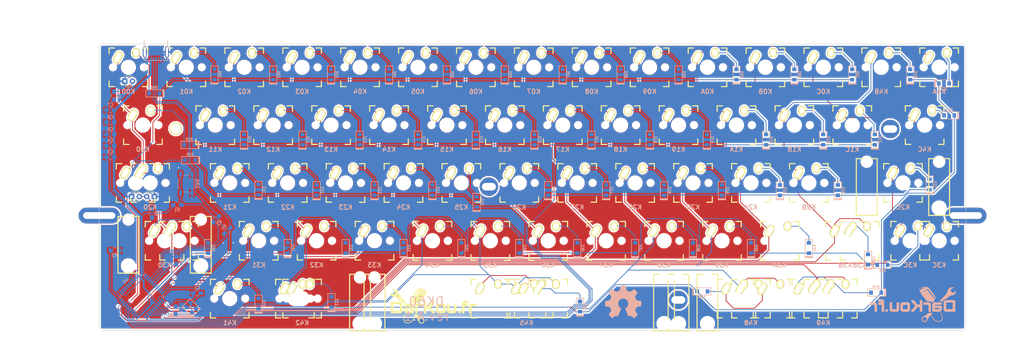
<source format=kicad_pcb>
(kicad_pcb (version 4) (host pcbnew 4.0.5+dfsg1-4)
  (title_block (title "MX/Alps HHKB") (date 2017-05-22) (rev A.1) (company DarKou))
  (layers (0 F.Cu signal) (31 B.Cu signal) (34 B.Paste user) (35 F.Paste user) (36 B.SilkS user) (37 F.SilkS user) (38 B.Mask user) (39 F.Mask user) (44 Edge.Cuts user))
  (net 0 "")
  (net 1 "Net-(C1-Pad1)")
  (net 2 GND)
  (net 3 "Net-(C2-Pad1)")
  (net 4 VCC)
  (net 5 "Net-(C8-Pad1)")
  (net 6 "Net-(D1-Pad2)")
  (net 7 /Row0)
  (net 8 "Net-(D2-Pad2)")
  (net 9 "Net-(D3-Pad2)")
  (net 10 "Net-(D4-Pad2)")
  (net 11 "Net-(D5-Pad2)")
  (net 12 "Net-(D6-Pad2)")
  (net 13 "Net-(D7-Pad2)")
  (net 14 "Net-(D8-Pad2)")
  (net 15 "Net-(D9-Pad2)")
  (net 16 "Net-(D10-Pad2)")
  (net 17 "Net-(D11-Pad2)")
  (net 18 "Net-(D12-Pad2)")
  (net 19 "Net-(D13-Pad2)")
  (net 20 "Net-(D14-Pad2)")
  (net 21 /Row1)
  (net 22 "Net-(D15-Pad2)")
  (net 23 "Net-(D16-Pad2)")
  (net 24 "Net-(D17-Pad2)")
  (net 25 "Net-(D18-Pad2)")
  (net 26 "Net-(D19-Pad2)")
  (net 27 "Net-(D20-Pad2)")
  (net 28 "Net-(D21-Pad2)")
  (net 29 "Net-(D22-Pad2)")
  (net 30 "Net-(D23-Pad2)")
  (net 31 "Net-(D24-Pad2)")
  (net 32 "Net-(D25-Pad2)")
  (net 33 "Net-(D26-Pad2)")
  (net 34 "Net-(D27-Pad2)")
  (net 35 /Row2)
  (net 36 "Net-(D28-Pad2)")
  (net 37 "Net-(D29-Pad2)")
  (net 38 "Net-(D30-Pad2)")
  (net 39 "Net-(D31-Pad2)")
  (net 40 "Net-(D32-Pad2)")
  (net 41 "Net-(D33-Pad2)")
  (net 42 "Net-(D34-Pad2)")
  (net 43 "Net-(D35-Pad2)")
  (net 44 "Net-(D36-Pad2)")
  (net 45 "Net-(D37-Pad2)")
  (net 46 "Net-(D38-Pad2)")
  (net 47 "Net-(D39-Pad2)")
  (net 48 "Net-(D40-Pad2)")
  (net 49 /Row3)
  (net 50 "Net-(D41-Pad2)")
  (net 51 "Net-(D42-Pad2)")
  (net 52 "Net-(D43-Pad2)")
  (net 53 "Net-(D44-Pad2)")
  (net 54 "Net-(D45-Pad2)")
  (net 55 "Net-(D46-Pad2)")
  (net 56 "Net-(D47-Pad2)")
  (net 57 "Net-(D48-Pad2)")
  (net 58 "Net-(D49-Pad2)")
  (net 59 "Net-(D50-Pad2)")
  (net 60 "Net-(D51-Pad2)")
  (net 61 "Net-(D52-Pad2)")
  (net 62 "Net-(D53-Pad2)")
  (net 63 /Row4)
  (net 64 "Net-(D54-Pad2)")
  (net 65 "Net-(D55-Pad2)")
  (net 66 "Net-(D56-Pad2)")
  (net 67 "Net-(D57-Pad2)")
  (net 68 "Net-(D58-Pad2)")
  (net 69 "Net-(D59-Pad2)")
  (net 70 "Net-(D60-Pad2)")
  (net 71 "Net-(J1-Pad2)")
  (net 72 "Net-(J1-Pad3)")
  (net 73 "Net-(J1-Pad4)")
  (net 74 /Col0)
  (net 75 /Col1)
  (net 76 /Col2)
  (net 77 /Col3)
  (net 78 /Col4)
  (net 79 /Col5)
  (net 80 /Col6)
  (net 81 /Col7)
  (net 82 /Col8)
  (net 83 /Col9)
  (net 84 /Col10)
  (net 85 /Col11)
  (net 86 /Col12)
  (net 87 "Net-(R1-Pad2)")
  (net 88 "Net-(R2-Pad1)")
  (net 89 "Net-(R3-Pad1)")
  (net 90 "Net-(R4-Pad2)")
  (net 91 "Net-(U0-Pad35)")
  (net 92 "Net-(U0-Pad36)")
  (net 93 "Net-(U0-Pad37)")
  (net 94 "Net-(U0-Pad38)")
  (net 95 "Net-(U0-Pad39)")
  (net 96 "Net-(U0-Pad42)")
  (net 97 "Net-(U0-Pad43)")
  (net 98 "Net-(LD0-Pad2)")
  (net 99 "Net-(LD1-Pad2)")
  (net 100 /ESC_LED)
  (net 101 /CAPS_LED)
  (net 102 "Net-(U0-Pad40)")
  (module Footprint:MXST (layer F.Cu) (at 100.0125 164.30625)
    (fp_text reference MXST hide)
    (fp_text value VAL** hide)
    (pad "" np_thru_hole circle (at 0 -6.985) (size 3.048 3.048) (drill 3.048) (layers *.Cu *.Mask))
    (pad "" np_thru_hole circle (at 0 8.255) (size 3.9802 3.9802) (drill 3.9802) (layers *.Cu *.Mask))
  )
  (module Footprint:MXST (layer F.Cu) (at 76.2 164.30625)
    (fp_text reference MXST hide)
    (fp_text value VAL** hide)
    (pad "" np_thru_hole circle (at 0 -6.985) (size 3.048 3.048) (drill 3.048) (layers *.Cu *.Mask))
    (pad "" np_thru_hole circle (at 0 8.255) (size 3.9802 3.9802) (drill 3.9802) (layers *.Cu *.Mask))
  )
  (module Housings_QFP:TQFP-44_10x10mm_Pitch0.8mm (layer B.Cu) (at 80.6 182.7 225)
    (fp_text reference U0 (at 0 7.450001 225) (layer B.SilkS) (effects (justify mirror)))
    (fp_text value ATMEGA32U4)
    (pad 1 smd rect (at -5.7 4 225) (size 1.5 0.55) (layers B.Cu B.Paste B.Mask) (net 101 /CAPS_LED))
    (pad 2 smd rect (at -5.7 3.2 225) (size 1.5 0.55) (layers B.Cu B.Paste B.Mask) (net 4 VCC))
    (pad 3 smd rect (at -5.7 2.4 225) (size 1.5 0.55) (layers B.Cu B.Paste B.Mask) (net 89 "Net-(R3-Pad1)"))
    (pad 4 smd rect (at -5.7 1.6 225) (size 1.5 0.55) (layers B.Cu B.Paste B.Mask) (net 90 "Net-(R4-Pad2)"))
    (pad 5 smd rect (at -5.7 0.8 225) (size 1.5 0.55) (layers B.Cu B.Paste B.Mask) (net 2 GND))
    (pad 6 smd rect (at -5.7 0 225) (size 1.5 0.55) (layers B.Cu B.Paste B.Mask) (net 5 "Net-(C8-Pad1)"))
    (pad 7 smd rect (at -5.7 -0.8 225) (size 1.5 0.55) (layers B.Cu B.Paste B.Mask) (net 4 VCC))
    (pad 8 smd rect (at -5.7 -1.6 225) (size 1.5 0.55) (layers B.Cu B.Paste B.Mask) (net 74 /Col0))
    (pad 9 smd rect (at -5.7 -2.4 225) (size 1.5 0.55) (layers B.Cu B.Paste B.Mask) (net 77 /Col3))
    (pad 10 smd rect (at -5.7 -3.2 225) (size 1.5 0.55) (layers B.Cu B.Paste B.Mask) (net 76 /Col2))
    (pad 11 smd rect (at -5.7 -4 225) (size 1.5 0.55) (layers B.Cu B.Paste B.Mask) (net 75 /Col1))
    (pad 12 smd rect (at -4 -5.7 135) (size 1.5 0.55) (layers B.Cu B.Paste B.Mask) (net 81 /Col7))
    (pad 13 smd rect (at -3.2 -5.7 135) (size 1.5 0.55) (layers B.Cu B.Paste B.Mask) (net 87 "Net-(R1-Pad2)"))
    (pad 14 smd rect (at -2.4 -5.7 135) (size 1.5 0.55) (layers B.Cu B.Paste B.Mask) (net 4 VCC))
    (pad 15 smd rect (at -1.6 -5.7 135) (size 1.5 0.55) (layers B.Cu B.Paste B.Mask) (net 2 GND))
    (pad 16 smd rect (at -0.8 -5.7 135) (size 1.5 0.55) (layers B.Cu B.Paste B.Mask) (net 1 "Net-(C1-Pad1)"))
    (pad 17 smd rect (at 0 -5.7 135) (size 1.5 0.55) (layers B.Cu B.Paste B.Mask) (net 3 "Net-(C2-Pad1)"))
    (pad 18 smd rect (at 0.8 -5.7 135) (size 1.5 0.55) (layers B.Cu B.Paste B.Mask) (net 84 /Col10))
    (pad 19 smd rect (at 1.6 -5.7 135) (size 1.5 0.55) (layers B.Cu B.Paste B.Mask) (net 85 /Col11))
    (pad 20 smd rect (at 2.4 -5.7 135) (size 1.5 0.55) (layers B.Cu B.Paste B.Mask) (net 86 /Col12))
    (pad 21 smd rect (at 3.2 -5.7 135) (size 1.5 0.55) (layers B.Cu B.Paste B.Mask) (net 78 /Col4))
    (pad 22 smd rect (at 4 -5.7 135) (size 1.5 0.55) (layers B.Cu B.Paste B.Mask) (net 79 /Col5))
    (pad 23 smd rect (at 5.7 -4 225) (size 1.5 0.55) (layers B.Cu B.Paste B.Mask) (net 2 GND))
    (pad 24 smd rect (at 5.7 -3.2 225) (size 1.5 0.55) (layers B.Cu B.Paste B.Mask) (net 4 VCC))
    (pad 25 smd rect (at 5.7 -2.4 225) (size 1.5 0.55) (layers B.Cu B.Paste B.Mask) (net 63 /Row4))
    (pad 26 smd rect (at 5.7 -1.6 225) (size 1.5 0.55) (layers B.Cu B.Paste B.Mask) (net 49 /Row3))
    (pad 27 smd rect (at 5.7 -0.8 225) (size 1.5 0.55) (layers B.Cu B.Paste B.Mask) (net 35 /Row2))
    (pad 28 smd rect (at 5.7 0 225) (size 1.5 0.55) (layers B.Cu B.Paste B.Mask) (net 21 /Row1))
    (pad 29 smd rect (at 5.7 0.8 225) (size 1.5 0.55) (layers B.Cu B.Paste B.Mask) (net 80 /Col6))
    (pad 30 smd rect (at 5.7 1.6 225) (size 1.5 0.55) (layers B.Cu B.Paste B.Mask) (net 7 /Row0))
    (pad 31 smd rect (at 5.7 2.4 225) (size 1.5 0.55) (layers B.Cu B.Paste B.Mask) (net 82 /Col8))
    (pad 32 smd rect (at 5.7 3.2 225) (size 1.5 0.55) (layers B.Cu B.Paste B.Mask) (net 83 /Col9))
    (pad 33 smd rect (at 5.7 4 225) (size 1.5 0.55) (layers B.Cu B.Paste B.Mask) (net 88 "Net-(R2-Pad1)"))
    (pad 34 smd rect (at 4 5.7 135) (size 1.5 0.55) (layers B.Cu B.Paste B.Mask) (net 4 VCC))
    (pad 35 smd rect (at 3.2 5.7 135) (size 1.5 0.55) (layers B.Cu B.Paste B.Mask) (net 91 "Net-(U0-Pad35)"))
    (pad 36 smd rect (at 2.4 5.7 135) (size 1.5 0.55) (layers B.Cu B.Paste B.Mask) (net 92 "Net-(U0-Pad36)"))
    (pad 37 smd rect (at 1.6 5.7 135) (size 1.5 0.55) (layers B.Cu B.Paste B.Mask) (net 93 "Net-(U0-Pad37)"))
    (pad 38 smd rect (at 0.8 5.7 135) (size 1.5 0.55) (layers B.Cu B.Paste B.Mask) (net 94 "Net-(U0-Pad38)"))
    (pad 39 smd rect (at 0 5.7 135) (size 1.5 0.55) (layers B.Cu B.Paste B.Mask) (net 95 "Net-(U0-Pad39)"))
    (pad 40 smd rect (at -0.8 5.7 135) (size 1.5 0.55) (layers B.Cu B.Paste B.Mask) (net 102 "Net-(U0-Pad40)"))
    (pad 41 smd rect (at -1.6 5.7 135) (size 1.5 0.55) (layers B.Cu B.Paste B.Mask) (net 100 /ESC_LED))
    (pad 42 smd rect (at -2.4 5.7 135) (size 1.5 0.55) (layers B.Cu B.Paste B.Mask) (net 96 "Net-(U0-Pad42)"))
    (pad 43 smd rect (at -3.2 5.7 135) (size 1.5 0.55) (layers B.Cu B.Paste B.Mask) (net 97 "Net-(U0-Pad43)"))
    (pad 44 smd rect (at -4 5.7 135) (size 1.5 0.55) (layers B.Cu B.Paste B.Mask) (net 4 VCC))
  )
  (module Capacitors_SMD:C_0805_HandSoldering (layer B.Cu) (at 98.8 181.55 180)
    (fp_text reference C1 (at 0 1.75 180) (layer B.SilkS) (effects (justify mirror)))
    (fp_text value 22p)
    (pad 1 smd rect (at -1.25 0 180) (size 1.5 1.25) (layers B.Cu B.Paste B.Mask) (net 1 "Net-(C1-Pad1)"))
    (pad 2 smd rect (at 1.25 0 180) (size 1.5 1.25) (layers B.Cu B.Paste B.Mask) (net 2 GND))
  )
  (module Capacitors_SMD:C_0805_HandSoldering (layer B.Cu) (at 91.75 187.2 90)
    (fp_text reference C2 (at 0 1.75 90) (layer B.SilkS) (effects (justify mirror)))
    (fp_text value 22p)
    (pad 1 smd rect (at -1.25 0 90) (size 1.5 1.25) (layers B.Cu B.Paste B.Mask) (net 3 "Net-(C2-Pad1)"))
    (pad 2 smd rect (at 1.25 0 90) (size 1.5 1.25) (layers B.Cu B.Paste B.Mask) (net 2 GND))
  )
  (module Capacitors_SMD:C_0805_HandSoldering (layer B.Cu) (at 70.25 136.75 180)
    (fp_text reference C3 (at 0 1.75 180) (layer B.SilkS) (effects (justify mirror)))
    (fp_text value 0.1u hide)
    (pad 1 smd rect (at -1.25 0 180) (size 1.5 1.25) (layers B.Cu B.Paste B.Mask) (net 4 VCC))
    (pad 2 smd rect (at 1.25 0 180) (size 1.5 1.25) (layers B.Cu B.Paste B.Mask) (net 2 GND))
  )
  (module Capacitors_SMD:C_0805_HandSoldering (layer B.Cu) (at 70.25 133 180)
    (fp_text reference C4 (at 0 1.75 180) (layer B.SilkS) (effects (justify mirror)))
    (fp_text value 0.1u hide)
    (pad 1 smd rect (at -1.25 0 180) (size 1.5 1.25) (layers B.Cu B.Paste B.Mask) (net 4 VCC))
    (pad 2 smd rect (at 1.25 0 180) (size 1.5 1.25) (layers B.Cu B.Paste B.Mask) (net 2 GND))
  )
  (module Capacitors_SMD:C_0805_HandSoldering (layer B.Cu) (at 70.25 129.25 180)
    (fp_text reference C5 (at 0 1.75 180) (layer B.SilkS) (effects (justify mirror)))
    (fp_text value 0.1u hide)
    (pad 1 smd rect (at -1.25 0 180) (size 1.5 1.25) (layers B.Cu B.Paste B.Mask) (net 4 VCC))
    (pad 2 smd rect (at 1.25 0 180) (size 1.5 1.25) (layers B.Cu B.Paste B.Mask) (net 2 GND))
  )
  (module Capacitors_SMD:C_0805_HandSoldering (layer B.Cu) (at 70.25 125.25 180)
    (fp_text reference C6 (at 0 1.75 180) (layer B.SilkS) (effects (justify mirror)))
    (fp_text value 0.1u hide)
    (pad 1 smd rect (at -1.25 0 180) (size 1.5 1.25) (layers B.Cu B.Paste B.Mask) (net 4 VCC))
    (pad 2 smd rect (at 1.25 0 180) (size 1.5 1.25) (layers B.Cu B.Paste B.Mask) (net 2 GND))
  )
  (module Capacitors_SMD:C_0805_HandSoldering (layer B.Cu) (at 70.25 121.25 180)
    (fp_text reference C7 (at 0 1.75 180) (layer B.SilkS) (effects (justify mirror)))
    (fp_text value 4.7u hide)
    (pad 1 smd rect (at -1.25 0 180) (size 1.5 1.25) (layers B.Cu B.Paste B.Mask) (net 4 VCC))
    (pad 2 smd rect (at 1.25 0 180) (size 1.5 1.25) (layers B.Cu B.Paste B.Mask) (net 2 GND))
  )
  (module Capacitors_SMD:C_0805_HandSoldering (layer B.Cu) (at 92 170.75 90)
    (fp_text reference C8 (at 0 1.75 90) (layer B.SilkS) (effects (justify mirror)))
    (fp_text value 1u)
    (pad 1 smd rect (at -1.25 0 90) (size 1.5 1.25) (layers B.Cu B.Paste B.Mask) (net 5 "Net-(C8-Pad1)"))
    (pad 2 smd rect (at 1.25 0 90) (size 1.5 1.25) (layers B.Cu B.Paste B.Mask) (net 2 GND))
  )
  (module Resistors_SMD:R_0805_HandSoldering (layer B.Cu) (at 92.25 152.5)
    (fp_text reference R1 (at 0 1.7) (layer B.SilkS) (effects (justify mirror)))
    (fp_text value 10K)
    (pad 1 smd rect (at -1.35 0) (size 1.5 1.3) (layers B.Cu B.Paste B.Mask) (net 4 VCC))
    (pad 2 smd rect (at 1.35 0) (size 1.5 1.3) (layers B.Cu B.Paste B.Mask) (net 87 "Net-(R1-Pad2)"))
  )
  (module Resistors_SMD:R_0805_HandSoldering (layer B.Cu) (at 71.75 167.5)
    (fp_text reference R2 (at 0 1.700001) (layer B.SilkS) (effects (justify mirror)))
    (fp_text value 10K)
    (pad 1 smd rect (at -1.35 0) (size 1.5 1.3) (layers B.Cu B.Paste B.Mask) (net 88 "Net-(R2-Pad1)"))
    (pad 2 smd rect (at 1.35 0) (size 1.5 1.3) (layers B.Cu B.Paste B.Mask) (net 2 GND))
  )
  (module Resistors_SMD:R_0805_HandSoldering (layer B.Cu) (at 105 157.2 45)
    (fp_text reference R3 (at 0 1.7 45) (layer B.SilkS) (effects (justify mirror)))
    (fp_text value 22)
    (pad 1 smd rect (at -1.35 0 45) (size 1.5 1.3) (layers B.Cu B.Paste B.Mask) (net 89 "Net-(R3-Pad1)"))
    (pad 2 smd rect (at 1.35 0 45) (size 1.5 1.3) (layers B.Cu B.Paste B.Mask) (net 71 "Net-(J1-Pad2)"))
  )
  (module Resistors_SMD:R_0805_HandSoldering (layer B.Cu) (at 108.8 161 225)
    (fp_text reference R4 (at 0 1.7 225) (layer B.SilkS) (effects (justify mirror)))
    (fp_text value 22)
    (pad 1 smd rect (at -1.35 0 225) (size 1.5 1.3) (layers B.Cu B.Paste B.Mask) (net 72 "Net-(J1-Pad3)"))
    (pad 2 smd rect (at 1.35 0 225) (size 1.5 1.3) (layers B.Cu B.Paste B.Mask) (net 90 "Net-(R4-Pad2)"))
  )
  (module Buttons_Switches_SMD:SW_SPST_TL3342 (layer B.Cu) (at 95.25 145.5 90)
    (fp_text reference SW1 (at 0 3.75 90) (layer B.SilkS) (effects (justify mirror)))
    (fp_text value SW_PUSH)
    (pad 1 smd rect (at -3.15 1.9 90) (size 1.7 1) (layers B.Cu B.Paste B.Mask) (net 2 GND))
    (pad 1 smd rect (at 3.15 1.9 90) (size 1.7 1) (layers B.Cu B.Paste B.Mask) (net 2 GND))
    (pad 2 smd rect (at -3.15 -1.9 90) (size 1.7 1) (layers B.Cu B.Paste B.Mask) (net 87 "Net-(R1-Pad2)"))
    (pad 2 smd rect (at 3.15 -1.9 90) (size 1.7 1) (layers B.Cu B.Paste B.Mask) (net 87 "Net-(R1-Pad2)"))
  )
  (module Footprint:Poker_side_edge_long (layer F.Cu) (at 66.6 156)
    (fp_text reference Poker_side_edge_long hide)
    (fp_text value VAL** hide)
    (pad "" thru_hole oval (at 0 0) (size 13.6 5.2) (drill oval 10.6 2.2) (layers *.Cu *.Mask))
  )
  (module Footprint:Poker_side_edge_long (layer F.Cu) (at 351.7 156)
    (fp_text reference Poker_side_edge_long hide)
    (fp_text value VAL** hide)
    (pad "" thru_hole oval (at 0 0) (size 13.6 5.2) (drill oval 10.6 2.2) (layers *.Cu *.Mask))
  )
  (module Footprint:HOLE_M3 (layer F.Cu) (at 91.8 127.4)
    (fp_text reference HOLE_M3 hide)
    (fp_text value VAL** hide)
    (pad 1 thru_hole circle (at 0 0) (size 4 4) (drill 3.2) (layers *.Cu *.Mask F.SilkS))
  )
  (module Footprint:Poker_oval_hole (layer F.Cu) (at 326.8 127.5)
    (fp_text reference Poker_oval_hole hide)
    (fp_text value VAL** hide)
    (pad "" thru_hole circle (at 0 0) (size 6.1 6.1) (drill oval 4.6 2.5) (layers *.Cu *.Mask))
  )
  (module Footprint:Poker_oval_hole (layer F.Cu) (at 257.1 183.8)
    (fp_text reference Poker_oval_hole hide)
    (fp_text value VAL** hide)
    (pad "" thru_hole circle (at 0 0) (size 6.1 6.1) (drill oval 4.6 2.5) (layers *.Cu *.Mask))
  )
  (module Footprint:Poker_oval_hole (layer F.Cu) (at 194.8 146.5)
    (fp_text reference Poker_oval_hole hide)
    (fp_text value VAL** hide)
    (pad "" thru_hole circle (at 0 0) (size 6.1 6.1) (drill oval 4.6 2.5) (layers *.Cu *.Mask))
  )
  (module Footprint:OPEN-HARDWARE (layer B.Cu) (at 239 184.5 180)
    (fp_text reference G*** hide)
    (fp_text value LOGO hide)
  )
  (module Footprint:darkou (layer B.Cu) (at 334.25 185.25 180)
    (fp_text reference G*** hide)
    (fp_text value LOGO hide)
  )
  (module Footprint:darkou (layer F.Cu) (at 176.5 185.75)
    (fp_text reference G*** hide)
    (fp_text value LOGO hide)
  )
  (module Footprint:FA-238 (layer B.Cu) (at 96.9 186.4 315)
    (fp_text reference X1 hide)
    (fp_text value XTAL_GND hide)
    (pad 3 smd rect (at -1.1 0.8 315) (size 1.4 1.2) (drill (offset -0.1 0.05)) (layers B.Cu B.Paste B.Mask) (net 2 GND) (clearance 0.2))
    (pad 2 smd rect (at 1.1 0.8 315) (size 1.4 1.2) (drill (offset 0.1 0.05)) (layers B.Cu B.Paste B.Mask) (net 3 "Net-(C2-Pad1)") (clearance 0.2))
    (pad 1 smd rect (at -1.1 -0.8 315) (size 1.4 1.2) (drill (offset -0.1 -0.05)) (layers B.Cu B.Paste B.Mask) (net 1 "Net-(C1-Pad1)") (clearance 0.2))
    (pad 3 smd rect (at 1.1 -0.8 315) (size 1.4 1.2) (drill (offset 0.1 -0.05)) (layers B.Cu B.Paste B.Mask) (net 2 GND) (clearance 0.2))
  )
  (module LEDs:LED_D3.0mm (layer F.Cu) (at 75 111.75)
    (fp_text reference LD0 hide)
    (fp_text value ESC_LED hide)
    (pad 1 thru_hole rect (at 0 0) (size 1.8 1.8) (drill 0.9) (layers *.Cu *.Mask) (net 2 GND))
    (pad 2 thru_hole circle (at 2.54 0) (size 1.8 1.8) (drill 0.9) (layers *.Cu *.Mask) (net 98 "Net-(LD0-Pad2)"))
  )
  (module LEDs:LED_D3.0mm (layer F.Cu) (at 77.25 149.75)
    (fp_text reference LD1 hide)
    (fp_text value CAPS_LED hide)
    (pad 1 thru_hole rect (at 0 0) (size 1.8 1.8) (drill 0.9) (layers *.Cu *.Mask) (net 2 GND))
    (pad 2 thru_hole circle (at 2.54 0) (size 1.8 1.8) (drill 0.9) (layers *.Cu *.Mask) (net 99 "Net-(LD1-Pad2)"))
  )
  (module Resistors_SMD:R_0805_HandSoldering (layer B.Cu) (at 71.5 116.5 90)
    (fp_text reference R5 (at 0 1.7 90) (layer B.SilkS) (effects (justify mirror)))
    (fp_text value R)
    (pad 1 smd rect (at -1.35 0 90) (size 1.5 1.3) (layers B.Cu B.Paste B.Mask) (net 100 /ESC_LED))
    (pad 2 smd rect (at 1.35 0 90) (size 1.5 1.3) (layers B.Cu B.Paste B.Mask) (net 98 "Net-(LD0-Pad2)"))
  )
  (module Resistors_SMD:R_0805_HandSoldering (layer B.Cu) (at 84 155.25 90)
    (fp_text reference R6 (at 0 1.7 90) (layer B.SilkS) (effects (justify mirror)))
    (fp_text value R)
    (pad 1 smd rect (at -1.35 0 90) (size 1.5 1.3) (layers B.Cu B.Paste B.Mask) (net 101 /CAPS_LED))
    (pad 2 smd rect (at 1.35 0 90) (size 1.5 1.3) (layers B.Cu B.Paste B.Mask) (net 99 "Net-(LD1-Pad2)"))
  )
  (module LEDs:LED_D3.0mm (layer F.Cu) (at 84.75 149.75 180)
    (fp_text reference LD2 hide)
    (fp_text value CAPS_LED hide)
    (pad 1 thru_hole rect (at 0 0 180) (size 1.8 1.8) (drill 0.9) (layers *.Cu *.Mask) (net 2 GND))
    (pad 2 thru_hole circle (at 2.54 0 180) (size 1.8 1.8) (drill 0.9) (layers *.Cu *.Mask) (net 99 "Net-(LD1-Pad2)"))
  )
  (module Footprint:Mx_Alps_175_STEPPED (layer F.Cu) (at 78.58125 145.25625)
    (fp_text reference K61 hide)
    (fp_text value Ctrl hide)
    (pad HOLE np_thru_hole circle (at 0 0) (size 3.9878 3.9878) (drill 3.9878) (layers *.Cu))
    (pad HOLE np_thru_hole circle (at -5.08 0) (size 1.7018 1.7018) (drill 1.7018) (layers *.Cu))
    (pad HOLE np_thru_hole circle (at 5.08 0) (size 1.7018 1.7018) (drill 1.7018) (layers *.Cu))
    (pad 1 thru_hole oval (at -3.405 -3.27 330.95) (size 2.5 4.17) (drill oval 1.5 3.17) (layers *.Cu *.Mask F.SilkS) (net 34 "Net-(D27-Pad2)"))
    (pad 2 thru_hole oval (at 2.52 -4.79 356.1) (size 2.5 3.08) (drill oval 1.5 2.08) (layers *.Cu *.Mask F.SilkS) (net 74 /Col0))
  )
  (module Footprint:USB_miniB_hirose_5S8 (layer B.Cu) (at 85.25 104.5)
    (fp_text reference J1 hide)
    (fp_text value USB_mini_micro_B hide)
    (pad 1 smd rect (at -1.6 0) (size 0.5 1.4) (layers B.Cu B.Paste B.Mask) (net 4 VCC))
    (pad 2 smd rect (at -0.8 0) (size 0.5 1.4) (layers B.Cu B.Paste B.Mask) (net 71 "Net-(J1-Pad2)"))
    (pad 3 smd rect (at 0 0) (size 0.5 1.4) (layers B.Cu B.Paste B.Mask) (net 72 "Net-(J1-Pad3)"))
    (pad 4 smd rect (at 0.8 0) (size 0.5 1.4) (layers B.Cu B.Paste B.Mask) (net 73 "Net-(J1-Pad4)"))
    (pad 5 smd rect (at 1.6 0) (size 0.5 1.4) (layers B.Cu B.Paste B.Mask) (net 2 GND))
    (pad 6 thru_hole oval (at -3.65 -2.4) (size 1.3 3.8) (drill oval 0.7 3.2) (layers *.Cu *.Mask B.Paste) (net 2 GND))
    (pad 6 thru_hole oval (at 3.65 -2.4) (size 1.3 3.8) (drill oval 0.7 3.2) (layers *.Cu *.Mask B.Paste) (net 2 GND))
  )
  (module Footprint:Mx_Alps_100 (layer F.Cu) (at 300.0375 183.35625)
    (fp_text reference K68 hide)
    (fp_text value R_GUI hide)
    (pad HOLE np_thru_hole circle (at 0 0) (size 3.9878 3.9878) (drill 3.9878) (layers *.Cu))
    (pad HOLE np_thru_hole circle (at -5.08 0) (size 1.7018 1.7018) (drill 1.7018) (layers *.Cu))
    (pad HOLE np_thru_hole circle (at 5.08 0) (size 1.7018 1.7018) (drill 1.7018) (layers *.Cu))
    (pad 1 thru_hole oval (at -3.405 -3.27 330.95) (size 2.5 4.17) (drill oval 1.5 3.17) (layers *.Cu *.Mask F.SilkS) (net 67 "Net-(D57-Pad2)"))
    (pad 2 thru_hole oval (at 2.52 -4.79 356.1) (size 2.5 3.08) (drill oval 1.5 2.08) (layers *.Cu *.Mask F.SilkS) (net 83 /Col9))
  )
  (module Footprint:Mx_Alps_100 (layer F.Cu) (at 309.5625 183.35625)
    (fp_text reference K67 hide)
    (fp_text value R_GUI hide)
    (pad HOLE np_thru_hole circle (at 0 0) (size 3.9878 3.9878) (drill 3.9878) (layers *.Cu))
    (pad HOLE np_thru_hole circle (at -5.08 0) (size 1.7018 1.7018) (drill 1.7018) (layers *.Cu))
    (pad HOLE np_thru_hole circle (at 5.08 0) (size 1.7018 1.7018) (drill 1.7018) (layers *.Cu))
    (pad 1 thru_hole oval (at -3.405 -3.27 330.95) (size 2.5 4.17) (drill oval 1.5 3.17) (layers *.Cu *.Mask F.SilkS) (net 67 "Net-(D57-Pad2)"))
    (pad 2 thru_hole oval (at 2.52 -4.79 356.1) (size 2.5 3.08) (drill oval 1.5 2.08) (layers *.Cu *.Mask F.SilkS) (net 83 /Col9))
  )
  (module Footprint:Mx_Alps_100 (layer F.Cu) (at 323.85 107.15625)
    (fp_text reference K59 hide)
    (fp_text value K4B (at 0 8) (layer B.SilkS) (effects (font (thickness 0.3048)) (justify mirror)))
    (pad HOLE np_thru_hole circle (at 0 0) (size 3.9878 3.9878) (drill 3.9878) (layers *.Cu))
    (pad HOLE np_thru_hole circle (at -5.08 0) (size 1.7018 1.7018) (drill 1.7018) (layers *.Cu))
    (pad HOLE np_thru_hole circle (at 5.08 0) (size 1.7018 1.7018) (drill 1.7018) (layers *.Cu))
    (pad 1 thru_hole oval (at -3.405 -3.27 330.95) (size 2.5 4.17) (drill oval 1.5 3.17) (layers *.Cu *.Mask F.SilkS) (net 85 /Col11))
    (pad 2 thru_hole oval (at 2.52 -4.79 356.1) (size 2.5 3.08) (drill oval 1.5 2.08) (layers *.Cu *.Mask F.SilkS) (net 69 "Net-(D59-Pad2)"))
  )
  (module Footprint:Mx_Alps_100 (layer F.Cu) (at 76.2 107.15625)
    (fp_text reference K1 hide)
    (fp_text value K00 (at 0 8) (layer B.SilkS) (effects (font (thickness 0.3048)) (justify mirror)))
    (pad HOLE np_thru_hole circle (at 0 0) (size 3.9878 3.9878) (drill 3.9878) (layers *.Cu))
    (pad HOLE np_thru_hole circle (at -5.08 0) (size 1.7018 1.7018) (drill 1.7018) (layers *.Cu))
    (pad HOLE np_thru_hole circle (at 5.08 0) (size 1.7018 1.7018) (drill 1.7018) (layers *.Cu))
    (pad 1 thru_hole oval (at -3.405 -3.27 330.95) (size 2.5 4.17) (drill oval 1.5 3.17) (layers *.Cu *.Mask F.SilkS) (net 74 /Col0))
    (pad 2 thru_hole oval (at 2.52 -4.79 356.1) (size 2.5 3.08) (drill oval 1.5 2.08) (layers *.Cu *.Mask F.SilkS) (net 6 "Net-(D1-Pad2)"))
  )
  (module Footprint:Mx_Alps_100 (layer F.Cu) (at 114.3 107.15625)
    (fp_text reference K3 hide)
    (fp_text value K02 (at 0 8) (layer B.SilkS) (effects (font (thickness 0.3048)) (justify mirror)))
    (pad HOLE np_thru_hole circle (at 0 0) (size 3.9878 3.9878) (drill 3.9878) (layers *.Cu))
    (pad HOLE np_thru_hole circle (at -5.08 0) (size 1.7018 1.7018) (drill 1.7018) (layers *.Cu))
    (pad HOLE np_thru_hole circle (at 5.08 0) (size 1.7018 1.7018) (drill 1.7018) (layers *.Cu))
    (pad 1 thru_hole oval (at -3.405 -3.27 330.95) (size 2.5 4.17) (drill oval 1.5 3.17) (layers *.Cu *.Mask F.SilkS) (net 76 /Col2))
    (pad 2 thru_hole oval (at 2.52 -4.79 356.1) (size 2.5 3.08) (drill oval 1.5 2.08) (layers *.Cu *.Mask F.SilkS) (net 9 "Net-(D3-Pad2)"))
  )
  (module Footprint:Mx_Alps_100 (layer F.Cu) (at 133.35 107.15625)
    (fp_text reference K4 hide)
    (fp_text value K03 (at 0 8) (layer B.SilkS) (effects (font (thickness 0.3048)) (justify mirror)))
    (pad HOLE np_thru_hole circle (at 0 0) (size 3.9878 3.9878) (drill 3.9878) (layers *.Cu))
    (pad HOLE np_thru_hole circle (at -5.08 0) (size 1.7018 1.7018) (drill 1.7018) (layers *.Cu))
    (pad HOLE np_thru_hole circle (at 5.08 0) (size 1.7018 1.7018) (drill 1.7018) (layers *.Cu))
    (pad 1 thru_hole oval (at -3.405 -3.27 330.95) (size 2.5 4.17) (drill oval 1.5 3.17) (layers *.Cu *.Mask F.SilkS) (net 77 /Col3))
    (pad 2 thru_hole oval (at 2.52 -4.79 356.1) (size 2.5 3.08) (drill oval 1.5 2.08) (layers *.Cu *.Mask F.SilkS) (net 10 "Net-(D4-Pad2)"))
  )
  (module Footprint:Mx_Alps_100 (layer F.Cu) (at 152.4 107.15625)
    (fp_text reference K5 hide)
    (fp_text value K04 (at 0 8) (layer B.SilkS) (effects (font (thickness 0.3048)) (justify mirror)))
    (pad HOLE np_thru_hole circle (at 0 0) (size 3.9878 3.9878) (drill 3.9878) (layers *.Cu))
    (pad HOLE np_thru_hole circle (at -5.08 0) (size 1.7018 1.7018) (drill 1.7018) (layers *.Cu))
    (pad HOLE np_thru_hole circle (at 5.08 0) (size 1.7018 1.7018) (drill 1.7018) (layers *.Cu))
    (pad 1 thru_hole oval (at -3.405 -3.27 330.95) (size 2.5 4.17) (drill oval 1.5 3.17) (layers *.Cu *.Mask F.SilkS) (net 78 /Col4))
    (pad 2 thru_hole oval (at 2.52 -4.79 356.1) (size 2.5 3.08) (drill oval 1.5 2.08) (layers *.Cu *.Mask F.SilkS) (net 11 "Net-(D5-Pad2)"))
  )
  (module Footprint:Mx_Alps_100 (layer F.Cu) (at 171.45 107.15625)
    (fp_text reference K6 hide)
    (fp_text value K05 (at 0 8) (layer B.SilkS) (effects (font (thickness 0.3048)) (justify mirror)))
    (pad HOLE np_thru_hole circle (at 0 0) (size 3.9878 3.9878) (drill 3.9878) (layers *.Cu))
    (pad HOLE np_thru_hole circle (at -5.08 0) (size 1.7018 1.7018) (drill 1.7018) (layers *.Cu))
    (pad HOLE np_thru_hole circle (at 5.08 0) (size 1.7018 1.7018) (drill 1.7018) (layers *.Cu))
    (pad 1 thru_hole oval (at -3.405 -3.27 330.95) (size 2.5 4.17) (drill oval 1.5 3.17) (layers *.Cu *.Mask F.SilkS) (net 79 /Col5))
    (pad 2 thru_hole oval (at 2.52 -4.79 356.1) (size 2.5 3.08) (drill oval 1.5 2.08) (layers *.Cu *.Mask F.SilkS) (net 12 "Net-(D6-Pad2)"))
  )
  (module Footprint:Mx_Alps_100 (layer F.Cu) (at 190.5 107.15625)
    (fp_text reference K7 hide)
    (fp_text value K06 (at 0 8) (layer B.SilkS) (effects (font (thickness 0.3048)) (justify mirror)))
    (pad HOLE np_thru_hole circle (at 0 0) (size 3.9878 3.9878) (drill 3.9878) (layers *.Cu))
    (pad HOLE np_thru_hole circle (at -5.08 0) (size 1.7018 1.7018) (drill 1.7018) (layers *.Cu))
    (pad HOLE np_thru_hole circle (at 5.08 0) (size 1.7018 1.7018) (drill 1.7018) (layers *.Cu))
    (pad 1 thru_hole oval (at -3.405 -3.27 330.95) (size 2.5 4.17) (drill oval 1.5 3.17) (layers *.Cu *.Mask F.SilkS) (net 80 /Col6))
    (pad 2 thru_hole oval (at 2.52 -4.79 356.1) (size 2.5 3.08) (drill oval 1.5 2.08) (layers *.Cu *.Mask F.SilkS) (net 13 "Net-(D7-Pad2)"))
  )
  (module Footprint:Mx_Alps_100 (layer F.Cu) (at 209.55 107.15625)
    (fp_text reference K8 hide)
    (fp_text value K07 (at 0 8) (layer B.SilkS) (effects (font (thickness 0.3048)) (justify mirror)))
    (pad HOLE np_thru_hole circle (at 0 0) (size 3.9878 3.9878) (drill 3.9878) (layers *.Cu))
    (pad HOLE np_thru_hole circle (at -5.08 0) (size 1.7018 1.7018) (drill 1.7018) (layers *.Cu))
    (pad HOLE np_thru_hole circle (at 5.08 0) (size 1.7018 1.7018) (drill 1.7018) (layers *.Cu))
    (pad 1 thru_hole oval (at -3.405 -3.27 330.95) (size 2.5 4.17) (drill oval 1.5 3.17) (layers *.Cu *.Mask F.SilkS) (net 81 /Col7))
    (pad 2 thru_hole oval (at 2.52 -4.79 356.1) (size 2.5 3.08) (drill oval 1.5 2.08) (layers *.Cu *.Mask F.SilkS) (net 14 "Net-(D8-Pad2)"))
  )
  (module Footprint:Mx_Alps_100 (layer F.Cu) (at 228.6 107.15625)
    (fp_text reference K9 hide)
    (fp_text value K08 (at 0 8) (layer B.SilkS) (effects (font (thickness 0.3048)) (justify mirror)))
    (pad HOLE np_thru_hole circle (at 0 0) (size 3.9878 3.9878) (drill 3.9878) (layers *.Cu))
    (pad HOLE np_thru_hole circle (at -5.08 0) (size 1.7018 1.7018) (drill 1.7018) (layers *.Cu))
    (pad HOLE np_thru_hole circle (at 5.08 0) (size 1.7018 1.7018) (drill 1.7018) (layers *.Cu))
    (pad 1 thru_hole oval (at -3.405 -3.27 330.95) (size 2.5 4.17) (drill oval 1.5 3.17) (layers *.Cu *.Mask F.SilkS) (net 82 /Col8))
    (pad 2 thru_hole oval (at 2.52 -4.79 356.1) (size 2.5 3.08) (drill oval 1.5 2.08) (layers *.Cu *.Mask F.SilkS) (net 15 "Net-(D9-Pad2)"))
  )
  (module Footprint:Mx_Alps_100 (layer F.Cu) (at 247.65 107.15625)
    (fp_text reference K10 hide)
    (fp_text value K09 (at 0 8) (layer B.SilkS) (effects (font (thickness 0.3048)) (justify mirror)))
    (pad HOLE np_thru_hole circle (at 0 0) (size 3.9878 3.9878) (drill 3.9878) (layers *.Cu))
    (pad HOLE np_thru_hole circle (at -5.08 0) (size 1.7018 1.7018) (drill 1.7018) (layers *.Cu))
    (pad HOLE np_thru_hole circle (at 5.08 0) (size 1.7018 1.7018) (drill 1.7018) (layers *.Cu))
    (pad 1 thru_hole oval (at -3.405 -3.27 330.95) (size 2.5 4.17) (drill oval 1.5 3.17) (layers *.Cu *.Mask F.SilkS) (net 83 /Col9))
    (pad 2 thru_hole oval (at 2.52 -4.79 356.1) (size 2.5 3.08) (drill oval 1.5 2.08) (layers *.Cu *.Mask F.SilkS) (net 16 "Net-(D10-Pad2)"))
  )
  (module Footprint:Mx_Alps_100 (layer F.Cu) (at 266.7 107.15625)
    (fp_text reference K11 hide)
    (fp_text value K0A (at 0 8) (layer B.SilkS) (effects (font (thickness 0.3048)) (justify mirror)))
    (pad HOLE np_thru_hole circle (at 0 0) (size 3.9878 3.9878) (drill 3.9878) (layers *.Cu))
    (pad HOLE np_thru_hole circle (at -5.08 0) (size 1.7018 1.7018) (drill 1.7018) (layers *.Cu))
    (pad HOLE np_thru_hole circle (at 5.08 0) (size 1.7018 1.7018) (drill 1.7018) (layers *.Cu))
    (pad 1 thru_hole oval (at -3.405 -3.27 330.95) (size 2.5 4.17) (drill oval 1.5 3.17) (layers *.Cu *.Mask F.SilkS) (net 84 /Col10))
    (pad 2 thru_hole oval (at 2.52 -4.79 356.1) (size 2.5 3.08) (drill oval 1.5 2.08) (layers *.Cu *.Mask F.SilkS) (net 17 "Net-(D11-Pad2)"))
  )
  (module Footprint:Mx_Alps_100 (layer F.Cu) (at 285.75 107.15625)
    (fp_text reference K12 hide)
    (fp_text value K0B (at 0 8) (layer B.SilkS) (effects (font (thickness 0.3048)) (justify mirror)))
    (pad HOLE np_thru_hole circle (at 0 0) (size 3.9878 3.9878) (drill 3.9878) (layers *.Cu))
    (pad HOLE np_thru_hole circle (at -5.08 0) (size 1.7018 1.7018) (drill 1.7018) (layers *.Cu))
    (pad HOLE np_thru_hole circle (at 5.08 0) (size 1.7018 1.7018) (drill 1.7018) (layers *.Cu))
    (pad 1 thru_hole oval (at -3.405 -3.27 330.95) (size 2.5 4.17) (drill oval 1.5 3.17) (layers *.Cu *.Mask F.SilkS) (net 85 /Col11))
    (pad 2 thru_hole oval (at 2.52 -4.79 356.1) (size 2.5 3.08) (drill oval 1.5 2.08) (layers *.Cu *.Mask F.SilkS) (net 18 "Net-(D12-Pad2)"))
  )
  (module Footprint:Mx_Alps_100 (layer F.Cu) (at 304.8 107.15625)
    (fp_text reference K13 hide)
    (fp_text value K0C (at 0 8) (layer B.SilkS) (effects (font (thickness 0.3048)) (justify mirror)))
    (pad HOLE np_thru_hole circle (at 0 0) (size 3.9878 3.9878) (drill 3.9878) (layers *.Cu))
    (pad HOLE np_thru_hole circle (at -5.08 0) (size 1.7018 1.7018) (drill 1.7018) (layers *.Cu))
    (pad HOLE np_thru_hole circle (at 5.08 0) (size 1.7018 1.7018) (drill 1.7018) (layers *.Cu))
    (pad 1 thru_hole oval (at -3.405 -3.27 330.95) (size 2.5 4.17) (drill oval 1.5 3.17) (layers *.Cu *.Mask F.SilkS) (net 86 /Col12))
    (pad 2 thru_hole oval (at 2.52 -4.79 356.1) (size 2.5 3.08) (drill oval 1.5 2.08) (layers *.Cu *.Mask F.SilkS) (net 19 "Net-(D13-Pad2)"))
  )
  (module Footprint:Mx_Alps_100 (layer F.Cu) (at 104.775 126.20625)
    (fp_text reference K15 hide)
    (fp_text value K11 (at 0 8) (layer B.SilkS) (effects (font (thickness 0.3048)) (justify mirror)))
    (pad HOLE np_thru_hole circle (at 0 0) (size 3.9878 3.9878) (drill 3.9878) (layers *.Cu))
    (pad HOLE np_thru_hole circle (at -5.08 0) (size 1.7018 1.7018) (drill 1.7018) (layers *.Cu))
    (pad HOLE np_thru_hole circle (at 5.08 0) (size 1.7018 1.7018) (drill 1.7018) (layers *.Cu))
    (pad 1 thru_hole oval (at -3.405 -3.27 330.95) (size 2.5 4.17) (drill oval 1.5 3.17) (layers *.Cu *.Mask F.SilkS) (net 75 /Col1))
    (pad 2 thru_hole oval (at 2.52 -4.79 356.1) (size 2.5 3.08) (drill oval 1.5 2.08) (layers *.Cu *.Mask F.SilkS) (net 22 "Net-(D15-Pad2)"))
  )
  (module Footprint:Mx_Alps_100 (layer F.Cu) (at 123.825 126.20625)
    (fp_text reference K16 hide)
    (fp_text value K12 (at 0 8) (layer B.SilkS) (effects (font (thickness 0.3048)) (justify mirror)))
    (pad HOLE np_thru_hole circle (at 0 0) (size 3.9878 3.9878) (drill 3.9878) (layers *.Cu))
    (pad HOLE np_thru_hole circle (at -5.08 0) (size 1.7018 1.7018) (drill 1.7018) (layers *.Cu))
    (pad HOLE np_thru_hole circle (at 5.08 0) (size 1.7018 1.7018) (drill 1.7018) (layers *.Cu))
    (pad 1 thru_hole oval (at -3.405 -3.27 330.95) (size 2.5 4.17) (drill oval 1.5 3.17) (layers *.Cu *.Mask F.SilkS) (net 76 /Col2))
    (pad 2 thru_hole oval (at 2.52 -4.79 356.1) (size 2.5 3.08) (drill oval 1.5 2.08) (layers *.Cu *.Mask F.SilkS) (net 23 "Net-(D16-Pad2)"))
  )
  (module Footprint:Mx_Alps_100 (layer F.Cu) (at 142.875 126.20625)
    (fp_text reference K17 hide)
    (fp_text value K13 (at 0 8) (layer B.SilkS) (effects (font (thickness 0.3048)) (justify mirror)))
    (pad HOLE np_thru_hole circle (at 0 0) (size 3.9878 3.9878) (drill 3.9878) (layers *.Cu))
    (pad HOLE np_thru_hole circle (at -5.08 0) (size 1.7018 1.7018) (drill 1.7018) (layers *.Cu))
    (pad HOLE np_thru_hole circle (at 5.08 0) (size 1.7018 1.7018) (drill 1.7018) (layers *.Cu))
    (pad 1 thru_hole oval (at -3.405 -3.27 330.95) (size 2.5 4.17) (drill oval 1.5 3.17) (layers *.Cu *.Mask F.SilkS) (net 77 /Col3))
    (pad 2 thru_hole oval (at 2.52 -4.79 356.1) (size 2.5 3.08) (drill oval 1.5 2.08) (layers *.Cu *.Mask F.SilkS) (net 24 "Net-(D17-Pad2)"))
  )
  (module Footprint:Mx_Alps_100 (layer F.Cu) (at 161.925 126.20625)
    (fp_text reference K18 hide)
    (fp_text value K14 (at 0 8) (layer B.SilkS) (effects (font (thickness 0.3048)) (justify mirror)))
    (pad HOLE np_thru_hole circle (at 0 0) (size 3.9878 3.9878) (drill 3.9878) (layers *.Cu))
    (pad HOLE np_thru_hole circle (at -5.08 0) (size 1.7018 1.7018) (drill 1.7018) (layers *.Cu))
    (pad HOLE np_thru_hole circle (at 5.08 0) (size 1.7018 1.7018) (drill 1.7018) (layers *.Cu))
    (pad 1 thru_hole oval (at -3.405 -3.27 330.95) (size 2.5 4.17) (drill oval 1.5 3.17) (layers *.Cu *.Mask F.SilkS) (net 78 /Col4))
    (pad 2 thru_hole oval (at 2.52 -4.79 356.1) (size 2.5 3.08) (drill oval 1.5 2.08) (layers *.Cu *.Mask F.SilkS) (net 25 "Net-(D18-Pad2)"))
  )
  (module Footprint:Mx_Alps_100 (layer F.Cu) (at 180.975 126.20625)
    (fp_text reference K19 hide)
    (fp_text value K15 (at 0 8) (layer B.SilkS) (effects (font (thickness 0.3048)) (justify mirror)))
    (pad HOLE np_thru_hole circle (at 0 0) (size 3.9878 3.9878) (drill 3.9878) (layers *.Cu))
    (pad HOLE np_thru_hole circle (at -5.08 0) (size 1.7018 1.7018) (drill 1.7018) (layers *.Cu))
    (pad HOLE np_thru_hole circle (at 5.08 0) (size 1.7018 1.7018) (drill 1.7018) (layers *.Cu))
    (pad 1 thru_hole oval (at -3.405 -3.27 330.95) (size 2.5 4.17) (drill oval 1.5 3.17) (layers *.Cu *.Mask F.SilkS) (net 79 /Col5))
    (pad 2 thru_hole oval (at 2.52 -4.79 356.1) (size 2.5 3.08) (drill oval 1.5 2.08) (layers *.Cu *.Mask F.SilkS) (net 26 "Net-(D19-Pad2)"))
  )
  (module Footprint:Mx_Alps_100 (layer F.Cu) (at 200.025 126.20625)
    (fp_text reference K20 hide)
    (fp_text value K16 (at 0 8) (layer B.SilkS) (effects (font (thickness 0.3048)) (justify mirror)))
    (pad HOLE np_thru_hole circle (at 0 0) (size 3.9878 3.9878) (drill 3.9878) (layers *.Cu))
    (pad HOLE np_thru_hole circle (at -5.08 0) (size 1.7018 1.7018) (drill 1.7018) (layers *.Cu))
    (pad HOLE np_thru_hole circle (at 5.08 0) (size 1.7018 1.7018) (drill 1.7018) (layers *.Cu))
    (pad 1 thru_hole oval (at -3.405 -3.27 330.95) (size 2.5 4.17) (drill oval 1.5 3.17) (layers *.Cu *.Mask F.SilkS) (net 80 /Col6))
    (pad 2 thru_hole oval (at 2.52 -4.79 356.1) (size 2.5 3.08) (drill oval 1.5 2.08) (layers *.Cu *.Mask F.SilkS) (net 27 "Net-(D20-Pad2)"))
  )
  (module Footprint:Mx_Alps_100 (layer F.Cu) (at 219.075 126.20625)
    (fp_text reference K21 hide)
    (fp_text value K17 (at 0 8) (layer B.SilkS) (effects (font (thickness 0.3048)) (justify mirror)))
    (pad HOLE np_thru_hole circle (at 0 0) (size 3.9878 3.9878) (drill 3.9878) (layers *.Cu))
    (pad HOLE np_thru_hole circle (at -5.08 0) (size 1.7018 1.7018) (drill 1.7018) (layers *.Cu))
    (pad HOLE np_thru_hole circle (at 5.08 0) (size 1.7018 1.7018) (drill 1.7018) (layers *.Cu))
    (pad 1 thru_hole oval (at -3.405 -3.27 330.95) (size 2.5 4.17) (drill oval 1.5 3.17) (layers *.Cu *.Mask F.SilkS) (net 81 /Col7))
    (pad 2 thru_hole oval (at 2.52 -4.79 356.1) (size 2.5 3.08) (drill oval 1.5 2.08) (layers *.Cu *.Mask F.SilkS) (net 28 "Net-(D21-Pad2)"))
  )
  (module Footprint:Mx_Alps_100 (layer F.Cu) (at 238.125 126.20625)
    (fp_text reference K22 hide)
    (fp_text value K18 (at 0 8) (layer B.SilkS) (effects (font (thickness 0.3048)) (justify mirror)))
    (pad HOLE np_thru_hole circle (at 0 0) (size 3.9878 3.9878) (drill 3.9878) (layers *.Cu))
    (pad HOLE np_thru_hole circle (at -5.08 0) (size 1.7018 1.7018) (drill 1.7018) (layers *.Cu))
    (pad HOLE np_thru_hole circle (at 5.08 0) (size 1.7018 1.7018) (drill 1.7018) (layers *.Cu))
    (pad 1 thru_hole oval (at -3.405 -3.27 330.95) (size 2.5 4.17) (drill oval 1.5 3.17) (layers *.Cu *.Mask F.SilkS) (net 82 /Col8))
    (pad 2 thru_hole oval (at 2.52 -4.79 356.1) (size 2.5 3.08) (drill oval 1.5 2.08) (layers *.Cu *.Mask F.SilkS) (net 29 "Net-(D22-Pad2)"))
  )
  (module Footprint:Mx_Alps_100 (layer F.Cu) (at 257.175 126.20625)
    (fp_text reference K23 hide)
    (fp_text value K19 (at 0 8) (layer B.SilkS) (effects (font (thickness 0.3048)) (justify mirror)))
    (pad HOLE np_thru_hole circle (at 0 0) (size 3.9878 3.9878) (drill 3.9878) (layers *.Cu))
    (pad HOLE np_thru_hole circle (at -5.08 0) (size 1.7018 1.7018) (drill 1.7018) (layers *.Cu))
    (pad HOLE np_thru_hole circle (at 5.08 0) (size 1.7018 1.7018) (drill 1.7018) (layers *.Cu))
    (pad 1 thru_hole oval (at -3.405 -3.27 330.95) (size 2.5 4.17) (drill oval 1.5 3.17) (layers *.Cu *.Mask F.SilkS) (net 83 /Col9))
    (pad 2 thru_hole oval (at 2.52 -4.79 356.1) (size 2.5 3.08) (drill oval 1.5 2.08) (layers *.Cu *.Mask F.SilkS) (net 30 "Net-(D23-Pad2)"))
  )
  (module Footprint:Mx_Alps_100 (layer F.Cu) (at 276.225 126.20625)
    (fp_text reference K24 hide)
    (fp_text value K1A (at 0 8) (layer B.SilkS) (effects (font (thickness 0.3048)) (justify mirror)))
    (pad HOLE np_thru_hole circle (at 0 0) (size 3.9878 3.9878) (drill 3.9878) (layers *.Cu))
    (pad HOLE np_thru_hole circle (at -5.08 0) (size 1.7018 1.7018) (drill 1.7018) (layers *.Cu))
    (pad HOLE np_thru_hole circle (at 5.08 0) (size 1.7018 1.7018) (drill 1.7018) (layers *.Cu))
    (pad 1 thru_hole oval (at -3.405 -3.27 330.95) (size 2.5 4.17) (drill oval 1.5 3.17) (layers *.Cu *.Mask F.SilkS) (net 84 /Col10))
    (pad 2 thru_hole oval (at 2.52 -4.79 356.1) (size 2.5 3.08) (drill oval 1.5 2.08) (layers *.Cu *.Mask F.SilkS) (net 31 "Net-(D24-Pad2)"))
  )
  (module Footprint:Mx_Alps_100 (layer F.Cu) (at 295.275 126.20625)
    (fp_text reference K25 hide)
    (fp_text value K1B (at 0 8) (layer B.SilkS) (effects (font (thickness 0.3048)) (justify mirror)))
    (pad HOLE np_thru_hole circle (at 0 0) (size 3.9878 3.9878) (drill 3.9878) (layers *.Cu))
    (pad HOLE np_thru_hole circle (at -5.08 0) (size 1.7018 1.7018) (drill 1.7018) (layers *.Cu))
    (pad HOLE np_thru_hole circle (at 5.08 0) (size 1.7018 1.7018) (drill 1.7018) (layers *.Cu))
    (pad 1 thru_hole oval (at -3.405 -3.27 330.95) (size 2.5 4.17) (drill oval 1.5 3.17) (layers *.Cu *.Mask F.SilkS) (net 85 /Col11))
    (pad 2 thru_hole oval (at 2.52 -4.79 356.1) (size 2.5 3.08) (drill oval 1.5 2.08) (layers *.Cu *.Mask F.SilkS) (net 32 "Net-(D25-Pad2)"))
  )
  (module Footprint:Mx_Alps_100 (layer F.Cu) (at 314.325 126.20625)
    (fp_text reference K26 hide)
    (fp_text value K1C (at 0 8) (layer B.SilkS) (effects (font (thickness 0.3048)) (justify mirror)))
    (pad HOLE np_thru_hole circle (at 0 0) (size 3.9878 3.9878) (drill 3.9878) (layers *.Cu))
    (pad HOLE np_thru_hole circle (at -5.08 0) (size 1.7018 1.7018) (drill 1.7018) (layers *.Cu))
    (pad HOLE np_thru_hole circle (at 5.08 0) (size 1.7018 1.7018) (drill 1.7018) (layers *.Cu))
    (pad 1 thru_hole oval (at -3.405 -3.27 330.95) (size 2.5 4.17) (drill oval 1.5 3.17) (layers *.Cu *.Mask F.SilkS) (net 86 /Col12))
    (pad 2 thru_hole oval (at 2.52 -4.79 356.1) (size 2.5 3.08) (drill oval 1.5 2.08) (layers *.Cu *.Mask F.SilkS) (net 33 "Net-(D26-Pad2)"))
  )
  (module Footprint:Mx_Alps_100 (layer F.Cu) (at 109.5375 145.25625)
    (fp_text reference K28 hide)
    (fp_text value K21 (at 0 8) (layer B.SilkS) (effects (font (thickness 0.3048)) (justify mirror)))
    (pad HOLE np_thru_hole circle (at 0 0) (size 3.9878 3.9878) (drill 3.9878) (layers *.Cu))
    (pad HOLE np_thru_hole circle (at -5.08 0) (size 1.7018 1.7018) (drill 1.7018) (layers *.Cu))
    (pad HOLE np_thru_hole circle (at 5.08 0) (size 1.7018 1.7018) (drill 1.7018) (layers *.Cu))
    (pad 1 thru_hole oval (at -3.405 -3.27 330.95) (size 2.5 4.17) (drill oval 1.5 3.17) (layers *.Cu *.Mask F.SilkS) (net 75 /Col1))
    (pad 2 thru_hole oval (at 2.52 -4.79 356.1) (size 2.5 3.08) (drill oval 1.5 2.08) (layers *.Cu *.Mask F.SilkS) (net 36 "Net-(D28-Pad2)"))
  )
  (module Footprint:Mx_Alps_100 (layer F.Cu) (at 128.5875 145.25625)
    (fp_text reference K29 hide)
    (fp_text value K22 (at 0 8) (layer B.SilkS) (effects (font (thickness 0.3048)) (justify mirror)))
    (pad HOLE np_thru_hole circle (at 0 0) (size 3.9878 3.9878) (drill 3.9878) (layers *.Cu))
    (pad HOLE np_thru_hole circle (at -5.08 0) (size 1.7018 1.7018) (drill 1.7018) (layers *.Cu))
    (pad HOLE np_thru_hole circle (at 5.08 0) (size 1.7018 1.7018) (drill 1.7018) (layers *.Cu))
    (pad 1 thru_hole oval (at -3.405 -3.27 330.95) (size 2.5 4.17) (drill oval 1.5 3.17) (layers *.Cu *.Mask F.SilkS) (net 76 /Col2))
    (pad 2 thru_hole oval (at 2.52 -4.79 356.1) (size 2.5 3.08) (drill oval 1.5 2.08) (layers *.Cu *.Mask F.SilkS) (net 37 "Net-(D29-Pad2)"))
  )
  (module Footprint:Mx_Alps_100 (layer F.Cu) (at 147.6375 145.25625)
    (fp_text reference K30 hide)
    (fp_text value K23 (at 0 8) (layer B.SilkS) (effects (font (thickness 0.3048)) (justify mirror)))
    (pad HOLE np_thru_hole circle (at 0 0) (size 3.9878 3.9878) (drill 3.9878) (layers *.Cu))
    (pad HOLE np_thru_hole circle (at -5.08 0) (size 1.7018 1.7018) (drill 1.7018) (layers *.Cu))
    (pad HOLE np_thru_hole circle (at 5.08 0) (size 1.7018 1.7018) (drill 1.7018) (layers *.Cu))
    (pad 1 thru_hole oval (at -3.405 -3.27 330.95) (size 2.5 4.17) (drill oval 1.5 3.17) (layers *.Cu *.Mask F.SilkS) (net 77 /Col3))
    (pad 2 thru_hole oval (at 2.52 -4.79 356.1) (size 2.5 3.08) (drill oval 1.5 2.08) (layers *.Cu *.Mask F.SilkS) (net 38 "Net-(D30-Pad2)"))
  )
  (module Footprint:Mx_Alps_100 (layer F.Cu) (at 166.6875 145.25625)
    (fp_text reference K31 hide)
    (fp_text value K24 (at 0 8) (layer B.SilkS) (effects (font (thickness 0.3048)) (justify mirror)))
    (pad HOLE np_thru_hole circle (at 0 0) (size 3.9878 3.9878) (drill 3.9878) (layers *.Cu))
    (pad HOLE np_thru_hole circle (at -5.08 0) (size 1.7018 1.7018) (drill 1.7018) (layers *.Cu))
    (pad HOLE np_thru_hole circle (at 5.08 0) (size 1.7018 1.7018) (drill 1.7018) (layers *.Cu))
    (pad 1 thru_hole oval (at -3.405 -3.27 330.95) (size 2.5 4.17) (drill oval 1.5 3.17) (layers *.Cu *.Mask F.SilkS) (net 78 /Col4))
    (pad 2 thru_hole oval (at 2.52 -4.79 356.1) (size 2.5 3.08) (drill oval 1.5 2.08) (layers *.Cu *.Mask F.SilkS) (net 39 "Net-(D31-Pad2)"))
  )
  (module Footprint:Mx_Alps_100 (layer F.Cu) (at 185.7375 145.25625)
    (fp_text reference K32 hide)
    (fp_text value K25 (at 0 8) (layer B.SilkS) (effects (font (thickness 0.3048)) (justify mirror)))
    (pad HOLE np_thru_hole circle (at 0 0) (size 3.9878 3.9878) (drill 3.9878) (layers *.Cu))
    (pad HOLE np_thru_hole circle (at -5.08 0) (size 1.7018 1.7018) (drill 1.7018) (layers *.Cu))
    (pad HOLE np_thru_hole circle (at 5.08 0) (size 1.7018 1.7018) (drill 1.7018) (layers *.Cu))
    (pad 1 thru_hole oval (at -3.405 -3.27 330.95) (size 2.5 4.17) (drill oval 1.5 3.17) (layers *.Cu *.Mask F.SilkS) (net 79 /Col5))
    (pad 2 thru_hole oval (at 2.52 -4.79 356.1) (size 2.5 3.08) (drill oval 1.5 2.08) (layers *.Cu *.Mask F.SilkS) (net 40 "Net-(D32-Pad2)"))
  )
  (module Footprint:Mx_Alps_100 (layer F.Cu) (at 204.7875 145.25625)
    (fp_text reference K33 hide)
    (fp_text value K26 (at 0 8) (layer B.SilkS) (effects (font (thickness 0.3048)) (justify mirror)))
    (pad HOLE np_thru_hole circle (at 0 0) (size 3.9878 3.9878) (drill 3.9878) (layers *.Cu))
    (pad HOLE np_thru_hole circle (at -5.08 0) (size 1.7018 1.7018) (drill 1.7018) (layers *.Cu))
    (pad HOLE np_thru_hole circle (at 5.08 0) (size 1.7018 1.7018) (drill 1.7018) (layers *.Cu))
    (pad 1 thru_hole oval (at -3.405 -3.27 330.95) (size 2.5 4.17) (drill oval 1.5 3.17) (layers *.Cu *.Mask F.SilkS) (net 80 /Col6))
    (pad 2 thru_hole oval (at 2.52 -4.79 356.1) (size 2.5 3.08) (drill oval 1.5 2.08) (layers *.Cu *.Mask F.SilkS) (net 41 "Net-(D33-Pad2)"))
  )
  (module Footprint:Mx_Alps_100 (layer F.Cu) (at 223.8375 145.25625)
    (fp_text reference K34 hide)
    (fp_text value K27 (at 0 8) (layer B.SilkS) (effects (font (thickness 0.3048)) (justify mirror)))
    (pad HOLE np_thru_hole circle (at 0 0) (size 3.9878 3.9878) (drill 3.9878) (layers *.Cu))
    (pad HOLE np_thru_hole circle (at -5.08 0) (size 1.7018 1.7018) (drill 1.7018) (layers *.Cu))
    (pad HOLE np_thru_hole circle (at 5.08 0) (size 1.7018 1.7018) (drill 1.7018) (layers *.Cu))
    (pad 1 thru_hole oval (at -3.405 -3.27 330.95) (size 2.5 4.17) (drill oval 1.5 3.17) (layers *.Cu *.Mask F.SilkS) (net 81 /Col7))
    (pad 2 thru_hole oval (at 2.52 -4.79 356.1) (size 2.5 3.08) (drill oval 1.5 2.08) (layers *.Cu *.Mask F.SilkS) (net 42 "Net-(D34-Pad2)"))
  )
  (module Footprint:Mx_Alps_100 (layer F.Cu) (at 242.8875 145.25625)
    (fp_text reference K35 hide)
    (fp_text value K28 (at 0 8) (layer B.SilkS) (effects (font (thickness 0.3048)) (justify mirror)))
    (pad HOLE np_thru_hole circle (at 0 0) (size 3.9878 3.9878) (drill 3.9878) (layers *.Cu))
    (pad HOLE np_thru_hole circle (at -5.08 0) (size 1.7018 1.7018) (drill 1.7018) (layers *.Cu))
    (pad HOLE np_thru_hole circle (at 5.08 0) (size 1.7018 1.7018) (drill 1.7018) (layers *.Cu))
    (pad 1 thru_hole oval (at -3.405 -3.27 330.95) (size 2.5 4.17) (drill oval 1.5 3.17) (layers *.Cu *.Mask F.SilkS) (net 82 /Col8))
    (pad 2 thru_hole oval (at 2.52 -4.79 356.1) (size 2.5 3.08) (drill oval 1.5 2.08) (layers *.Cu *.Mask F.SilkS) (net 43 "Net-(D35-Pad2)"))
  )
  (module Footprint:Mx_Alps_100 (layer F.Cu) (at 261.9375 145.25625)
    (fp_text reference K36 hide)
    (fp_text value K29 (at 0 8) (layer B.SilkS) (effects (font (thickness 0.3048)) (justify mirror)))
    (pad HOLE np_thru_hole circle (at 0 0) (size 3.9878 3.9878) (drill 3.9878) (layers *.Cu))
    (pad HOLE np_thru_hole circle (at -5.08 0) (size 1.7018 1.7018) (drill 1.7018) (layers *.Cu))
    (pad HOLE np_thru_hole circle (at 5.08 0) (size 1.7018 1.7018) (drill 1.7018) (layers *.Cu))
    (pad 1 thru_hole oval (at -3.405 -3.27 330.95) (size 2.5 4.17) (drill oval 1.5 3.17) (layers *.Cu *.Mask F.SilkS) (net 83 /Col9))
    (pad 2 thru_hole oval (at 2.52 -4.79 356.1) (size 2.5 3.08) (drill oval 1.5 2.08) (layers *.Cu *.Mask F.SilkS) (net 44 "Net-(D36-Pad2)"))
  )
  (module Footprint:Mx_Alps_100 (layer F.Cu) (at 280.9875 145.25625)
    (fp_text reference K37 hide)
    (fp_text value K2A (at 0 8) (layer B.SilkS) (effects (font (thickness 0.3048)) (justify mirror)))
    (pad HOLE np_thru_hole circle (at 0 0) (size 3.9878 3.9878) (drill 3.9878) (layers *.Cu))
    (pad HOLE np_thru_hole circle (at -5.08 0) (size 1.7018 1.7018) (drill 1.7018) (layers *.Cu))
    (pad HOLE np_thru_hole circle (at 5.08 0) (size 1.7018 1.7018) (drill 1.7018) (layers *.Cu))
    (pad 1 thru_hole oval (at -3.405 -3.27 330.95) (size 2.5 4.17) (drill oval 1.5 3.17) (layers *.Cu *.Mask F.SilkS) (net 84 /Col10))
    (pad 2 thru_hole oval (at 2.52 -4.79 356.1) (size 2.5 3.08) (drill oval 1.5 2.08) (layers *.Cu *.Mask F.SilkS) (net 45 "Net-(D37-Pad2)"))
  )
  (module Footprint:Mx_Alps_100 (layer F.Cu) (at 300.0375 145.25625)
    (fp_text reference K38 hide)
    (fp_text value K2B (at 0 8) (layer B.SilkS) (effects (font (thickness 0.3048)) (justify mirror)))
    (pad HOLE np_thru_hole circle (at 0 0) (size 3.9878 3.9878) (drill 3.9878) (layers *.Cu))
    (pad HOLE np_thru_hole circle (at -5.08 0) (size 1.7018 1.7018) (drill 1.7018) (layers *.Cu))
    (pad HOLE np_thru_hole circle (at 5.08 0) (size 1.7018 1.7018) (drill 1.7018) (layers *.Cu))
    (pad 1 thru_hole oval (at -3.405 -3.27 330.95) (size 2.5 4.17) (drill oval 1.5 3.17) (layers *.Cu *.Mask F.SilkS) (net 85 /Col11))
    (pad 2 thru_hole oval (at 2.52 -4.79 356.1) (size 2.5 3.08) (drill oval 1.5 2.08) (layers *.Cu *.Mask F.SilkS) (net 46 "Net-(D38-Pad2)"))
  )
  (module Footprint:Mx_Alps_100 (layer F.Cu) (at 119.0625 164.30625)
    (fp_text reference K41 hide)
    (fp_text value K31 (at 0 8) (layer B.SilkS) (effects (font (thickness 0.3048)) (justify mirror)))
    (pad HOLE np_thru_hole circle (at 0 0) (size 3.9878 3.9878) (drill 3.9878) (layers *.Cu))
    (pad HOLE np_thru_hole circle (at -5.08 0) (size 1.7018 1.7018) (drill 1.7018) (layers *.Cu))
    (pad HOLE np_thru_hole circle (at 5.08 0) (size 1.7018 1.7018) (drill 1.7018) (layers *.Cu))
    (pad 1 thru_hole oval (at -3.405 -3.27 330.95) (size 2.5 4.17) (drill oval 1.5 3.17) (layers *.Cu *.Mask F.SilkS) (net 75 /Col1))
    (pad 2 thru_hole oval (at 2.52 -4.79 356.1) (size 2.5 3.08) (drill oval 1.5 2.08) (layers *.Cu *.Mask F.SilkS) (net 50 "Net-(D41-Pad2)"))
  )
  (module Footprint:Mx_Alps_100 (layer F.Cu) (at 138.1125 164.30625)
    (fp_text reference K42 hide)
    (fp_text value K32 (at 0 8) (layer B.SilkS) (effects (font (thickness 0.3048)) (justify mirror)))
    (pad HOLE np_thru_hole circle (at 0 0) (size 3.9878 3.9878) (drill 3.9878) (layers *.Cu))
    (pad HOLE np_thru_hole circle (at -5.08 0) (size 1.7018 1.7018) (drill 1.7018) (layers *.Cu))
    (pad HOLE np_thru_hole circle (at 5.08 0) (size 1.7018 1.7018) (drill 1.7018) (layers *.Cu))
    (pad 1 thru_hole oval (at -3.405 -3.27 330.95) (size 2.5 4.17) (drill oval 1.5 3.17) (layers *.Cu *.Mask F.SilkS) (net 76 /Col2))
    (pad 2 thru_hole oval (at 2.52 -4.79 356.1) (size 2.5 3.08) (drill oval 1.5 2.08) (layers *.Cu *.Mask F.SilkS) (net 51 "Net-(D42-Pad2)"))
  )
  (module Footprint:Mx_Alps_100 (layer F.Cu) (at 157.1625 164.30625)
    (fp_text reference K43 hide)
    (fp_text value K33 (at 0 8) (layer B.SilkS) (effects (font (thickness 0.3048)) (justify mirror)))
    (pad HOLE np_thru_hole circle (at 0 0) (size 3.9878 3.9878) (drill 3.9878) (layers *.Cu))
    (pad HOLE np_thru_hole circle (at -5.08 0) (size 1.7018 1.7018) (drill 1.7018) (layers *.Cu))
    (pad HOLE np_thru_hole circle (at 5.08 0) (size 1.7018 1.7018) (drill 1.7018) (layers *.Cu))
    (pad 1 thru_hole oval (at -3.405 -3.27 330.95) (size 2.5 4.17) (drill oval 1.5 3.17) (layers *.Cu *.Mask F.SilkS) (net 77 /Col3))
    (pad 2 thru_hole oval (at 2.52 -4.79 356.1) (size 2.5 3.08) (drill oval 1.5 2.08) (layers *.Cu *.Mask F.SilkS) (net 52 "Net-(D43-Pad2)"))
  )
  (module Footprint:Mx_Alps_100 (layer F.Cu) (at 176.2125 164.30625)
    (fp_text reference K44 hide)
    (fp_text value K34 (at 0 8) (layer B.SilkS) (effects (font (thickness 0.3048)) (justify mirror)))
    (pad HOLE np_thru_hole circle (at 0 0) (size 3.9878 3.9878) (drill 3.9878) (layers *.Cu))
    (pad HOLE np_thru_hole circle (at -5.08 0) (size 1.7018 1.7018) (drill 1.7018) (layers *.Cu))
    (pad HOLE np_thru_hole circle (at 5.08 0) (size 1.7018 1.7018) (drill 1.7018) (layers *.Cu))
    (pad 1 thru_hole oval (at -3.405 -3.27 330.95) (size 2.5 4.17) (drill oval 1.5 3.17) (layers *.Cu *.Mask F.SilkS) (net 78 /Col4))
    (pad 2 thru_hole oval (at 2.52 -4.79 356.1) (size 2.5 3.08) (drill oval 1.5 2.08) (layers *.Cu *.Mask F.SilkS) (net 53 "Net-(D44-Pad2)"))
  )
  (module Footprint:Mx_Alps_100 (layer F.Cu) (at 195.2625 164.30625)
    (fp_text reference K45 hide)
    (fp_text value K35 (at 0 8) (layer B.SilkS) (effects (font (thickness 0.3048)) (justify mirror)))
    (pad HOLE np_thru_hole circle (at 0 0) (size 3.9878 3.9878) (drill 3.9878) (layers *.Cu))
    (pad HOLE np_thru_hole circle (at -5.08 0) (size 1.7018 1.7018) (drill 1.7018) (layers *.Cu))
    (pad HOLE np_thru_hole circle (at 5.08 0) (size 1.7018 1.7018) (drill 1.7018) (layers *.Cu))
    (pad 1 thru_hole oval (at -3.405 -3.27 330.95) (size 2.5 4.17) (drill oval 1.5 3.17) (layers *.Cu *.Mask F.SilkS) (net 79 /Col5))
    (pad 2 thru_hole oval (at 2.52 -4.79 356.1) (size 2.5 3.08) (drill oval 1.5 2.08) (layers *.Cu *.Mask F.SilkS) (net 54 "Net-(D45-Pad2)"))
  )
  (module Footprint:Mx_Alps_100 (layer F.Cu) (at 214.3125 164.30625)
    (fp_text reference K46 hide)
    (fp_text value K36 (at 0 8) (layer B.SilkS) (effects (font (thickness 0.3048)) (justify mirror)))
    (pad HOLE np_thru_hole circle (at 0 0) (size 3.9878 3.9878) (drill 3.9878) (layers *.Cu))
    (pad HOLE np_thru_hole circle (at -5.08 0) (size 1.7018 1.7018) (drill 1.7018) (layers *.Cu))
    (pad HOLE np_thru_hole circle (at 5.08 0) (size 1.7018 1.7018) (drill 1.7018) (layers *.Cu))
    (pad 1 thru_hole oval (at -3.405 -3.27 330.95) (size 2.5 4.17) (drill oval 1.5 3.17) (layers *.Cu *.Mask F.SilkS) (net 80 /Col6))
    (pad 2 thru_hole oval (at 2.52 -4.79 356.1) (size 2.5 3.08) (drill oval 1.5 2.08) (layers *.Cu *.Mask F.SilkS) (net 55 "Net-(D46-Pad2)"))
  )
  (module Footprint:Mx_Alps_100 (layer F.Cu) (at 233.3625 164.30625)
    (fp_text reference K47 hide)
    (fp_text value K37 (at 0 8) (layer B.SilkS) (effects (font (thickness 0.3048)) (justify mirror)))
    (pad HOLE np_thru_hole circle (at 0 0) (size 3.9878 3.9878) (drill 3.9878) (layers *.Cu))
    (pad HOLE np_thru_hole circle (at -5.08 0) (size 1.7018 1.7018) (drill 1.7018) (layers *.Cu))
    (pad HOLE np_thru_hole circle (at 5.08 0) (size 1.7018 1.7018) (drill 1.7018) (layers *.Cu))
    (pad 1 thru_hole oval (at -3.405 -3.27 330.95) (size 2.5 4.17) (drill oval 1.5 3.17) (layers *.Cu *.Mask F.SilkS) (net 81 /Col7))
    (pad 2 thru_hole oval (at 2.52 -4.79 356.1) (size 2.5 3.08) (drill oval 1.5 2.08) (layers *.Cu *.Mask F.SilkS) (net 56 "Net-(D47-Pad2)"))
  )
  (module Footprint:Mx_Alps_100 (layer F.Cu) (at 252.4125 164.30625)
    (fp_text reference K48 hide)
    (fp_text value K38 (at 0 8) (layer B.SilkS) (effects (font (thickness 0.3048)) (justify mirror)))
    (pad HOLE np_thru_hole circle (at 0 0) (size 3.9878 3.9878) (drill 3.9878) (layers *.Cu))
    (pad HOLE np_thru_hole circle (at -5.08 0) (size 1.7018 1.7018) (drill 1.7018) (layers *.Cu))
    (pad HOLE np_thru_hole circle (at 5.08 0) (size 1.7018 1.7018) (drill 1.7018) (layers *.Cu))
    (pad 1 thru_hole oval (at -3.405 -3.27 330.95) (size 2.5 4.17) (drill oval 1.5 3.17) (layers *.Cu *.Mask F.SilkS) (net 82 /Col8))
    (pad 2 thru_hole oval (at 2.52 -4.79 356.1) (size 2.5 3.08) (drill oval 1.5 2.08) (layers *.Cu *.Mask F.SilkS) (net 57 "Net-(D48-Pad2)"))
  )
  (module Footprint:Mx_Alps_100 (layer F.Cu) (at 271.4625 164.30625)
    (fp_text reference K49 hide)
    (fp_text value K39 (at 0 8) (layer B.SilkS) (effects (font (thickness 0.3048)) (justify mirror)))
    (pad HOLE np_thru_hole circle (at 0 0) (size 3.9878 3.9878) (drill 3.9878) (layers *.Cu))
    (pad HOLE np_thru_hole circle (at -5.08 0) (size 1.7018 1.7018) (drill 1.7018) (layers *.Cu))
    (pad HOLE np_thru_hole circle (at 5.08 0) (size 1.7018 1.7018) (drill 1.7018) (layers *.Cu))
    (pad 1 thru_hole oval (at -3.405 -3.27 330.95) (size 2.5 4.17) (drill oval 1.5 3.17) (layers *.Cu *.Mask F.SilkS) (net 83 /Col9))
    (pad 2 thru_hole oval (at 2.52 -4.79 356.1) (size 2.5 3.08) (drill oval 1.5 2.08) (layers *.Cu *.Mask F.SilkS) (net 58 "Net-(D49-Pad2)"))
  )
  (module Footprint:Mx_Alps_100 (layer F.Cu) (at 290.5125 164.30625)
    (fp_text reference K50 hide)
    (fp_text value K3A (at 0 8) (layer B.SilkS) (effects (font (thickness 0.3048)) (justify mirror)))
    (pad HOLE np_thru_hole circle (at 0 0) (size 3.9878 3.9878) (drill 3.9878) (layers *.Cu))
    (pad HOLE np_thru_hole circle (at -5.08 0) (size 1.7018 1.7018) (drill 1.7018) (layers *.Cu))
    (pad HOLE np_thru_hole circle (at 5.08 0) (size 1.7018 1.7018) (drill 1.7018) (layers *.Cu))
    (pad 1 thru_hole oval (at -3.405 -3.27 330.95) (size 2.5 4.17) (drill oval 1.5 3.17) (layers *.Cu *.Mask F.SilkS) (net 84 /Col10))
    (pad 2 thru_hole oval (at 2.52 -4.79 356.1) (size 2.5 3.08) (drill oval 1.5 2.08) (layers *.Cu *.Mask F.SilkS) (net 59 "Net-(D50-Pad2)"))
  )
  (module Footprint:Mx_Alps_100 (layer F.Cu) (at 333.375 164.30625)
    (fp_text reference K52 hide)
    (fp_text value K3C (at 0 8) (layer B.SilkS) (effects (font (thickness 0.3048)) (justify mirror)))
    (pad HOLE np_thru_hole circle (at 0 0) (size 3.9878 3.9878) (drill 3.9878) (layers *.Cu))
    (pad HOLE np_thru_hole circle (at -5.08 0) (size 1.7018 1.7018) (drill 1.7018) (layers *.Cu))
    (pad HOLE np_thru_hole circle (at 5.08 0) (size 1.7018 1.7018) (drill 1.7018) (layers *.Cu))
    (pad 1 thru_hole oval (at -3.405 -3.27 330.95) (size 2.5 4.17) (drill oval 1.5 3.17) (layers *.Cu *.Mask F.SilkS) (net 86 /Col12))
    (pad 2 thru_hole oval (at 2.52 -4.79 356.1) (size 2.5 3.08) (drill oval 1.5 2.08) (layers *.Cu *.Mask F.SilkS) (net 61 "Net-(D52-Pad2)"))
  )
  (module Footprint:Mx_Alps_100 (layer F.Cu) (at 109.5375 183.35625)
    (fp_text reference K53 hide)
    (fp_text value K41 (at 0 8) (layer B.SilkS) (effects (font (thickness 0.3048)) (justify mirror)))
    (pad HOLE np_thru_hole circle (at 0 0) (size 3.9878 3.9878) (drill 3.9878) (layers *.Cu))
    (pad HOLE np_thru_hole circle (at -5.08 0) (size 1.7018 1.7018) (drill 1.7018) (layers *.Cu))
    (pad HOLE np_thru_hole circle (at 5.08 0) (size 1.7018 1.7018) (drill 1.7018) (layers *.Cu))
    (pad 1 thru_hole oval (at -3.405 -3.27 330.95) (size 2.5 4.17) (drill oval 1.5 3.17) (layers *.Cu *.Mask F.SilkS) (net 75 /Col1))
    (pad 2 thru_hole oval (at 2.52 -4.79 356.1) (size 2.5 3.08) (drill oval 1.5 2.08) (layers *.Cu *.Mask F.SilkS) (net 62 "Net-(D53-Pad2)"))
  )
  (module Footprint:Mx_Alps_100 (layer F.Cu) (at 304.8 183.35625)
    (fp_text reference K57 hide)
    (fp_text value K49 (at 0 8) (layer B.SilkS) (effects (font (thickness 0.3048)) (justify mirror)))
    (pad HOLE np_thru_hole circle (at 0 0) (size 3.9878 3.9878) (drill 3.9878) (layers *.Cu))
    (pad HOLE np_thru_hole circle (at -5.08 0) (size 1.7018 1.7018) (drill 1.7018) (layers *.Cu))
    (pad HOLE np_thru_hole circle (at 5.08 0) (size 1.7018 1.7018) (drill 1.7018) (layers *.Cu))
    (pad 1 thru_hole oval (at -3.405 -3.27 330.95) (size 2.5 4.17) (drill oval 1.5 3.17) (layers *.Cu *.Mask F.SilkS) (net 83 /Col9))
    (pad 2 thru_hole oval (at 2.52 -4.79 356.1) (size 2.5 3.08) (drill oval 1.5 2.08) (layers *.Cu *.Mask F.SilkS) (net 67 "Net-(D57-Pad2)"))
  )
  (module Footprint:Mx_Alps_100 (layer F.Cu) (at 342.9 107.15625)
    (fp_text reference K58 hide)
    (fp_text value K4A (at 0 8) (layer B.SilkS) (effects (font (thickness 0.3048)) (justify mirror)))
    (pad HOLE np_thru_hole circle (at 0 0) (size 3.9878 3.9878) (drill 3.9878) (layers *.Cu))
    (pad HOLE np_thru_hole circle (at -5.08 0) (size 1.7018 1.7018) (drill 1.7018) (layers *.Cu))
    (pad HOLE np_thru_hole circle (at 5.08 0) (size 1.7018 1.7018) (drill 1.7018) (layers *.Cu))
    (pad 1 thru_hole oval (at -3.405 -3.27 330.95) (size 2.5 4.17) (drill oval 1.5 3.17) (layers *.Cu *.Mask F.SilkS) (net 84 /Col10))
    (pad 2 thru_hole oval (at 2.52 -4.79 356.1) (size 2.5 3.08) (drill oval 1.5 2.08) (layers *.Cu *.Mask F.SilkS) (net 68 "Net-(D58-Pad2)"))
  )
  (module Footprint:Mx_Alps_100 (layer F.Cu) (at 95.25 107.15625)
    (fp_text reference K2 hide)
    (fp_text value K01 (at 0 8) (layer B.SilkS) (effects (font (thickness 0.3048)) (justify mirror)))
    (pad HOLE np_thru_hole circle (at 0 0) (size 3.9878 3.9878) (drill 3.9878) (layers *.Cu))
    (pad HOLE np_thru_hole circle (at -5.08 0) (size 1.7018 1.7018) (drill 1.7018) (layers *.Cu))
    (pad HOLE np_thru_hole circle (at 5.08 0) (size 1.7018 1.7018) (drill 1.7018) (layers *.Cu))
    (pad 1 thru_hole oval (at -3.405 -3.27 330.95) (size 2.5 4.17) (drill oval 1.5 3.17) (layers *.Cu *.Mask F.SilkS) (net 75 /Col1))
    (pad 2 thru_hole oval (at 2.52 -4.79 356.1) (size 2.5 3.08) (drill oval 1.5 2.08) (layers *.Cu *.Mask F.SilkS) (net 8 "Net-(D2-Pad2)"))
  )
  (module Footprint:Mx_Alps_175 (layer F.Cu) (at 83.34375 145.25625)
    (fp_text reference K27 hide)
    (fp_text value K20 (at 0 8) (layer B.SilkS) (effects (font (thickness 0.3048)) (justify mirror)))
    (pad HOLE np_thru_hole circle (at 0 0) (size 3.9878 3.9878) (drill 3.9878) (layers *.Cu))
    (pad HOLE np_thru_hole circle (at -5.08 0) (size 1.7018 1.7018) (drill 1.7018) (layers *.Cu))
    (pad HOLE np_thru_hole circle (at 5.08 0) (size 1.7018 1.7018) (drill 1.7018) (layers *.Cu))
    (pad 1 thru_hole oval (at -3.405 -3.27 330.95) (size 2.5 4.17) (drill oval 1.5 3.17) (layers *.Cu *.Mask F.SilkS) (net 74 /Col0))
    (pad 2 thru_hole oval (at 2.52 -4.79 356.1) (size 2.5 3.08) (drill oval 1.5 2.08) (layers *.Cu *.Mask F.SilkS) (net 34 "Net-(D27-Pad2)"))
  )
  (module Footprint:Mx_Alps_175 (layer F.Cu) (at 92.86875 164.30625)
    (fp_text reference K40 hide)
    (fp_text value K30 hide)
    (pad HOLE np_thru_hole circle (at 0 0) (size 3.9878 3.9878) (drill 3.9878) (layers *.Cu))
    (pad HOLE np_thru_hole circle (at -5.08 0) (size 1.7018 1.7018) (drill 1.7018) (layers *.Cu))
    (pad HOLE np_thru_hole circle (at 5.08 0) (size 1.7018 1.7018) (drill 1.7018) (layers *.Cu))
    (pad 1 thru_hole oval (at -3.405 -3.27 330.95) (size 2.5 4.17) (drill oval 1.5 3.17) (layers *.Cu *.Mask F.SilkS) (net 74 /Col0))
    (pad 2 thru_hole oval (at 2.52 -4.79 356.1) (size 2.5 3.08) (drill oval 1.5 2.08) (layers *.Cu *.Mask F.SilkS) (net 48 "Net-(D40-Pad2)"))
  )
  (module Footprint:Mx_Alps_125 (layer F.Cu) (at 311.94375 164.30625)
    (fp_text reference K51 hide)
    (fp_text value K3B (at 0 8) (layer B.SilkS) (effects (font (thickness 0.3048)) (justify mirror)))
    (pad HOLE np_thru_hole circle (at 0 0) (size 3.9878 3.9878) (drill 3.9878) (layers *.Cu))
    (pad HOLE np_thru_hole circle (at -5.08 0) (size 1.7018 1.7018) (drill 1.7018) (layers *.Cu))
    (pad HOLE np_thru_hole circle (at 5.08 0) (size 1.7018 1.7018) (drill 1.7018) (layers *.Cu))
    (pad 1 thru_hole oval (at -3.405 -3.27 330.95) (size 2.5 4.17) (drill oval 1.5 3.17) (layers *.Cu *.Mask F.SilkS) (net 85 /Col11))
    (pad 2 thru_hole oval (at 2.52 -4.79 356.1) (size 2.5 3.08) (drill oval 1.5 2.08) (layers *.Cu *.Mask F.SilkS) (net 60 "Net-(D51-Pad2)"))
  )
  (module Footprint:Mx_Alps_125 (layer F.Cu) (at 288.13125 183.35625)
    (fp_text reference K65 hide)
    (fp_text value R_ALT hide)
    (pad HOLE np_thru_hole circle (at 0 0) (size 3.9878 3.9878) (drill 3.9878) (layers *.Cu))
    (pad HOLE np_thru_hole circle (at -5.08 0) (size 1.7018 1.7018) (drill 1.7018) (layers *.Cu))
    (pad HOLE np_thru_hole circle (at 5.08 0) (size 1.7018 1.7018) (drill 1.7018) (layers *.Cu))
    (pad 1 thru_hole oval (at -3.405 -3.27 330.95) (size 2.5 4.17) (drill oval 1.5 3.17) (layers *.Cu *.Mask F.SilkS) (net 66 "Net-(D56-Pad2)"))
    (pad 2 thru_hole oval (at 2.52 -4.79 356.1) (size 2.5 3.08) (drill oval 1.5 2.08) (layers *.Cu *.Mask F.SilkS) (net 82 /Col8))
  )
  (module Footprint:Mx_Alps_125 (layer F.Cu) (at 130.96875 183.35625)
    (fp_text reference K62 hide)
    (fp_text value L_ALT hide)
    (pad HOLE np_thru_hole circle (at 0 0) (size 3.9878 3.9878) (drill 3.9878) (layers *.Cu))
    (pad HOLE np_thru_hole circle (at -5.08 0) (size 1.7018 1.7018) (drill 1.7018) (layers *.Cu))
    (pad HOLE np_thru_hole circle (at 5.08 0) (size 1.7018 1.7018) (drill 1.7018) (layers *.Cu))
    (pad 1 thru_hole oval (at -3.405 -3.27 330.95) (size 2.5 4.17) (drill oval 1.5 3.17) (layers *.Cu *.Mask F.SilkS) (net 76 /Col2))
    (pad 2 thru_hole oval (at 2.52 -4.79 356.1) (size 2.5 3.08) (drill oval 1.5 2.08) (layers *.Cu *.Mask F.SilkS) (net 64 "Net-(D54-Pad2)"))
  )
  (module Footprint:Mx_Alps_150 (layer F.Cu) (at 80.9625 126.20625)
    (fp_text reference K14 hide)
    (fp_text value K10 (at 0 8) (layer B.SilkS) (effects (font (thickness 0.3048)) (justify mirror)))
    (pad HOLE np_thru_hole circle (at 0 0) (size 3.9878 3.9878) (drill 3.9878) (layers *.Cu))
    (pad HOLE np_thru_hole circle (at -5.08 0) (size 1.7018 1.7018) (drill 1.7018) (layers *.Cu))
    (pad HOLE np_thru_hole circle (at 5.08 0) (size 1.7018 1.7018) (drill 1.7018) (layers *.Cu))
    (pad 1 thru_hole oval (at -3.405 -3.27 330.95) (size 2.5 4.17) (drill oval 1.5 3.17) (layers *.Cu *.Mask F.SilkS) (net 74 /Col0))
    (pad 2 thru_hole oval (at 2.52 -4.79 356.1) (size 2.5 3.08) (drill oval 1.5 2.08) (layers *.Cu *.Mask F.SilkS) (net 20 "Net-(D14-Pad2)"))
  )
  (module Footprint:Mx_Alps_150 (layer F.Cu) (at 133.35 183.35625)
    (fp_text reference K54 hide)
    (fp_text value K42 (at 0 8) (layer B.SilkS) (effects (font (thickness 0.3048)) (justify mirror)))
    (pad HOLE np_thru_hole circle (at 0 0) (size 3.9878 3.9878) (drill 3.9878) (layers *.Cu))
    (pad HOLE np_thru_hole circle (at -5.08 0) (size 1.7018 1.7018) (drill 1.7018) (layers *.Cu))
    (pad HOLE np_thru_hole circle (at 5.08 0) (size 1.7018 1.7018) (drill 1.7018) (layers *.Cu))
    (pad 1 thru_hole oval (at -3.405 -3.27 330.95) (size 2.5 4.17) (drill oval 1.5 3.17) (layers *.Cu *.Mask F.SilkS) (net 76 /Col2))
    (pad 2 thru_hole oval (at 2.52 -4.79 356.1) (size 2.5 3.08) (drill oval 1.5 2.08) (layers *.Cu *.Mask F.SilkS) (net 64 "Net-(D54-Pad2)"))
  )
  (module Footprint:Mx_Alps_150 (layer F.Cu) (at 280.9875 183.35625)
    (fp_text reference K56 hide)
    (fp_text value K48 (at 0 8) (layer B.SilkS) (effects (font (thickness 0.3048)) (justify mirror)))
    (pad HOLE np_thru_hole circle (at 0 0) (size 3.9878 3.9878) (drill 3.9878) (layers *.Cu))
    (pad HOLE np_thru_hole circle (at -5.08 0) (size 1.7018 1.7018) (drill 1.7018) (layers *.Cu))
    (pad HOLE np_thru_hole circle (at 5.08 0) (size 1.7018 1.7018) (drill 1.7018) (layers *.Cu))
    (pad 1 thru_hole oval (at -3.405 -3.27 330.95) (size 2.5 4.17) (drill oval 1.5 3.17) (layers *.Cu *.Mask F.SilkS) (net 82 /Col8))
    (pad 2 thru_hole oval (at 2.52 -4.79 356.1) (size 2.5 3.08) (drill oval 1.5 2.08) (layers *.Cu *.Mask F.SilkS) (net 66 "Net-(D56-Pad2)"))
  )
  (module Footprint:Mx_Alps_150 (layer F.Cu) (at 338.1375 126.20625)
    (fp_text reference K60 hide)
    (fp_text value K4C (at 0 8) (layer B.SilkS) (effects (font (thickness 0.3048)) (justify mirror)))
    (pad HOLE np_thru_hole circle (at 0 0) (size 3.9878 3.9878) (drill 3.9878) (layers *.Cu))
    (pad HOLE np_thru_hole circle (at -5.08 0) (size 1.7018 1.7018) (drill 1.7018) (layers *.Cu))
    (pad HOLE np_thru_hole circle (at 5.08 0) (size 1.7018 1.7018) (drill 1.7018) (layers *.Cu))
    (pad 1 thru_hole oval (at -3.405 -3.27 330.95) (size 2.5 4.17) (drill oval 1.5 3.17) (layers *.Cu *.Mask F.SilkS) (net 86 /Col12))
    (pad 2 thru_hole oval (at 2.52 -4.79 356.1) (size 2.5 3.08) (drill oval 1.5 2.08) (layers *.Cu *.Mask F.SilkS) (net 70 "Net-(D60-Pad2)"))
  )
  (module Footprint:Mx_Alps_150 (layer F.Cu) (at 276.225 183.35625)
    (fp_text reference K66 hide)
    (fp_text value R_ALT hide)
    (pad HOLE np_thru_hole circle (at 0 0) (size 3.9878 3.9878) (drill 3.9878) (layers *.Cu))
    (pad HOLE np_thru_hole circle (at -5.08 0) (size 1.7018 1.7018) (drill 1.7018) (layers *.Cu))
    (pad HOLE np_thru_hole circle (at 5.08 0) (size 1.7018 1.7018) (drill 1.7018) (layers *.Cu))
    (pad 1 thru_hole oval (at -3.405 -3.27 330.95) (size 2.5 4.17) (drill oval 1.5 3.17) (layers *.Cu *.Mask F.SilkS) (net 66 "Net-(D56-Pad2)"))
    (pad 2 thru_hole oval (at 2.52 -4.79 356.1) (size 2.5 3.08) (drill oval 1.5 2.08) (layers *.Cu *.Mask F.SilkS) (net 82 /Col8))
  )
  (module Footprint:Mx_Alps_600 (layer F.Cu) (at 214.3125 183.35625)
    (fp_text reference K64 hide)
    (fp_text value SPACE hide)
    (pad HOLE np_thru_hole circle (at 0 0) (size 3.9878 3.9878) (drill 3.9878) (layers *.Cu))
    (pad HOLE np_thru_hole circle (at -5.08 0) (size 1.7018 1.7018) (drill 1.7018) (layers *.Cu))
    (pad HOLE np_thru_hole circle (at 5.08 0) (size 1.7018 1.7018) (drill 1.7018) (layers *.Cu))
    (pad 1 thru_hole oval (at -3.405 -3.27 330.95) (size 2.5 4.17) (drill oval 1.5 3.17) (layers *.Cu *.Mask F.SilkS) (net 65 "Net-(D55-Pad2)"))
    (pad 2 thru_hole oval (at 2.52 -4.79 356.1) (size 2.5 3.08) (drill oval 1.5 2.08) (layers *.Cu *.Mask F.SilkS) (net 79 /Col5))
  )
  (module Footprint:Mx_Alps_700 (layer F.Cu) (at 209.55 183.35625)
    (fp_text reference K63 hide)
    (fp_text value SPACE hide)
    (pad HOLE np_thru_hole circle (at 0 0) (size 3.9878 3.9878) (drill 3.9878) (layers *.Cu))
    (pad HOLE np_thru_hole circle (at -5.08 0) (size 1.7018 1.7018) (drill 1.7018) (layers *.Cu))
    (pad HOLE np_thru_hole circle (at 5.08 0) (size 1.7018 1.7018) (drill 1.7018) (layers *.Cu))
    (pad 1 thru_hole oval (at -3.405 -3.27 330.95) (size 2.5 4.17) (drill oval 1.5 3.17) (layers *.Cu *.Mask F.SilkS) (net 79 /Col5))
    (pad 2 thru_hole oval (at 2.52 -4.79 356.1) (size 2.5 3.08) (drill oval 1.5 2.08) (layers *.Cu *.Mask F.SilkS) (net 65 "Net-(D55-Pad2)"))
  )
  (module Footprint:Mx_Alps_625 (layer F.Cu) (at 207.16875 183.35625)
    (fp_text reference K55 hide)
    (fp_text value K45 (at 0 8) (layer B.SilkS) (effects (font (thickness 0.3048)) (justify mirror)))
    (pad HOLE np_thru_hole circle (at 0 0) (size 3.9878 3.9878) (drill 3.9878) (layers *.Cu))
    (pad HOLE np_thru_hole circle (at -5.08 0) (size 1.7018 1.7018) (drill 1.7018) (layers *.Cu))
    (pad HOLE np_thru_hole circle (at 5.08 0) (size 1.7018 1.7018) (drill 1.7018) (layers *.Cu))
    (pad 1 thru_hole oval (at -3.405 -3.27 330.95) (size 2.5 4.17) (drill oval 1.5 3.17) (layers *.Cu *.Mask F.SilkS) (net 79 /Col5))
    (pad 2 thru_hole oval (at 2.52 -4.79 356.1) (size 2.5 3.08) (drill oval 1.5 2.08) (layers *.Cu *.Mask F.SilkS) (net 65 "Net-(D55-Pad2)"))
  )
  (module Footprint:MXST (layer F.Cu) (at 342.9 145.25625)
    (fp_text reference MXST hide)
    (fp_text value VAL** hide)
    (pad "" np_thru_hole circle (at 0 -6.985) (size 3.048 3.048) (drill 3.048) (layers *.Cu *.Mask))
    (pad "" np_thru_hole circle (at 0 8.255) (size 3.9802 3.9802) (drill 3.9802) (layers *.Cu *.Mask))
  )
  (module Footprint:MXST (layer F.Cu) (at 157.1625 183.35625)
    (fp_text reference MXST hide)
    (fp_text value VAL** hide)
    (pad "" np_thru_hole circle (at 0 -6.985) (size 3.048 3.048) (drill 3.048) (layers *.Cu *.Mask))
    (pad "" np_thru_hole circle (at 0 8.255) (size 3.9802 3.9802) (drill 3.9802) (layers *.Cu *.Mask))
  )
  (module Footprint:MXST (layer F.Cu) (at 257.175 183.35625)
    (fp_text reference MXST hide)
    (fp_text value VAL** hide)
    (pad "" np_thru_hole circle (at 0 -6.985) (size 3.048 3.048) (drill 3.048) (layers *.Cu *.Mask))
    (pad "" np_thru_hole circle (at 0 8.255) (size 3.9802 3.9802) (drill 3.9802) (layers *.Cu *.Mask))
  )
  (module Footprint:MXST (layer F.Cu) (at 152.4 183.35625)
    (fp_text reference MXST hide)
    (fp_text value VAL** hide)
    (pad "" np_thru_hole circle (at 0 -6.985) (size 3.048 3.048) (drill 3.048) (layers *.Cu *.Mask))
    (pad "" np_thru_hole circle (at 0 8.255) (size 3.9802 3.9802) (drill 3.9802) (layers *.Cu *.Mask))
  )
  (module Footprint:MXST (layer F.Cu) (at 266.7 183.35625)
    (fp_text reference MXST hide)
    (fp_text value VAL** hide)
    (pad "" np_thru_hole circle (at 0 -6.985) (size 3.048 3.048) (drill 3.048) (layers *.Cu *.Mask))
    (pad "" np_thru_hole circle (at 0 8.255) (size 3.9802 3.9802) (drill 3.9802) (layers *.Cu *.Mask))
  )
  (module Footprint:MXST (layer F.Cu) (at 252.4125 183.35625)
    (fp_text reference MXST hide)
    (fp_text value VAL** hide)
    (pad "" np_thru_hole circle (at 0 -6.985) (size 3.048 3.048) (drill 3.048) (layers *.Cu *.Mask))
    (pad "" np_thru_hole circle (at 0 8.255) (size 3.9802 3.9802) (drill 3.9802) (layers *.Cu *.Mask))
  )
  (module Footprint:MXST (layer F.Cu) (at 319.0875 145.25625)
    (fp_text reference MXST hide)
    (fp_text value VAL** hide)
    (pad "" np_thru_hole circle (at 0 -6.985) (size 3.048 3.048) (drill 3.048) (layers *.Cu *.Mask))
    (pad "" np_thru_hole circle (at 0 8.255) (size 3.9802 3.9802) (drill 3.9802) (layers *.Cu *.Mask))
  )
  (module Footprint:Mx_Alps_225 (layer F.Cu) (at 330.99375 145.25625)
    (fp_text reference K39 hide)
    (fp_text value K2C (at 0 8) (layer B.SilkS) (effects (font (thickness 0.3048)) (justify mirror)))
    (pad HOLE np_thru_hole circle (at 0 0) (size 3.9878 3.9878) (drill 3.9878) (layers *.Cu))
    (pad HOLE np_thru_hole circle (at -5.08 0) (size 1.7018 1.7018) (drill 1.7018) (layers *.Cu))
    (pad HOLE np_thru_hole circle (at 5.08 0) (size 1.7018 1.7018) (drill 1.7018) (layers *.Cu))
    (pad 1 thru_hole oval (at -3.405 -3.27 330.95) (size 2.5 4.17) (drill oval 1.5 3.17) (layers *.Cu *.Mask F.SilkS) (net 86 /Col12))
    (pad 2 thru_hole oval (at 2.52 -4.79 356.1) (size 2.5 3.08) (drill oval 1.5 2.08) (layers *.Cu *.Mask F.SilkS) (net 47 "Net-(D39-Pad2)"))
  )
  (module Footprint:D_SOD123 (layer B.Cu) (at 346.2 123 180)
    (fp_text reference D60 hide)
    (fp_text value D4C (at 0 1.925 180) (layer B.SilkS) (effects (font (size 0.8 0.8)) (justify mirror)))
    (pad 2 smd rect (at 1.7 0 180) (size 1.2 1.4) (layers B.Cu B.Paste B.Mask) (net 70 "Net-(D60-Pad2)"))
    (pad 1 smd rect (at -1.7 0 180) (size 1.2 1.4) (layers B.Cu B.Paste B.Mask) (net 63 /Row4))
  )
  (module Footprint:D_SOD123 (layer B.Cu) (at 333.375 109.5375 90)
    (fp_text reference D59 hide)
    (fp_text value D4B (at 0 1.925 90) (layer B.SilkS) (effects (font (size 0.8 0.8)) (justify mirror)))
    (pad 2 smd rect (at 1.7 0 90) (size 1.2 1.4) (layers B.Cu B.Paste B.Mask) (net 69 "Net-(D59-Pad2)"))
    (pad 1 smd rect (at -1.7 0 90) (size 1.2 1.4) (layers B.Cu B.Paste B.Mask) (net 63 /Row4))
  )
  (module Footprint:D_SOD123 (layer B.Cu) (at 344.5 112.5)
    (fp_text reference D58 hide)
    (fp_text value D4A (at 0 1.925) (layer B.SilkS) (effects (font (size 0.8 0.8)) (justify mirror)))
    (pad 2 smd rect (at 1.7 0) (size 1.2 1.4) (layers B.Cu B.Paste B.Mask) (net 68 "Net-(D58-Pad2)"))
    (pad 1 smd rect (at -1.7 0) (size 1.2 1.4) (layers B.Cu B.Paste B.Mask) (net 63 /Row4))
  )
  (module Footprint:D_SOD123 (layer B.Cu) (at 322.2 181.4 180)
    (fp_text reference D57 hide)
    (fp_text value D49 (at 0 1.925 180) (layer B.SilkS) (effects (font (size 0.8 0.8)) (justify mirror)))
    (pad 2 smd rect (at 1.7 0 180) (size 1.2 1.4) (layers B.Cu B.Paste B.Mask) (net 67 "Net-(D57-Pad2)"))
    (pad 1 smd rect (at -1.7 0 180) (size 1.2 1.4) (layers B.Cu B.Paste B.Mask) (net 63 /Row4))
  )
  (module Footprint:D_SOD123 (layer B.Cu) (at 265 181)
    (fp_text reference D56 hide)
    (fp_text value D48 (at 0 1.925) (layer B.SilkS) (effects (font (size 0.8 0.8)) (justify mirror)))
    (pad 2 smd rect (at 1.7 0) (size 1.2 1.4) (layers B.Cu B.Paste B.Mask) (net 66 "Net-(D56-Pad2)"))
    (pad 1 smd rect (at -1.7 0) (size 1.2 1.4) (layers B.Cu B.Paste B.Mask) (net 63 /Row4))
  )
  (module Footprint:D_SOD123 (layer B.Cu) (at 224.75 186 90)
    (fp_text reference D55 hide)
    (fp_text value D45 (at 0 1.925 90) (layer B.SilkS) (effects (font (size 0.8 0.8)) (justify mirror)))
    (pad 2 smd rect (at 1.7 0 90) (size 1.2 1.4) (layers B.Cu B.Paste B.Mask) (net 65 "Net-(D55-Pad2)"))
    (pad 1 smd rect (at -1.7 0 90) (size 1.2 1.4) (layers B.Cu B.Paste B.Mask) (net 63 /Row4))
  )
  (module Footprint:D_SOD123 (layer B.Cu) (at 143 184.5 90)
    (fp_text reference D54 hide)
    (fp_text value D42 (at 0 1.925 90) (layer B.SilkS) (effects (font (size 0.8 0.8)) (justify mirror)))
    (pad 2 smd rect (at 1.7 0 90) (size 1.2 1.4) (layers B.Cu B.Paste B.Mask) (net 64 "Net-(D54-Pad2)"))
    (pad 1 smd rect (at -1.7 0 90) (size 1.2 1.4) (layers B.Cu B.Paste B.Mask) (net 63 /Row4))
  )
  (module Footprint:D_SOD123 (layer B.Cu) (at 119 185 90)
    (fp_text reference D53 hide)
    (fp_text value D41 (at 0 1.925 90) (layer B.SilkS) (effects (font (size 0.8 0.8)) (justify mirror)))
    (pad 2 smd rect (at 1.7 0 90) (size 1.2 1.4) (layers B.Cu B.Paste B.Mask) (net 62 "Net-(D53-Pad2)"))
    (pad 1 smd rect (at -1.7 0 90) (size 1.2 1.4) (layers B.Cu B.Paste B.Mask) (net 63 /Row4))
  )
  (module Footprint:D_SOD123 (layer B.Cu) (at 324.25 172.25)
    (fp_text reference D52 hide)
    (fp_text value D3C (at 0 1.925) (layer B.SilkS) (effects (font (size 0.8 0.8)) (justify mirror)))
    (pad 2 smd rect (at 1.7 0) (size 1.2 1.4) (layers B.Cu B.Paste B.Mask) (net 61 "Net-(D52-Pad2)"))
    (pad 1 smd rect (at -1.7 0) (size 1.2 1.4) (layers B.Cu B.Paste B.Mask) (net 49 /Row3))
  )
  (module Footprint:D_SOD123 (layer B.Cu) (at 319.5 170.5 90)
    (fp_text reference D51 hide)
    (fp_text value D3B (at 0 1.925 90) (layer B.SilkS) (effects (font (size 0.8 0.8)) (justify mirror)))
    (pad 2 smd rect (at 1.7 0 90) (size 1.2 1.4) (layers B.Cu B.Paste B.Mask) (net 60 "Net-(D51-Pad2)"))
    (pad 1 smd rect (at -1.7 0 90) (size 1.2 1.4) (layers B.Cu B.Paste B.Mask) (net 49 /Row3))
  )
  (module Footprint:D_SOD123 (layer B.Cu) (at 300.0375 166.6875 90)
    (fp_text reference D50 hide)
    (fp_text value D3A (at 0 1.925 90) (layer B.SilkS) (effects (font (size 0.8 0.8)) (justify mirror)))
    (pad 2 smd rect (at 1.7 0 90) (size 1.2 1.4) (layers B.Cu B.Paste B.Mask) (net 59 "Net-(D50-Pad2)"))
    (pad 1 smd rect (at -1.7 0 90) (size 1.2 1.4) (layers B.Cu B.Paste B.Mask) (net 49 /Row3))
  )
  (module Footprint:D_SOD123 (layer B.Cu) (at 280.9875 166.6875 90)
    (fp_text reference D49 hide)
    (fp_text value D39 (at 0 1.925 90) (layer B.SilkS) (effects (font (size 0.8 0.8)) (justify mirror)))
    (pad 2 smd rect (at 1.7 0 90) (size 1.2 1.4) (layers B.Cu B.Paste B.Mask) (net 58 "Net-(D49-Pad2)"))
    (pad 1 smd rect (at -1.7 0 90) (size 1.2 1.4) (layers B.Cu B.Paste B.Mask) (net 49 /Row3))
  )
  (module Footprint:D_SOD123 (layer B.Cu) (at 261.9375 166.6875 90)
    (fp_text reference D48 hide)
    (fp_text value D38 (at 0 1.925 90) (layer B.SilkS) (effects (font (size 0.8 0.8)) (justify mirror)))
    (pad 2 smd rect (at 1.7 0 90) (size 1.2 1.4) (layers B.Cu B.Paste B.Mask) (net 57 "Net-(D48-Pad2)"))
    (pad 1 smd rect (at -1.7 0 90) (size 1.2 1.4) (layers B.Cu B.Paste B.Mask) (net 49 /Row3))
  )
  (module Footprint:D_SOD123 (layer B.Cu) (at 242.8875 166.6875 90)
    (fp_text reference D47 hide)
    (fp_text value D37 (at 0 1.925 90) (layer B.SilkS) (effects (font (size 0.8 0.8)) (justify mirror)))
    (pad 2 smd rect (at 1.7 0 90) (size 1.2 1.4) (layers B.Cu B.Paste B.Mask) (net 56 "Net-(D47-Pad2)"))
    (pad 1 smd rect (at -1.7 0 90) (size 1.2 1.4) (layers B.Cu B.Paste B.Mask) (net 49 /Row3))
  )
  (module Footprint:D_SOD123 (layer B.Cu) (at 223.8375 166.6875 90)
    (fp_text reference D46 hide)
    (fp_text value D36 (at 0 1.925 90) (layer B.SilkS) (effects (font (size 0.8 0.8)) (justify mirror)))
    (pad 2 smd rect (at 1.7 0 90) (size 1.2 1.4) (layers B.Cu B.Paste B.Mask) (net 55 "Net-(D46-Pad2)"))
    (pad 1 smd rect (at -1.7 0 90) (size 1.2 1.4) (layers B.Cu B.Paste B.Mask) (net 49 /Row3))
  )
  (module Footprint:D_SOD123 (layer B.Cu) (at 204.7875 166.6875 90)
    (fp_text reference D45 hide)
    (fp_text value D35 (at 0 1.925 90) (layer B.SilkS) (effects (font (size 0.8 0.8)) (justify mirror)))
    (pad 2 smd rect (at 1.7 0 90) (size 1.2 1.4) (layers B.Cu B.Paste B.Mask) (net 54 "Net-(D45-Pad2)"))
    (pad 1 smd rect (at -1.7 0 90) (size 1.2 1.4) (layers B.Cu B.Paste B.Mask) (net 49 /Row3))
  )
  (module Footprint:D_SOD123 (layer B.Cu) (at 185.7375 166.6875 90)
    (fp_text reference D44 hide)
    (fp_text value D34 (at 0 1.925 90) (layer B.SilkS) (effects (font (size 0.8 0.8)) (justify mirror)))
    (pad 2 smd rect (at 1.7 0 90) (size 1.2 1.4) (layers B.Cu B.Paste B.Mask) (net 53 "Net-(D44-Pad2)"))
    (pad 1 smd rect (at -1.7 0 90) (size 1.2 1.4) (layers B.Cu B.Paste B.Mask) (net 49 /Row3))
  )
  (module Footprint:D_SOD123 (layer B.Cu) (at 166.6875 166.6875 90)
    (fp_text reference D43 hide)
    (fp_text value D33 (at 0 1.925 90) (layer B.SilkS) (effects (font (size 0.8 0.8)) (justify mirror)))
    (pad 2 smd rect (at 1.7 0 90) (size 1.2 1.4) (layers B.Cu B.Paste B.Mask) (net 52 "Net-(D43-Pad2)"))
    (pad 1 smd rect (at -1.7 0 90) (size 1.2 1.4) (layers B.Cu B.Paste B.Mask) (net 49 /Row3))
  )
  (module Footprint:D_SOD123 (layer B.Cu) (at 147.6375 166.6875 90)
    (fp_text reference D42 hide)
    (fp_text value D32 (at 0 1.925 90) (layer B.SilkS) (effects (font (size 0.8 0.8)) (justify mirror)))
    (pad 2 smd rect (at 1.7 0 90) (size 1.2 1.4) (layers B.Cu B.Paste B.Mask) (net 51 "Net-(D42-Pad2)"))
    (pad 1 smd rect (at -1.7 0 90) (size 1.2 1.4) (layers B.Cu B.Paste B.Mask) (net 49 /Row3))
  )
  (module Footprint:D_SOD123 (layer B.Cu) (at 128.5875 166.6875 90)
    (fp_text reference D41 hide)
    (fp_text value D31 (at 0 1.925 90) (layer B.SilkS) (effects (font (size 0.8 0.8)) (justify mirror)))
    (pad 2 smd rect (at 1.7 0 90) (size 1.2 1.4) (layers B.Cu B.Paste B.Mask) (net 50 "Net-(D41-Pad2)"))
    (pad 1 smd rect (at -1.7 0 90) (size 1.2 1.4) (layers B.Cu B.Paste B.Mask) (net 49 /Row3))
  )
  (module Footprint:D_SOD123 (layer B.Cu) (at 102.39375 166.6875 90)
    (fp_text reference D40 hide)
    (fp_text value D30 (at 0 1.925 90) (layer B.SilkS) (effects (font (size 0.8 0.8)) (justify mirror)))
    (pad 2 smd rect (at 1.7 0 90) (size 1.2 1.4) (layers B.Cu B.Paste B.Mask) (net 48 "Net-(D40-Pad2)"))
    (pad 1 smd rect (at -1.7 0 90) (size 1.2 1.4) (layers B.Cu B.Paste B.Mask) (net 49 /Row3))
  )
  (module Footprint:D_SOD123 (layer B.Cu) (at 339.75 145.75 90)
    (fp_text reference D39 hide)
    (fp_text value D2C (at 0 1.925 90) (layer B.SilkS) (effects (font (size 0.8 0.8)) (justify mirror)))
    (pad 2 smd rect (at 1.7 0 90) (size 1.2 1.4) (layers B.Cu B.Paste B.Mask) (net 47 "Net-(D39-Pad2)"))
    (pad 1 smd rect (at -1.7 0 90) (size 1.2 1.4) (layers B.Cu B.Paste B.Mask) (net 35 /Row2))
  )
  (module Footprint:D_SOD123 (layer B.Cu) (at 309.5625 147.6375 90)
    (fp_text reference D38 hide)
    (fp_text value D2B (at 0 1.925 90) (layer B.SilkS) (effects (font (size 0.8 0.8)) (justify mirror)))
    (pad 2 smd rect (at 1.7 0 90) (size 1.2 1.4) (layers B.Cu B.Paste B.Mask) (net 46 "Net-(D38-Pad2)"))
    (pad 1 smd rect (at -1.7 0 90) (size 1.2 1.4) (layers B.Cu B.Paste B.Mask) (net 35 /Row2))
  )
  (module Footprint:D_SOD123 (layer B.Cu) (at 290.5125 147.6375 90)
    (fp_text reference D37 hide)
    (fp_text value D2A (at 0 1.925 90) (layer B.SilkS) (effects (font (size 0.8 0.8)) (justify mirror)))
    (pad 2 smd rect (at 1.7 0 90) (size 1.2 1.4) (layers B.Cu B.Paste B.Mask) (net 45 "Net-(D37-Pad2)"))
    (pad 1 smd rect (at -1.7 0 90) (size 1.2 1.4) (layers B.Cu B.Paste B.Mask) (net 35 /Row2))
  )
  (module Footprint:D_SOD123 (layer B.Cu) (at 271.4625 147.6375 90)
    (fp_text reference D36 hide)
    (fp_text value D29 (at 0 1.925 90) (layer B.SilkS) (effects (font (size 0.8 0.8)) (justify mirror)))
    (pad 2 smd rect (at 1.7 0 90) (size 1.2 1.4) (layers B.Cu B.Paste B.Mask) (net 44 "Net-(D36-Pad2)"))
    (pad 1 smd rect (at -1.7 0 90) (size 1.2 1.4) (layers B.Cu B.Paste B.Mask) (net 35 /Row2))
  )
  (module Footprint:D_SOD123 (layer B.Cu) (at 252.4125 147.6375 90)
    (fp_text reference D35 hide)
    (fp_text value D28 (at 0 1.925 90) (layer B.SilkS) (effects (font (size 0.8 0.8)) (justify mirror)))
    (pad 2 smd rect (at 1.7 0 90) (size 1.2 1.4) (layers B.Cu B.Paste B.Mask) (net 43 "Net-(D35-Pad2)"))
    (pad 1 smd rect (at -1.7 0 90) (size 1.2 1.4) (layers B.Cu B.Paste B.Mask) (net 35 /Row2))
  )
  (module Footprint:D_SOD123 (layer B.Cu) (at 233.3625 147.6375 90)
    (fp_text reference D34 hide)
    (fp_text value D27 (at 0 1.925 90) (layer B.SilkS) (effects (font (size 0.8 0.8)) (justify mirror)))
    (pad 2 smd rect (at 1.7 0 90) (size 1.2 1.4) (layers B.Cu B.Paste B.Mask) (net 42 "Net-(D34-Pad2)"))
    (pad 1 smd rect (at -1.7 0 90) (size 1.2 1.4) (layers B.Cu B.Paste B.Mask) (net 35 /Row2))
  )
  (module Footprint:D_SOD123 (layer B.Cu) (at 214.3125 147.6375 90)
    (fp_text reference D33 hide)
    (fp_text value D26 (at 0 1.925 90) (layer B.SilkS) (effects (font (size 0.8 0.8)) (justify mirror)))
    (pad 2 smd rect (at 1.7 0 90) (size 1.2 1.4) (layers B.Cu B.Paste B.Mask) (net 41 "Net-(D33-Pad2)"))
    (pad 1 smd rect (at -1.7 0 90) (size 1.2 1.4) (layers B.Cu B.Paste B.Mask) (net 35 /Row2))
  )
  (module Footprint:D_SOD123 (layer B.Cu) (at 190.75 151.5 90)
    (fp_text reference D32 hide)
    (fp_text value D25 (at 0 1.925 90) (layer B.SilkS) (effects (font (size 0.8 0.8)) (justify mirror)))
    (pad 2 smd rect (at 1.7 0 90) (size 1.2 1.4) (layers B.Cu B.Paste B.Mask) (net 40 "Net-(D32-Pad2)"))
    (pad 1 smd rect (at -1.7 0 90) (size 1.2 1.4) (layers B.Cu B.Paste B.Mask) (net 35 /Row2))
  )
  (module Footprint:D_SOD123 (layer B.Cu) (at 176.2125 147.6375 90)
    (fp_text reference D31 hide)
    (fp_text value D24 (at 0 1.925 90) (layer B.SilkS) (effects (font (size 0.8 0.8)) (justify mirror)))
    (pad 2 smd rect (at 1.7 0 90) (size 1.2 1.4) (layers B.Cu B.Paste B.Mask) (net 39 "Net-(D31-Pad2)"))
    (pad 1 smd rect (at -1.7 0 90) (size 1.2 1.4) (layers B.Cu B.Paste B.Mask) (net 35 /Row2))
  )
  (module Footprint:D_SOD123 (layer B.Cu) (at 157.1625 147.6375 90)
    (fp_text reference D30 hide)
    (fp_text value D23 (at 0 1.925 90) (layer B.SilkS) (effects (font (size 0.8 0.8)) (justify mirror)))
    (pad 2 smd rect (at 1.7 0 90) (size 1.2 1.4) (layers B.Cu B.Paste B.Mask) (net 38 "Net-(D30-Pad2)"))
    (pad 1 smd rect (at -1.7 0 90) (size 1.2 1.4) (layers B.Cu B.Paste B.Mask) (net 35 /Row2))
  )
  (module Footprint:D_SOD123 (layer B.Cu) (at 138.1125 147.6375 90)
    (fp_text reference D29 hide)
    (fp_text value D22 (at 0 1.925 90) (layer B.SilkS) (effects (font (size 0.8 0.8)) (justify mirror)))
    (pad 2 smd rect (at 1.7 0 90) (size 1.2 1.4) (layers B.Cu B.Paste B.Mask) (net 37 "Net-(D29-Pad2)"))
    (pad 1 smd rect (at -1.7 0 90) (size 1.2 1.4) (layers B.Cu B.Paste B.Mask) (net 35 /Row2))
  )
  (module Footprint:D_SOD123 (layer B.Cu) (at 119 147.5 90)
    (fp_text reference D28 hide)
    (fp_text value D21 (at 0 1.925 90) (layer B.SilkS) (effects (font (size 0.8 0.8)) (justify mirror)))
    (pad 2 smd rect (at 1.7 0 90) (size 1.2 1.4) (layers B.Cu B.Paste B.Mask) (net 36 "Net-(D28-Pad2)"))
    (pad 1 smd rect (at -1.7 0 90) (size 1.2 1.4) (layers B.Cu B.Paste B.Mask) (net 35 /Row2))
  )
  (module Footprint:D_SOD123 (layer B.Cu) (at 96.5 137.75 180)
    (fp_text reference D27 hide)
    (fp_text value D20 (at 0 1.925 180) (layer B.SilkS) (effects (font (size 0.8 0.8)) (justify mirror)))
    (pad 2 smd rect (at 1.7 0 180) (size 1.2 1.4) (layers B.Cu B.Paste B.Mask) (net 34 "Net-(D27-Pad2)"))
    (pad 1 smd rect (at -1.7 0 180) (size 1.2 1.4) (layers B.Cu B.Paste B.Mask) (net 35 /Row2))
  )
  (module Footprint:D_SOD123 (layer B.Cu) (at 321.75 131 90)
    (fp_text reference D26 hide)
    (fp_text value D1C (at 0 1.925 90) (layer B.SilkS) (effects (font (size 0.8 0.8)) (justify mirror)))
    (pad 2 smd rect (at 1.7 0 90) (size 1.2 1.4) (layers B.Cu B.Paste B.Mask) (net 33 "Net-(D26-Pad2)"))
    (pad 1 smd rect (at -1.7 0 90) (size 1.2 1.4) (layers B.Cu B.Paste B.Mask) (net 21 /Row1))
  )
  (module Footprint:D_SOD123 (layer B.Cu) (at 304.75 131 90)
    (fp_text reference D25 hide)
    (fp_text value D1B (at 0 1.925 90) (layer B.SilkS) (effects (font (size 0.8 0.8)) (justify mirror)))
    (pad 2 smd rect (at 1.7 0 90) (size 1.2 1.4) (layers B.Cu B.Paste B.Mask) (net 32 "Net-(D25-Pad2)"))
    (pad 1 smd rect (at -1.7 0 90) (size 1.2 1.4) (layers B.Cu B.Paste B.Mask) (net 21 /Row1))
  )
  (module Footprint:D_SOD123 (layer B.Cu) (at 286 131 90)
    (fp_text reference D24 hide)
    (fp_text value D1A (at 0 1.925 90) (layer B.SilkS) (effects (font (size 0.8 0.8)) (justify mirror)))
    (pad 2 smd rect (at 1.7 0 90) (size 1.2 1.4) (layers B.Cu B.Paste B.Mask) (net 31 "Net-(D24-Pad2)"))
    (pad 1 smd rect (at -1.7 0 90) (size 1.2 1.4) (layers B.Cu B.Paste B.Mask) (net 21 /Row1))
  )
  (module Footprint:D_SOD123 (layer B.Cu) (at 266.5 131 90)
    (fp_text reference D23 hide)
    (fp_text value D19 (at 0 1.925 90) (layer B.SilkS) (effects (font (size 0.8 0.8)) (justify mirror)))
    (pad 2 smd rect (at 1.7 0 90) (size 1.2 1.4) (layers B.Cu B.Paste B.Mask) (net 30 "Net-(D23-Pad2)"))
    (pad 1 smd rect (at -1.7 0 90) (size 1.2 1.4) (layers B.Cu B.Paste B.Mask) (net 21 /Row1))
  )
  (module Footprint:D_SOD123 (layer B.Cu) (at 247.75 131 90)
    (fp_text reference D22 hide)
    (fp_text value D18 (at 0 1.925 90) (layer B.SilkS) (effects (font (size 0.8 0.8)) (justify mirror)))
    (pad 2 smd rect (at 1.7 0 90) (size 1.2 1.4) (layers B.Cu B.Paste B.Mask) (net 29 "Net-(D22-Pad2)"))
    (pad 1 smd rect (at -1.7 0 90) (size 1.2 1.4) (layers B.Cu B.Paste B.Mask) (net 21 /Row1))
  )
  (module Footprint:D_SOD123 (layer B.Cu) (at 228.5 131 90)
    (fp_text reference D21 hide)
    (fp_text value D17 (at 0 1.925 90) (layer B.SilkS) (effects (font (size 0.8 0.8)) (justify mirror)))
    (pad 2 smd rect (at 1.7 0 90) (size 1.2 1.4) (layers B.Cu B.Paste B.Mask) (net 28 "Net-(D21-Pad2)"))
    (pad 1 smd rect (at -1.7 0 90) (size 1.2 1.4) (layers B.Cu B.Paste B.Mask) (net 21 /Row1))
  )
  (module Footprint:D_SOD123 (layer B.Cu) (at 209.75 131 90)
    (fp_text reference D20 hide)
    (fp_text value D16 (at 0 1.925 90) (layer B.SilkS) (effects (font (size 0.8 0.8)) (justify mirror)))
    (pad 2 smd rect (at 1.7 0 90) (size 1.2 1.4) (layers B.Cu B.Paste B.Mask) (net 27 "Net-(D20-Pad2)"))
    (pad 1 smd rect (at -1.7 0 90) (size 1.2 1.4) (layers B.Cu B.Paste B.Mask) (net 21 /Row1))
  )
  (module Footprint:D_SOD123 (layer B.Cu) (at 190.5 131 90)
    (fp_text reference D19 hide)
    (fp_text value D15 (at 0 1.925 90) (layer B.SilkS) (effects (font (size 0.8 0.8)) (justify mirror)))
    (pad 2 smd rect (at 1.7 0 90) (size 1.2 1.4) (layers B.Cu B.Paste B.Mask) (net 26 "Net-(D19-Pad2)"))
    (pad 1 smd rect (at -1.7 0 90) (size 1.2 1.4) (layers B.Cu B.Paste B.Mask) (net 21 /Row1))
  )
  (module Footprint:D_SOD123 (layer B.Cu) (at 171.5 131 90)
    (fp_text reference D18 hide)
    (fp_text value D14 (at 0 1.925 90) (layer B.SilkS) (effects (font (size 0.8 0.8)) (justify mirror)))
    (pad 2 smd rect (at 1.7 0 90) (size 1.2 1.4) (layers B.Cu B.Paste B.Mask) (net 25 "Net-(D18-Pad2)"))
    (pad 1 smd rect (at -1.7 0 90) (size 1.2 1.4) (layers B.Cu B.Paste B.Mask) (net 21 /Row1))
  )
  (module Footprint:D_SOD123 (layer B.Cu) (at 152.25 131 90)
    (fp_text reference D17 hide)
    (fp_text value D13 (at 0 1.925 90) (layer B.SilkS) (effects (font (size 0.8 0.8)) (justify mirror)))
    (pad 2 smd rect (at 1.7 0 90) (size 1.2 1.4) (layers B.Cu B.Paste B.Mask) (net 24 "Net-(D17-Pad2)"))
    (pad 1 smd rect (at -1.7 0 90) (size 1.2 1.4) (layers B.Cu B.Paste B.Mask) (net 21 /Row1))
  )
  (module Footprint:D_SOD123 (layer B.Cu) (at 133.5 131 90)
    (fp_text reference D16 hide)
    (fp_text value D12 (at 0 1.925 90) (layer B.SilkS) (effects (font (size 0.8 0.8)) (justify mirror)))
    (pad 2 smd rect (at 1.7 0 90) (size 1.2 1.4) (layers B.Cu B.Paste B.Mask) (net 23 "Net-(D16-Pad2)"))
    (pad 1 smd rect (at -1.7 0 90) (size 1.2 1.4) (layers B.Cu B.Paste B.Mask) (net 21 /Row1))
  )
  (module Footprint:D_SOD123 (layer B.Cu) (at 114.25 131 90)
    (fp_text reference D15 hide)
    (fp_text value D11 (at 0 1.925 90) (layer B.SilkS) (effects (font (size 0.8 0.8)) (justify mirror)))
    (pad 2 smd rect (at 1.7 0 90) (size 1.2 1.4) (layers B.Cu B.Paste B.Mask) (net 22 "Net-(D15-Pad2)"))
    (pad 1 smd rect (at -1.7 0 90) (size 1.2 1.4) (layers B.Cu B.Paste B.Mask) (net 21 /Row1))
  )
  (module Footprint:D_SOD123 (layer B.Cu) (at 96.25 132.75 180)
    (fp_text reference D14 hide)
    (fp_text value D10 (at 0 1.925 180) (layer B.SilkS) (effects (font (size 0.8 0.8)) (justify mirror)))
    (pad 2 smd rect (at 1.7 0 180) (size 1.2 1.4) (layers B.Cu B.Paste B.Mask) (net 20 "Net-(D14-Pad2)"))
    (pad 1 smd rect (at -1.7 0 180) (size 1.2 1.4) (layers B.Cu B.Paste B.Mask) (net 21 /Row1))
  )
  (module Footprint:D_SOD123 (layer B.Cu) (at 314.325 109.5375 90)
    (fp_text reference D13 hide)
    (fp_text value D0C (at 0 1.925 90) (layer B.SilkS) (effects (font (size 0.8 0.8)) (justify mirror)))
    (pad 2 smd rect (at 1.7 0 90) (size 1.2 1.4) (layers B.Cu B.Paste B.Mask) (net 19 "Net-(D13-Pad2)"))
    (pad 1 smd rect (at -1.7 0 90) (size 1.2 1.4) (layers B.Cu B.Paste B.Mask) (net 7 /Row0))
  )
  (module Footprint:D_SOD123 (layer B.Cu) (at 295.275 109.5375 90)
    (fp_text reference D12 hide)
    (fp_text value D0B (at 0 1.925 90) (layer B.SilkS) (effects (font (size 0.8 0.8)) (justify mirror)))
    (pad 2 smd rect (at 1.7 0 90) (size 1.2 1.4) (layers B.Cu B.Paste B.Mask) (net 18 "Net-(D12-Pad2)"))
    (pad 1 smd rect (at -1.7 0 90) (size 1.2 1.4) (layers B.Cu B.Paste B.Mask) (net 7 /Row0))
  )
  (module Footprint:D_SOD123 (layer B.Cu) (at 276.225 109.5375 90)
    (fp_text reference D11 hide)
    (fp_text value D0A (at 0 1.925 90) (layer B.SilkS) (effects (font (size 0.8 0.8)) (justify mirror)))
    (pad 2 smd rect (at 1.7 0 90) (size 1.2 1.4) (layers B.Cu B.Paste B.Mask) (net 17 "Net-(D11-Pad2)"))
    (pad 1 smd rect (at -1.7 0 90) (size 1.2 1.4) (layers B.Cu B.Paste B.Mask) (net 7 /Row0))
  )
  (module Footprint:D_SOD123 (layer B.Cu) (at 257.175 109.5375 90)
    (fp_text reference D10 hide)
    (fp_text value D09 (at 0 1.925 90) (layer B.SilkS) (effects (font (size 0.8 0.8)) (justify mirror)))
    (pad 2 smd rect (at 1.7 0 90) (size 1.2 1.4) (layers B.Cu B.Paste B.Mask) (net 16 "Net-(D10-Pad2)"))
    (pad 1 smd rect (at -1.7 0 90) (size 1.2 1.4) (layers B.Cu B.Paste B.Mask) (net 7 /Row0))
  )
  (module Footprint:D_SOD123 (layer B.Cu) (at 238.125 109.5375 90)
    (fp_text reference D9 hide)
    (fp_text value D08 (at 0 1.925 90) (layer B.SilkS) (effects (font (size 0.8 0.8)) (justify mirror)))
    (pad 2 smd rect (at 1.7 0 90) (size 1.2 1.4) (layers B.Cu B.Paste B.Mask) (net 15 "Net-(D9-Pad2)"))
    (pad 1 smd rect (at -1.7 0 90) (size 1.2 1.4) (layers B.Cu B.Paste B.Mask) (net 7 /Row0))
  )
  (module Footprint:D_SOD123 (layer B.Cu) (at 219.075 109.5375 90)
    (fp_text reference D8 hide)
    (fp_text value D07 (at 0 1.925 90) (layer B.SilkS) (effects (font (size 0.8 0.8)) (justify mirror)))
    (pad 2 smd rect (at 1.7 0 90) (size 1.2 1.4) (layers B.Cu B.Paste B.Mask) (net 14 "Net-(D8-Pad2)"))
    (pad 1 smd rect (at -1.7 0 90) (size 1.2 1.4) (layers B.Cu B.Paste B.Mask) (net 7 /Row0))
  )
  (module Footprint:D_SOD123 (layer B.Cu) (at 200.025 109.5375 90)
    (fp_text reference D7 hide)
    (fp_text value D06 (at 0 1.925 90) (layer B.SilkS) (effects (font (size 0.8 0.8)) (justify mirror)))
    (pad 2 smd rect (at 1.7 0 90) (size 1.2 1.4) (layers B.Cu B.Paste B.Mask) (net 13 "Net-(D7-Pad2)"))
    (pad 1 smd rect (at -1.7 0 90) (size 1.2 1.4) (layers B.Cu B.Paste B.Mask) (net 7 /Row0))
  )
  (module Footprint:D_SOD123 (layer B.Cu) (at 161.925 109.5375 90)
    (fp_text reference D5 hide)
    (fp_text value D04 (at 0 1.925 90) (layer B.SilkS) (effects (font (size 0.8 0.8)) (justify mirror)))
    (pad 2 smd rect (at 1.7 0 90) (size 1.2 1.4) (layers B.Cu B.Paste B.Mask) (net 11 "Net-(D5-Pad2)"))
    (pad 1 smd rect (at -1.7 0 90) (size 1.2 1.4) (layers B.Cu B.Paste B.Mask) (net 7 /Row0))
  )
  (module Footprint:D_SOD123 (layer B.Cu) (at 142.875 109.5375 90)
    (fp_text reference D4 hide)
    (fp_text value D03 (at 0 1.925 90) (layer B.SilkS) (effects (font (size 0.8 0.8)) (justify mirror)))
    (pad 2 smd rect (at 1.7 0 90) (size 1.2 1.4) (layers B.Cu B.Paste B.Mask) (net 10 "Net-(D4-Pad2)"))
    (pad 1 smd rect (at -1.7 0 90) (size 1.2 1.4) (layers B.Cu B.Paste B.Mask) (net 7 /Row0))
  )
  (module Footprint:D_SOD123 (layer B.Cu) (at 123.825 109.5375 90)
    (fp_text reference D3 hide)
    (fp_text value D02 (at 0 1.925 90) (layer B.SilkS) (effects (font (size 0.8 0.8)) (justify mirror)))
    (pad 2 smd rect (at 1.7 0 90) (size 1.2 1.4) (layers B.Cu B.Paste B.Mask) (net 9 "Net-(D3-Pad2)"))
    (pad 1 smd rect (at -1.7 0 90) (size 1.2 1.4) (layers B.Cu B.Paste B.Mask) (net 7 /Row0))
  )
  (module Footprint:D_SOD123 (layer B.Cu) (at 104.5 109.5 90)
    (fp_text reference D2 hide)
    (fp_text value D01 (at 0 1.925 90) (layer B.SilkS) (effects (font (size 0.8 0.8)) (justify mirror)))
    (pad 2 smd rect (at 1.7 0 90) (size 1.2 1.4) (layers B.Cu B.Paste B.Mask) (net 8 "Net-(D2-Pad2)"))
    (pad 1 smd rect (at -1.7 0 90) (size 1.2 1.4) (layers B.Cu B.Paste B.Mask) (net 7 /Row0))
  )
  (module Footprint:D_SOD123 (layer B.Cu) (at 84.75 115.75 180)
    (fp_text reference D1 hide)
    (fp_text value D00 (at 0 1.925 180) (layer B.SilkS) (effects (font (size 0.8 0.8)) (justify mirror)))
    (pad 2 smd rect (at 1.7 0 180) (size 1.2 1.4) (layers B.Cu B.Paste B.Mask) (net 6 "Net-(D1-Pad2)"))
    (pad 1 smd rect (at -1.7 0 180) (size 1.2 1.4) (layers B.Cu B.Paste B.Mask) (net 7 /Row0))
  )
  (module Footprint:D_SOD123 (layer B.Cu) (at 180.975 109.5375 90)
    (fp_text reference D6 hide)
    (fp_text value D05 (at 0 1.925 90) (layer B.SilkS) (effects (font (size 0.8 0.8)) (justify mirror)))
    (pad 2 smd rect (at 1.7 0 90) (size 1.2 1.4) (layers B.Cu B.Paste B.Mask) (net 12 "Net-(D6-Pad2)"))
    (pad 1 smd rect (at -1.7 0 90) (size 1.2 1.4) (layers B.Cu B.Paste B.Mask) (net 7 /Row0))
  )
  (module Footprint:Mx_Alps_225 (layer F.Cu) (at 88.10625 164.30625)
    (fp_text reference K69 hide)
    (fp_text value K30 (at 0 8) (layer B.SilkS) (effects (font (thickness 0.3048)) (justify mirror)))
    (pad HOLE np_thru_hole circle (at 0 0) (size 3.9878 3.9878) (drill 3.9878) (layers *.Cu))
    (pad HOLE np_thru_hole circle (at -5.08 0) (size 1.7018 1.7018) (drill 1.7018) (layers *.Cu))
    (pad HOLE np_thru_hole circle (at 5.08 0) (size 1.7018 1.7018) (drill 1.7018) (layers *.Cu))
    (pad 1 thru_hole oval (at -3.405 -3.27 330.95) (size 2.5 4.17) (drill oval 1.5 3.17) (layers *.Cu *.Mask F.SilkS) (net 48 "Net-(D40-Pad2)"))
    (pad 2 thru_hole oval (at 2.52 -4.79 356.1) (size 2.5 3.08) (drill oval 1.5 2.08) (layers *.Cu *.Mask F.SilkS) (net 74 /Col0))
  )
  (module Footprint:Mx_Alps_100 (layer F.Cu) (at 342.9 164.30625)
    (fp_text reference K70 hide)
    (fp_text value K3C (at 0 8) (layer B.SilkS) (effects (font (thickness 0.3048)) (justify mirror)))
    (pad HOLE np_thru_hole circle (at 0 0) (size 3.9878 3.9878) (drill 3.9878) (layers *.Cu))
    (pad HOLE np_thru_hole circle (at -5.08 0) (size 1.7018 1.7018) (drill 1.7018) (layers *.Cu))
    (pad HOLE np_thru_hole circle (at 5.08 0) (size 1.7018 1.7018) (drill 1.7018) (layers *.Cu))
    (pad 1 thru_hole oval (at -3.405 -3.27 330.95) (size 2.5 4.17) (drill oval 1.5 3.17) (layers *.Cu *.Mask F.SilkS) (net 61 "Net-(D52-Pad2)"))
    (pad 2 thru_hole oval (at 2.52 -4.79 356.1) (size 2.5 3.08) (drill oval 1.5 2.08) (layers *.Cu *.Mask F.SilkS) (net 86 /Col12))
  )
  (module Footprint:Mx_Alps_175 (layer F.Cu) (at 316.70625 164.30625)
    (fp_text reference K71 hide)
    (fp_text value K3B (at 0 8) (layer B.SilkS) (effects (font (thickness 0.3048)) (justify mirror)))
    (pad HOLE np_thru_hole circle (at 0 0) (size 3.9878 3.9878) (drill 3.9878) (layers *.Cu))
    (pad HOLE np_thru_hole circle (at -5.08 0) (size 1.7018 1.7018) (drill 1.7018) (layers *.Cu))
    (pad HOLE np_thru_hole circle (at 5.08 0) (size 1.7018 1.7018) (drill 1.7018) (layers *.Cu))
    (pad 1 thru_hole oval (at -3.405 -3.27 330.95) (size 2.5 4.17) (drill oval 1.5 3.17) (layers *.Cu *.Mask F.SilkS) (net 60 "Net-(D51-Pad2)"))
    (pad 2 thru_hole oval (at 2.52 -4.79 356.1) (size 2.5 3.08) (drill oval 1.5 2.08) (layers *.Cu *.Mask F.SilkS) (net 85 /Col11))
  )
  (module Footprint:Mx_Alps_100 (layer F.Cu) (at 195.2625 183.35625)
    (fp_text reference K72 hide)
    (fp_text value SPACE hide)
    (pad HOLE np_thru_hole circle (at 0 0) (size 3.9878 3.9878) (drill 3.9878) (layers *.Cu))
    (pad HOLE np_thru_hole circle (at -5.08 0) (size 1.7018 1.7018) (drill 1.7018) (layers *.Cu))
    (pad HOLE np_thru_hole circle (at 5.08 0) (size 1.7018 1.7018) (drill 1.7018) (layers *.Cu))
    (pad 1 thru_hole oval (at -3.405 -3.27 330.95) (size 2.5 4.17) (drill oval 1.5 3.17) (layers *.Cu *.Mask F.SilkS) (net 65 "Net-(D55-Pad2)"))
    (pad 2 thru_hole oval (at 2.52 -4.79 356.1) (size 2.5 3.08) (drill oval 1.5 2.08) (layers *.Cu *.Mask F.SilkS) (net 79 /Col5))
  )
  (gr_arc (start 350.7 100.5) (end 350.7 99.5) (angle 90) (layer Edge.Cuts) (width 0.15))
  (gr_arc (start 350.7 192.8) (end 351.7 192.8) (angle 90) (layer Edge.Cuts) (width 0.15))
  (gr_arc (start 67.6 192.8) (end 67.6 193.8) (angle 90) (layer Edge.Cuts) (width 0.15))
  (gr_line (start 66.6 100.5) (end 66.6 100.6) (angle 90) (layer Edge.Cuts) (width 0.15))
  (gr_arc (start 67.6 100.5) (end 66.6 100.5) (angle 90) (layer Edge.Cuts) (width 0.15))
  (gr_line (start 66.6 192.8) (end 66.6 100.6) (angle 90) (layer Edge.Cuts) (width 0.15))
  (gr_line (start 350.7 193.8) (end 67.6 193.8) (angle 90) (layer Edge.Cuts) (width 0.15))
  (gr_line (start 351.7 100.5) (end 351.7 192.8) (angle 90) (layer Edge.Cuts) (width 0.15))
  (gr_line (start 67.6 99.5) (end 350.7 99.5) (angle 90) (layer Edge.Cuts) (width 0.15))
  (gr_text "DK60\nrev.A.1" (at 174.25 186.75) (layer B.SilkS) (effects (font (size 3 3) (thickness 0.3)) (justify mirror)))
  (segment (start 74.25 133) (end 74 133) (width 0.25) (layer B.Cu) (net 0))
  (segment (start 74 133) (end 74.25 133) (width 0.25) (layer B.Cu) (net 0))
  (segment (start 87.95 186.95) (end 88.75 186.95) (width 0.25) (layer B.Cu) (net 1))
  (segment (start 85.95 186.95) (end 87.95 186.95) (width 0.25) (layer B.Cu) (net 1))
  (segment (start 85.196194 186.196194) (end 85.95 186.95) (width 0.25) (layer B.Cu) (net 1))
  (segment (start 95.681371 184.05) (end 96.687868 185.056497) (width 0.25) (layer B.Cu) (net 1))
  (segment (start 91.65 184.05) (end 95.681371 184.05) (width 0.25) (layer B.Cu) (net 1))
  (segment (start 88.75 186.95) (end 91.65 184.05) (width 0.25) (layer B.Cu) (net 1))
  (segment (start 96.687868 185.056497) (end 96.687868 184.912132) (width 0.25) (layer B.Cu) (net 1))
  (segment (start 96.687868 184.912132) (end 100.05 181.55) (width 0.25) (layer B.Cu) (net 1))
  (segment (start 85.196194 186.164823) (end 85.196194 186.196194) (width 0.25) (layer B.Cu) (net 1))
  (segment (start 96.131371 184.5) (end 96.687868 185.056497) (width 0.25) (layer B.Cu) (net 1))
  (segment (start 96.231497 184.787868) (end 96.231497 184.881497) (width 0.25) (layer B.Cu) (net 1))
  (segment (start 110.75 165) (end 107.5 165) (width 0.5) (layer F.Cu) (net 2))
  (segment (start 105.474996 167.025004) (end 107.5 165) (width 0.5) (layer B.Cu) (net 2))
  (segment (start 105.474996 167.025004) (end 105 167.025004) (width 0.5) (layer B.Cu) (net 2))
  (via (at 107.5 165) (size 0.6) (drill 0.4) (layers F.Cu B.Cu) (net 2))
  (via (at 110.75 165) (size 0.6) (drill 0.4) (layers F.Cu B.Cu) (net 2))
  (segment (start 87.75 168.95) (end 87.75 174.418629) (width 0.25) (layer B.Cu) (net 2))
  (segment (start 88.35 168.35) (end 87.75 168.95) (width 0.25) (layer B.Cu) (net 2))
  (segment (start 89 168.35) (end 88.35 168.35) (width 0.25) (layer B.Cu) (net 2))
  (segment (start 91 168.35) (end 89 168.35) (width 0.25) (layer B.Cu) (net 2))
  (segment (start 89 168.35) (end 94.474572 168.35) (width 0.25) (layer B.Cu) (net 2))
  (segment (start 86.85 104.5) (end 86.85 104.15) (width 0.5) (layer B.Cu) (net 2))
  (segment (start 86.85 104.15) (end 88.9 102.1) (width 0.5) (layer B.Cu) (net 2))
  (segment (start 94.474572 168.35) (end 94.5 168.324572) (width 0.25) (layer B.Cu) (net 2))
  (segment (start 94.5 168.324572) (end 94.5 168.25) (width 0.25) (layer B.Cu) (net 2))
  (segment (start 94.5 168.25) (end 94.5 168.324572) (width 0.25) (layer B.Cu) (net 2))
  (segment (start 97.55 181.55) (end 97.7 181.55) (width 0.25) (layer B.Cu) (net 2))
  (segment (start 97.7 181.55) (end 99.75 179.5) (width 0.25) (layer B.Cu) (net 2))
  (segment (start 92.05 169.4) (end 93.424572 169.4) (width 0.5) (layer B.Cu) (net 2))
  (segment (start 93.424572 169.4) (end 94.5 168.324572) (width 0.5) (layer B.Cu) (net 2))
  (segment (start 95.799568 167.025004) (end 105 167.025004) (width 0.5) (layer B.Cu) (net 2))
  (segment (start 94.5 168.324572) (end 95.799568 167.025004) (width 0.5) (layer B.Cu) (net 2))
  (segment (start 105 167.025004) (end 105.224996 167.025004) (width 0.5) (layer B.Cu) (net 2))
  (segment (start 87.5 186.35) (end 88.713602 186.35) (width 0.25) (layer B.Cu) (net 2))
  (segment (start 93.513602 181.55) (end 97.55 181.55) (width 0.25) (layer B.Cu) (net 2))
  (segment (start 88.713602 186.35) (end 93.513602 181.55) (width 0.25) (layer B.Cu) (net 2))
  (segment (start 79.397918 189.558936) (end 79.441064 189.558936) (width 0.25) (layer B.Cu) (net 2))
  (segment (start 79.441064 189.558936) (end 84.35 184.65) (width 0.25) (layer B.Cu) (net 2))
  (segment (start 84.35 184.65) (end 84.812742 184.65) (width 0.25) (layer B.Cu) (net 2))
  (segment (start 84.812742 184.65) (end 85.76188 185.599138) (width 0.25) (layer B.Cu) (net 2))
  (segment (start 85.76188 185.599138) (end 85.799138 185.599138) (width 0.25) (layer B.Cu) (net 2))
  (segment (start 85.799138 185.599138) (end 86.55 186.35) (width 0.25) (layer B.Cu) (net 2))
  (segment (start 86.55 186.35) (end 87.5 186.35) (width 0.25) (layer B.Cu) (net 2))
  (segment (start 87.75 174.418629) (end 84.064823 178.103806) (width 0.25) (layer B.Cu) (net 2))
  (segment (start 91.4 186) (end 95.368629 186) (width 0.25) (layer B.Cu) (net 2))
  (segment (start 95.368629 186) (end 95.556497 186.187868) (width 0.25) (layer B.Cu) (net 2))
  (segment (start 95.556497 186.187868) (end 95.687868 186.187868) (width 0.25) (layer B.Cu) (net 2))
  (segment (start 95.687868 186.187868) (end 95.95 186.45) (width 0.25) (layer B.Cu) (net 2))
  (segment (start 95.95 186.45) (end 96.75 186.45) (width 0.25) (layer B.Cu) (net 2))
  (segment (start 96.75 186.45) (end 97.15 186.05) (width 0.25) (layer B.Cu) (net 2))
  (segment (start 97.15 186.05) (end 97.681371 186.05) (width 0.25) (layer B.Cu) (net 2))
  (segment (start 97.681371 186.05) (end 98.243503 186.612132) (width 0.25) (layer B.Cu) (net 2))
  (segment (start 97.15 142.35) (end 97.15 142.15) (width 0.5) (layer B.Cu) (net 2))
  (segment (start 97.15 142.15) (end 95.25 140.25) (width 0.5) (layer B.Cu) (net 2))
  (segment (start 95.25 140.25) (end 92.75 140.25) (width 0.5) (layer B.Cu) (net 2))
  (via (at 92.75 140.25) (size 0.6) (drill 0.4) (layers F.Cu B.Cu) (net 2))
  (segment (start 81.6 102.1) (end 81.6 103.15) (width 0.75) (layer B.Cu) (net 2))
  (segment (start 68.75 121.25) (end 68.5 121.25) (width 0.25) (layer B.Cu) (net 2))
  (segment (start 68.5 121.25) (end 68.75 121.25) (width 0.25) (layer B.Cu) (net 2))
  (segment (start 81.6 102.1) (end 81.6 101.35) (width 0.75) (layer B.Cu) (net 2))
  (segment (start 92.75 140.25) (end 91 140.25) (width 0.25) (layer B.Cu) (net 2))
  (segment (start 91 140.25) (end 86.5 144.75) (width 0.25) (layer B.Cu) (net 2))
  (segment (start 86.5 144.75) (end 86.5 148) (width 0.25) (layer B.Cu) (net 2))
  (segment (start 86.5 148) (end 84.75 149.75) (width 0.25) (layer B.Cu) (net 2))
  (segment (start 97.15 142.35) (end 97.15 148.65) (width 0.5) (layer B.Cu) (net 2))
  (segment (start 75 111.75) (end 74.85 111.75) (width 0.25) (layer B.Cu) (net 2))
  (segment (start 88.5 102.1) (end 88.7 102.1) (width 0.25) (layer B.Cu) (net 2))
  (segment (start 75 111.75) (end 74.825 111.75) (width 0.25) (layer B.Cu) (net 2))
  (segment (start 97.15 148.65) (end 97.15 149.013602) (width 0.25) (layer B.Cu) (net 2))
  (segment (start 96.75 141.95) (end 97.15 142.35) (width 0.25) (layer B.Cu) (net 2))
  (segment (start 97.1 142.35) (end 97.15 142.35) (width 0.25) (layer B.Cu) (net 2))
  (segment (start 77.25 149.75) (end 77.25 149.25) (width 0.25) (layer B.Cu) (net 2))
  (segment (start 77.25 149.25) (end 78.25 148.25) (width 0.25) (layer B.Cu) (net 2))
  (segment (start 83.25 148.25) (end 84.75 149.75) (width 0.25) (layer B.Cu) (net 2))
  (segment (start 78.25 148.25) (end 83.25 148.25) (width 0.25) (layer B.Cu) (net 2))
  (segment (start 97.15 148.65) (end 97.15 148.95) (width 0.25) (layer B.Cu) (net 2))
  (segment (start 87.5 187.5) (end 90.8 187.5) (width 0.25) (layer B.Cu) (net 3))
  (segment (start 90.8 187.5) (end 91.75 188.45) (width 0.25) (layer B.Cu) (net 3))
  (segment (start 91.4 188.5) (end 96.355635 188.5) (width 0.25) (layer B.Cu) (net 3))
  (segment (start 96.355635 188.5) (end 97.112132 187.743503) (width 0.25) (layer B.Cu) (net 3))
  (segment (start 84.630509 186.730509) (end 84.730511 186.730509) (width 0.25) (layer B.Cu) (net 3))
  (segment (start 84.730511 186.730509) (end 85.500002 187.5) (width 0.25) (layer B.Cu) (net 3))
  (segment (start 85.500002 187.5) (end 87.5 187.5) (width 0.25) (layer B.Cu) (net 3))
  (segment (start 87.5 187.5) (end 87.6 187.5) (width 0.25) (layer B.Cu) (net 3))
  (segment (start 82.75 110.25) (end 83.5 109.5) (width 0.75) (layer B.Cu) (net 4))
  (segment (start 83.5 109.5) (end 83.5 105) (width 0.75) (layer B.Cu) (net 4))
  (segment (start 71.5 121.25) (end 71.75 121.25) (width 0.75) (layer B.Cu) (net 4))
  (segment (start 71.75 121.25) (end 82.75 110.25) (width 0.75) (layer B.Cu) (net 4))
  (segment (start 82.75 110.25) (end 83 110) (width 0.75) (layer B.Cu) (net 4))
  (segment (start 80.5 156.510048) (end 80.5 156.5) (width 0.25) (layer B.Cu) (net 4))
  (segment (start 81.75 155.25) (end 82.25 155.25) (width 0.25) (layer B.Cu) (net 4))
  (segment (start 80.5 156.5) (end 81.75 155.25) (width 0.25) (layer B.Cu) (net 4))
  (segment (start 71.5 147.375) (end 71.5 147.510048) (width 0.75) (layer B.Cu) (net 4))
  (segment (start 71.5 136.75) (end 71.5 147.25) (width 0.75) (layer B.Cu) (net 4))
  (segment (start 71.5 147.25) (end 71.5 147.375) (width 0.75) (layer B.Cu) (net 4))
  (segment (start 80.5 156.510048) (end 80.5 173.5) (width 0.75) (layer B.Cu) (net 4))
  (segment (start 71.5 147.510048) (end 80.5 156.510048) (width 0.75) (layer B.Cu) (net 4))
  (segment (start 83 155.25) (end 82.25 155.25) (width 0.25) (layer B.Cu) (net 4))
  (segment (start 90.9 153.1) (end 88.75 155.25) (width 0.25) (layer B.Cu) (net 4))
  (segment (start 88.75 155.25) (end 83.15 155.25) (width 0.25) (layer B.Cu) (net 4))
  (segment (start 83.15 155.25) (end 83 155.25) (width 0.25) (layer B.Cu) (net 4))
  (segment (start 79.397918 175.841064) (end 79.591064 175.841064) (width 0.25) (layer B.Cu) (net 4))
  (segment (start 79.591064 175.841064) (end 80.35 176.6) (width 0.25) (layer B.Cu) (net 4))
  (segment (start 80.35 176.6) (end 80.35 176.7) (width 0.25) (layer B.Cu) (net 4))
  (segment (start 80.5 173.5) (end 80.5 175.8) (width 0.75) (layer B.Cu) (net 4))
  (segment (start 80.5 175.8) (end 80.35 175.95) (width 0.75) (layer B.Cu) (net 4))
  (segment (start 80.35 175.95) (end 80.35 176.7) (width 0.5) (layer B.Cu) (net 4))
  (segment (start 80.35 176.7) (end 80.35 176.7) (width 0.5) (layer B.Cu) (net 4))
  (segment (start 80.35 176.7) (end 80.65 177) (width 0.5) (layer B.Cu) (net 4))
  (segment (start 80.5 173.5) (end 80.5 173.7) (width 0.75) (layer B.Cu) (net 4))
  (segment (start 82.7 181.25) (end 82.7 185.1) (width 0.25) (layer B.Cu) (net 4))
  (segment (start 81.9 185.9) (end 78.832233 188.967767) (width 0.25) (layer B.Cu) (net 4))
  (segment (start 82.7 185.1) (end 81.9 185.9) (width 0.25) (layer B.Cu) (net 4))
  (segment (start 81.225 177.525) (end 81.225 179.775) (width 0.5) (layer B.Cu) (net 4))
  (segment (start 81.225 179.775) (end 82.7 181.25) (width 0.5) (layer B.Cu) (net 4))
  (segment (start 85.196194 179.235177) (end 85.164823 179.235177) (width 0.25) (layer B.Cu) (net 4))
  (segment (start 85.164823 179.235177) (end 83.15 181.25) (width 0.25) (layer B.Cu) (net 4))
  (segment (start 83.15 181.25) (end 82.7 181.25) (width 0.25) (layer B.Cu) (net 4))
  (segment (start 82.7 181.25) (end 82.55 181.25) (width 0.25) (layer B.Cu) (net 4))
  (segment (start 86.327565 185.033452) (end 86.327565 185.027565) (width 0.25) (layer B.Cu) (net 4))
  (segment (start 86.327565 185.027565) (end 82.55 181.25) (width 0.25) (layer B.Cu) (net 4))
  (segment (start 75.5 182.15) (end 74.4 182.15) (width 0.25) (layer B.Cu) (net 4))
  (segment (start 76.15 181.5) (end 80.65 177) (width 0.25) (layer B.Cu) (net 4))
  (segment (start 76.15 181.5) (end 75.5 182.15) (width 0.25) (layer B.Cu) (net 4))
  (segment (start 73.747918 181.497918) (end 74.4 182.15) (width 0.25) (layer B.Cu) (net 4))
  (segment (start 82.367767 176.40675) (end 82.34325 176.40675) (width 0.25) (layer B.Cu) (net 4))
  (segment (start 82.34325 176.40675) (end 81.225 177.525) (width 0.25) (layer B.Cu) (net 4))
  (segment (start 81.225 177.525) (end 81.2 177.55) (width 0.25) (layer B.Cu) (net 4))
  (segment (start 80.65 177) (end 81.2 177.55) (width 0.5) (layer B.Cu) (net 4))
  (segment (start 78.832233 188.99325) (end 78.832233 188.967767) (width 0.25) (layer B.Cu) (net 4))
  (segment (start 73.741064 181.497918) (end 73.747918 181.497918) (width 0.25) (layer B.Cu) (net 4))
  (segment (start 90.9 152.5) (end 90.9 153.1) (width 0.25) (layer B.Cu) (net 4))
  (segment (start 71.5 125.25) (end 71.5 121.25) (width 0.75) (layer B.Cu) (net 4))
  (segment (start 71.5 129.25) (end 71.5 125.25) (width 0.75) (layer B.Cu) (net 4))
  (segment (start 71.5 133) (end 71.5 129.25) (width 0.75) (layer B.Cu) (net 4))
  (segment (start 71.5 136.75) (end 71.5 133) (width 0.75) (layer B.Cu) (net 4))
  (segment (start 71.75 137) (end 71.5 136.75) (width 0.75) (layer B.Cu) (net 4))
  (segment (start 92 172) (end 91.3 172) (width 0.25) (layer B.Cu) (net 5))
  (segment (start 91.3 172) (end 84.630509 178.669491) (width 0.25) (layer B.Cu) (net 5))
  (segment (start 89.55 173.75) (end 84.630509 178.669491) (width 0.25) (layer B.Cu) (net 5))
  (segment (start 83 114.75) (end 83 113.75) (width 0.25) (layer B.Cu) (net 6))
  (segment (start 83 106.5) (end 78.86625 102.36625) (width 0.25) (layer F.Cu) (net 6))
  (segment (start 83 107) (end 83 106.5) (width 0.25) (layer F.Cu) (net 6))
  (segment (start 83 109.75) (end 83 107) (width 0.25) (layer F.Cu) (net 6))
  (segment (start 83 113.75) (end 83 109.75) (width 0.25) (layer F.Cu) (net 6))
  (via (at 83 113.75) (size 0.6) (drill 0.4) (layers F.Cu B.Cu) (net 6))
  (segment (start 78.86625 102.36625) (end 78.72 102.36625) (width 0.25) (layer F.Cu) (net 6))
  (segment (start 83 114.75) (end 83 115.7) (width 0.25) (layer B.Cu) (net 6))
  (segment (start 83 115.7) (end 83.05 115.75) (width 0.25) (layer B.Cu) (net 6))
  (segment (start 295.275 111.2375) (end 314.325 111.2375) (width 0.25) (layer B.Cu) (net 7))
  (segment (start 86.45 115.75) (end 86.45 117.45) (width 0.25) (layer B.Cu) (net 7))
  (segment (start 86.5 123) (end 85.75 123.75) (width 0.25) (layer F.Cu) (net 7))
  (segment (start 86.5 121.75) (end 86.5 123) (width 0.25) (layer F.Cu) (net 7))
  (segment (start 86.5 117.5) (end 86.5 121.75) (width 0.25) (layer F.Cu) (net 7))
  (via (at 86.5 117.5) (size 0.6) (drill 0.4) (layers F.Cu B.Cu) (net 7))
  (segment (start 86.45 117.45) (end 86.5 117.5) (width 0.25) (layer B.Cu) (net 7))
  (segment (start 104.5 111.2) (end 91 111.2) (width 0.25) (layer B.Cu) (net 7))
  (segment (start 91 111.2) (end 86.45 115.75) (width 0.25) (layer B.Cu) (net 7))
  (via (at 84.25 131.75) (size 0.6) (drill 0.4) (layers F.Cu B.Cu) (net 7))
  (segment (start 75.450862 185.599138) (end 77.05 184) (width 0.25) (layer B.Cu) (net 7))
  (segment (start 78.25 155.75) (end 79.25 156.75) (width 0.25) (layer F.Cu) (net 7))
  (segment (start 79.25 156.75) (end 79.25 181.75) (width 0.25) (layer F.Cu) (net 7))
  (segment (start 79.25 181.75) (end 77 184) (width 0.25) (layer F.Cu) (net 7))
  (via (at 77 184) (size 0.6) (drill 0.4) (layers F.Cu B.Cu) (net 7))
  (segment (start 77 184) (end 77.025 184.025) (width 0.25) (layer B.Cu) (net 7))
  (segment (start 77.025 184.025) (end 77.05 184) (width 0.25) (layer B.Cu) (net 7))
  (segment (start 77.5 138.5) (end 77.5 142.5) (width 0.25) (layer F.Cu) (net 7))
  (segment (start 77.5 142.5) (end 75.75 144.25) (width 0.25) (layer F.Cu) (net 7))
  (segment (start 75.75 144.25) (end 75.75 153.25) (width 0.25) (layer F.Cu) (net 7))
  (segment (start 75.75 153.25) (end 78.25 155.75) (width 0.25) (layer F.Cu) (net 7))
  (segment (start 77.5 138.5) (end 84.25 131.75) (width 0.25) (layer B.Cu) (net 7))
  (via (at 77.5 138.5) (size 0.6) (drill 0.4) (layers F.Cu B.Cu) (net 7))
  (segment (start 85.75 123.75) (end 84.25 125.25) (width 0.25) (layer F.Cu) (net 7))
  (segment (start 84.25 125.25) (end 84.25 131.75) (width 0.25) (layer F.Cu) (net 7))
  (segment (start 86 123.5) (end 85.75 123.75) (width 0.25) (layer F.Cu) (net 7))
  (segment (start 75.450862 185.599138) (end 75.43812 185.599138) (width 0.25) (layer B.Cu) (net 7))
  (segment (start 295.275 111.2375) (end 295.275 110.975) (width 0.25) (layer B.Cu) (net 7))
  (segment (start 238.125 111.2375) (end 257.175 111.2375) (width 0.25) (layer B.Cu) (net 7))
  (segment (start 219.075 111.2375) (end 238.125 111.2375) (width 0.25) (layer B.Cu) (net 7))
  (segment (start 200.025 111.2375) (end 219.075 111.2375) (width 0.25) (layer B.Cu) (net 7))
  (segment (start 180.975 111.2375) (end 200.025 111.2375) (width 0.25) (layer B.Cu) (net 7))
  (segment (start 161.925 111.2375) (end 180.975 111.2375) (width 0.25) (layer B.Cu) (net 7))
  (segment (start 142.875 111.2375) (end 161.925 111.2375) (width 0.25) (layer B.Cu) (net 7))
  (segment (start 123.825 111.2375) (end 142.875 111.2375) (width 0.25) (layer B.Cu) (net 7))
  (segment (start 276.225 111.2375) (end 257.175 111.2375) (width 0.25) (layer B.Cu) (net 7))
  (segment (start 295.275 111.2375) (end 276.225 111.2375) (width 0.25) (layer B.Cu) (net 7))
  (segment (start 104.5 111.2) (end 123.7875 111.2) (width 0.25) (layer B.Cu) (net 7))
  (segment (start 123.7875 111.2) (end 123.825 111.2375) (width 0.25) (layer B.Cu) (net 7))
  (segment (start 104.5 111.075) (end 104.925 111.075) (width 0.25) (layer B.Cu) (net 7))
  (segment (start 123.825 111.1125) (end 123.825 110.925) (width 0.25) (layer B.Cu) (net 7))
  (segment (start 180.975 111.1125) (end 181.1375 111.1125) (width 0.25) (layer B.Cu) (net 7))
  (segment (start 200.025 111.1125) (end 200.1375 111.1125) (width 0.25) (layer B.Cu) (net 7))
  (segment (start 104.5 107.8) (end 104.5 105.6) (width 0.25) (layer B.Cu) (net 8))
  (segment (start 101.26625 102.36625) (end 104.5 105.6) (width 0.25) (layer B.Cu) (net 8))
  (segment (start 101.26625 102.36625) (end 97.77 102.36625) (width 0.25) (layer B.Cu) (net 8))
  (segment (start 123.81875 105.63125) (end 123.81875 107.83125) (width 0.25) (layer B.Cu) (net 9))
  (segment (start 123.81875 107.83125) (end 123.825 107.8375) (width 0.25) (layer B.Cu) (net 9))
  (segment (start 116.82 102.36625) (end 120.55375 102.36625) (width 0.25) (layer B.Cu) (net 9))
  (segment (start 120.55375 102.36625) (end 123.81875 105.63125) (width 0.25) (layer B.Cu) (net 9))
  (segment (start 123.81875 105.63125) (end 123.825 105.6375) (width 0.25) (layer B.Cu) (net 9))
  (segment (start 142.86875 105.63125) (end 142.86875 107.83125) (width 0.25) (layer B.Cu) (net 10))
  (segment (start 142.86875 107.83125) (end 142.875 107.8375) (width 0.25) (layer B.Cu) (net 10))
  (segment (start 135.87 102.36625) (end 139.60375 102.36625) (width 0.25) (layer B.Cu) (net 10))
  (segment (start 139.60375 102.36625) (end 142.86875 105.63125) (width 0.25) (layer B.Cu) (net 10))
  (segment (start 142.86875 105.63125) (end 142.875 105.6375) (width 0.25) (layer B.Cu) (net 10))
  (segment (start 161.925 107.8375) (end 161.925 105.6375) (width 0.25) (layer B.Cu) (net 11))
  (segment (start 158.65375 102.36625) (end 161.925 105.6375) (width 0.25) (layer B.Cu) (net 11))
  (segment (start 158.65375 102.36625) (end 154.92 102.36625) (width 0.25) (layer B.Cu) (net 11))
  (segment (start 180.975 107.8375) (end 180.975 105.6375) (width 0.25) (layer B.Cu) (net 12))
  (segment (start 177.70375 102.36625) (end 180.975 105.6375) (width 0.25) (layer B.Cu) (net 12))
  (segment (start 177.70375 102.36625) (end 173.97 102.36625) (width 0.25) (layer B.Cu) (net 12))
  (segment (start 200.025 107.8375) (end 200.025 105.6375) (width 0.25) (layer B.Cu) (net 13))
  (segment (start 196.75375 102.36625) (end 200.025 105.6375) (width 0.25) (layer B.Cu) (net 13))
  (segment (start 196.75375 102.36625) (end 193.02 102.36625) (width 0.25) (layer B.Cu) (net 13))
  (segment (start 219.075 107.8375) (end 219.075 105.6375) (width 0.25) (layer B.Cu) (net 14))
  (segment (start 215.80375 102.36625) (end 219.075 105.6375) (width 0.25) (layer B.Cu) (net 14))
  (segment (start 215.80375 102.36625) (end 212.07 102.36625) (width 0.25) (layer B.Cu) (net 14))
  (segment (start 238.125 107.8375) (end 238.125 105.6375) (width 0.25) (layer B.Cu) (net 15))
  (segment (start 234.85375 102.36625) (end 238.125 105.6375) (width 0.25) (layer B.Cu) (net 15))
  (segment (start 234.85375 102.36625) (end 231.12 102.36625) (width 0.25) (layer B.Cu) (net 15))
  (segment (start 257.175 107.8375) (end 257.175 105.6375) (width 0.25) (layer B.Cu) (net 16))
  (segment (start 253.90375 102.36625) (end 257.175 105.6375) (width 0.25) (layer B.Cu) (net 16))
  (segment (start 253.90375 102.36625) (end 250.17 102.36625) (width 0.25) (layer B.Cu) (net 16))
  (segment (start 276.19375 105.60625) (end 276.19375 107.80625) (width 0.25) (layer B.Cu) (net 17))
  (segment (start 276.19375 107.80625) (end 276.225 107.8375) (width 0.25) (layer B.Cu) (net 17))
  (segment (start 269.22 102.36625) (end 272.95375 102.36625) (width 0.25) (layer B.Cu) (net 17))
  (segment (start 272.95375 102.36625) (end 276.19375 105.60625) (width 0.25) (layer B.Cu) (net 17))
  (segment (start 276.19375 105.60625) (end 276.225 105.6375) (width 0.25) (layer B.Cu) (net 17))
  (segment (start 295.275 107.8375) (end 295.275 105.6375) (width 0.25) (layer B.Cu) (net 18))
  (segment (start 292.00375 102.36625) (end 295.275 105.6375) (width 0.25) (layer B.Cu) (net 18))
  (segment (start 292.00375 102.36625) (end 288.27 102.36625) (width 0.25) (layer B.Cu) (net 18))
  (segment (start 314.325 107.8375) (end 314.325 105.6375) (width 0.25) (layer B.Cu) (net 19))
  (segment (start 311.05375 102.36625) (end 314.325 105.6375) (width 0.25) (layer B.Cu) (net 19))
  (segment (start 311.05375 102.36625) (end 307.32 102.36625) (width 0.25) (layer B.Cu) (net 19))
  (segment (start 83.4825 121.41625) (end 90.66625 121.41625) (width 0.25) (layer B.Cu) (net 20))
  (segment (start 94.55 125.3) (end 94.55 132.75) (width 0.25) (layer B.Cu) (net 20))
  (segment (start 90.66625 121.41625) (end 94.55 125.3) (width 0.25) (layer B.Cu) (net 20))
  (segment (start 83.4825 121.41625) (end 84.41625 121.41625) (width 0.25) (layer F.Cu) (net 20))
  (segment (start 216.25 147.25) (end 216.25 151) (width 0.25) (layer F.Cu) (net 21))
  (segment (start 220.686396 188.200002) (end 221.818199 187.068199) (width 0.25) (layer B.Cu) (net 21))
  (segment (start 114.797794 188.200002) (end 112.998898 189.998898) (width 0.25) (layer B.Cu) (net 21))
  (segment (start 143.25 188.200002) (end 114.797794 188.200002) (width 0.25) (layer B.Cu) (net 21))
  (segment (start 207.5 164.75) (end 212.325 169.575) (width 0.25) (layer B.Cu) (net 21))
  (segment (start 212.325 169.575) (end 217.475 169.575) (width 0.25) (layer B.Cu) (net 21))
  (segment (start 217.475 169.575) (end 228.15 180.25) (width 0.25) (layer B.Cu) (net 21))
  (segment (start 228.15 180.25) (end 228.15 183.986398) (width 0.25) (layer B.Cu) (net 21))
  (segment (start 228.15 183.986398) (end 226.436396 185.700002) (width 0.25) (layer B.Cu) (net 21))
  (segment (start 226.436396 185.700002) (end 223.186396 185.700002) (width 0.25) (layer B.Cu) (net 21))
  (segment (start 223.186396 185.700002) (end 221.818199 187.068199) (width 0.25) (layer B.Cu) (net 21))
  (segment (start 216.25 151) (end 215.5 151.75) (width 0.25) (layer B.Cu) (net 21))
  (segment (start 207.5 159.75) (end 207.5 160.5) (width 0.25) (layer B.Cu) (net 21))
  (segment (start 207.5 160.5) (end 207.5 160.75) (width 0.25) (layer B.Cu) (net 21))
  (segment (start 215.5 151.75) (end 207.5 159.75) (width 0.25) (layer B.Cu) (net 21))
  (segment (start 207.5 160.75) (end 207.5 164.75) (width 0.25) (layer B.Cu) (net 21))
  (segment (start 76.569491 186.730509) (end 75.85 187.45) (width 0.25) (layer B.Cu) (net 21))
  (segment (start 75.85 189.386398) (end 75.85 187.45) (width 0.25) (layer B.Cu) (net 21))
  (segment (start 78.263606 191.800004) (end 75.85 189.386398) (width 0.25) (layer B.Cu) (net 21))
  (segment (start 111.197792 191.800004) (end 78.263606 191.800004) (width 0.25) (layer B.Cu) (net 21))
  (segment (start 112.998898 189.998898) (end 111.197792 191.800004) (width 0.25) (layer B.Cu) (net 21))
  (segment (start 143.25 188.200002) (end 220.686396 188.200002) (width 0.25) (layer B.Cu) (net 21))
  (via (at 216.25 147.25) (size 0.6) (drill 0.4) (layers F.Cu B.Cu) (net 21))
  (segment (start 216.25 147.25) (end 216.25 139) (width 0.25) (layer B.Cu) (net 21))
  (segment (start 216.25 139) (end 216.25 132.7) (width 0.25) (layer B.Cu) (net 21))
  (via (at 216.25 151) (size 0.6) (drill 0.4) (layers F.Cu B.Cu) (net 21))
  (segment (start 216.25 132.7) (end 216.25 132.75) (width 0.25) (layer B.Cu) (net 21))
  (segment (start 216.25 132.75) (end 216.25 132.7) (width 0.25) (layer B.Cu) (net 21))
  (segment (start 304.75 132.7) (end 321.75 132.7) (width 0.25) (layer B.Cu) (net 21))
  (segment (start 286 132.7) (end 304.75 132.7) (width 0.25) (layer B.Cu) (net 21))
  (segment (start 266.5 132.7) (end 286 132.7) (width 0.25) (layer B.Cu) (net 21))
  (segment (start 247.75 132.7) (end 266.5 132.7) (width 0.25) (layer B.Cu) (net 21))
  (segment (start 228.5 132.7) (end 247.75 132.7) (width 0.25) (layer B.Cu) (net 21))
  (segment (start 209.75 132.7) (end 216.25 132.7) (width 0.25) (layer B.Cu) (net 21))
  (segment (start 216.25 132.7) (end 228.5 132.7) (width 0.25) (layer B.Cu) (net 21))
  (segment (start 190.5 132.7) (end 209.75 132.7) (width 0.25) (layer B.Cu) (net 21))
  (segment (start 171.5 132.7) (end 190.5 132.7) (width 0.25) (layer B.Cu) (net 21))
  (segment (start 152.25 132.7) (end 171.5 132.7) (width 0.25) (layer B.Cu) (net 21))
  (segment (start 133.5 132.7) (end 152.25 132.7) (width 0.25) (layer B.Cu) (net 21))
  (segment (start 114.25 132.7) (end 133.5 132.7) (width 0.25) (layer B.Cu) (net 21))
  (segment (start 111.5 132.75) (end 114.2 132.75) (width 0.25) (layer B.Cu) (net 21))
  (segment (start 114.2 132.75) (end 114.25 132.7) (width 0.25) (layer B.Cu) (net 21))
  (segment (start 97.95 132.75) (end 111.5 132.75) (width 0.25) (layer B.Cu) (net 21))
  (segment (start 111.5 132.75) (end 111.8375 132.75) (width 0.25) (layer B.Cu) (net 21))
  (segment (start 114.3 126.75) (end 114.3 129.25) (width 0.25) (layer B.Cu) (net 22))
  (segment (start 114.3 129.25) (end 114.25 129.3) (width 0.25) (layer B.Cu) (net 22))
  (segment (start 114.3 126.8875) (end 114.3 126.75) (width 0.25) (layer B.Cu) (net 22))
  (segment (start 114.3 126.75) (end 114.3 124.6) (width 0.25) (layer B.Cu) (net 22))
  (segment (start 111.11625 121.41625) (end 107.295 121.41625) (width 0.25) (layer B.Cu) (net 22))
  (segment (start 114.3 124.6) (end 111.11625 121.41625) (width 0.25) (layer B.Cu) (net 22))
  (segment (start 133.5 129.3) (end 133.5 124.8375) (width 0.25) (layer B.Cu) (net 23))
  (segment (start 130.07875 121.41625) (end 126.345 121.41625) (width 0.25) (layer B.Cu) (net 23))
  (segment (start 133.5 124.8375) (end 130.07875 121.41625) (width 0.25) (layer B.Cu) (net 23))
  (segment (start 152.25 129.3) (end 152.25 124.5375) (width 0.25) (layer B.Cu) (net 24))
  (segment (start 149.12875 121.41625) (end 145.395 121.41625) (width 0.25) (layer B.Cu) (net 24))
  (segment (start 152.25 124.5375) (end 149.12875 121.41625) (width 0.25) (layer B.Cu) (net 24))
  (segment (start 171.5 129.3) (end 171.5 124.7375) (width 0.25) (layer B.Cu) (net 25))
  (segment (start 168.17875 121.41625) (end 164.445 121.41625) (width 0.25) (layer B.Cu) (net 25))
  (segment (start 171.5 124.7375) (end 168.17875 121.41625) (width 0.25) (layer B.Cu) (net 25))
  (segment (start 190.5 129.3) (end 190.5 125) (width 0.25) (layer B.Cu) (net 26))
  (segment (start 186.91625 121.41625) (end 183.495 121.41625) (width 0.25) (layer B.Cu) (net 26))
  (segment (start 190.5 125) (end 186.91625 121.41625) (width 0.25) (layer B.Cu) (net 26))
  (segment (start 209.75 129.3) (end 209.75 124.8875) (width 0.25) (layer B.Cu) (net 27))
  (segment (start 209.75 124.8875) (end 206.27875 121.41625) (width 0.25) (layer B.Cu) (net 27))
  (segment (start 206.27875 121.41625) (end 202.545 121.41625) (width 0.25) (layer B.Cu) (net 27))
  (segment (start 228.5 129.3) (end 228.5 124.5875) (width 0.25) (layer B.Cu) (net 28))
  (segment (start 228.5 124.5875) (end 225.32875 121.41625) (width 0.25) (layer B.Cu) (net 28))
  (segment (start 225.32875 121.41625) (end 221.595 121.41625) (width 0.25) (layer B.Cu) (net 28))
  (segment (start 244.37875 121.41625) (end 247.75 124.7875) (width 0.25) (layer B.Cu) (net 29))
  (segment (start 247.75 124.7875) (end 247.75 129.3) (width 0.25) (layer B.Cu) (net 29))
  (segment (start 244.37875 121.41625) (end 244.33375 121.41625) (width 0.25) (layer B.Cu) (net 29))
  (segment (start 244.33375 121.41625) (end 244.25 121.5) (width 0.25) (layer B.Cu) (net 29))
  (segment (start 244.25 121.5) (end 244.25 121.41625) (width 0.25) (layer B.Cu) (net 29))
  (segment (start 244.37875 121.41625) (end 244.25 121.41625) (width 0.25) (layer B.Cu) (net 29))
  (segment (start 244.25 121.41625) (end 240.645 121.41625) (width 0.25) (layer B.Cu) (net 29))
  (segment (start 266.5 129.3) (end 266.5 124.5) (width 0.25) (layer B.Cu) (net 30))
  (segment (start 266 124) (end 266 123.9875) (width 0.25) (layer B.Cu) (net 30))
  (segment (start 266.5 124.5) (end 266 124) (width 0.25) (layer B.Cu) (net 30))
  (segment (start 263.42875 121.41625) (end 266 123.9875) (width 0.25) (layer B.Cu) (net 30))
  (segment (start 263.42875 121.41625) (end 259.695 121.41625) (width 0.25) (layer B.Cu) (net 30))
  (segment (start 286 129.3) (end 286 124.9375) (width 0.25) (layer B.Cu) (net 31))
  (segment (start 286 124.9375) (end 285.75 124.6875) (width 0.25) (layer B.Cu) (net 31))
  (segment (start 282.47875 121.41625) (end 285.75 124.6875) (width 0.25) (layer B.Cu) (net 31))
  (segment (start 282.47875 121.41625) (end 278.745 121.41625) (width 0.25) (layer B.Cu) (net 31))
  (segment (start 304.8 126.75) (end 304.8 129.25) (width 0.25) (layer B.Cu) (net 32))
  (segment (start 304.8 129.25) (end 304.75 129.3) (width 0.25) (layer B.Cu) (net 32))
  (segment (start 304.8 126.8875) (end 304.8 126.75) (width 0.25) (layer B.Cu) (net 32))
  (segment (start 304.8 126.75) (end 304.8 124.6875) (width 0.25) (layer B.Cu) (net 32))
  (segment (start 301.52875 121.41625) (end 304.8 124.6875) (width 0.25) (layer B.Cu) (net 32))
  (segment (start 301.52875 121.41625) (end 297.795 121.41625) (width 0.25) (layer B.Cu) (net 32))
  (segment (start 321.525 128.825) (end 321.525 126.09625) (width 0.25) (layer B.Cu) (net 33))
  (segment (start 321.525 126.09625) (end 316.845 121.41625) (width 0.25) (layer B.Cu) (net 33))
  (segment (start 94.8 137.75) (end 92.6 137.75) (width 0.25) (layer B.Cu) (net 34))
  (segment (start 88.58 137.75) (end 85.86375 140.46625) (width 0.25) (layer B.Cu) (net 34))
  (segment (start 92.6 137.75) (end 88.58 137.75) (width 0.25) (layer B.Cu) (net 34))
  (segment (start 85.86375 140.46625) (end 85.86375 140.11375) (width 0.25) (layer B.Cu) (net 34))
  (segment (start 85.86375 140.11375) (end 83.75 138) (width 0.25) (layer B.Cu) (net 34))
  (segment (start 79.1625 138) (end 75.17625 141.98625) (width 0.25) (layer B.Cu) (net 34))
  (segment (start 83.75 138) (end 79.1625 138) (width 0.25) (layer B.Cu) (net 34))
  (segment (start 75.175 141.9875) (end 75.17625 141.98625) (width 0.25) (layer B.Cu) (net 34))
  (segment (start 339.75 147.45) (end 333.3 147.45) (width 0.25) (layer B.Cu) (net 35))
  (segment (start 333.3 147.45) (end 331.4125 149.3375) (width 0.25) (layer B.Cu) (net 35))
  (segment (start 176.2125 149.3375) (end 186.8875 149.3375) (width 0.25) (layer B.Cu) (net 35))
  (segment (start 186.8875 149.3375) (end 190.75 153.2) (width 0.25) (layer B.Cu) (net 35))
  (segment (start 194.5 153.25) (end 190.8 153.25) (width 0.25) (layer B.Cu) (net 35))
  (segment (start 190.8 153.25) (end 190.75 153.2) (width 0.25) (layer B.Cu) (net 35))
  (segment (start 207.049998 160.75) (end 207.049998 157.799998) (width 0.25) (layer B.Cu) (net 35))
  (segment (start 207.049998 157.799998) (end 202.5 153.25) (width 0.25) (layer B.Cu) (net 35))
  (segment (start 143.5 187.75) (end 220.5 187.75) (width 0.25) (layer B.Cu) (net 35))
  (segment (start 220.5 187.75) (end 222.5 185.75) (width 0.25) (layer B.Cu) (net 35))
  (segment (start 114.611398 187.75) (end 112.805699 189.555699) (width 0.25) (layer B.Cu) (net 35))
  (segment (start 143.5 187.75) (end 114.611398 187.75) (width 0.25) (layer B.Cu) (net 35))
  (segment (start 227.699998 180.436396) (end 227.699998 183.800002) (width 0.25) (layer B.Cu) (net 35))
  (segment (start 227.699998 183.800002) (end 226.25 185.25) (width 0.25) (layer B.Cu) (net 35))
  (segment (start 226.25 185.25) (end 223 185.25) (width 0.25) (layer B.Cu) (net 35))
  (segment (start 223 185.25) (end 222.5 185.75) (width 0.25) (layer B.Cu) (net 35))
  (segment (start 207.049998 164.936396) (end 212.138604 170.025002) (width 0.25) (layer B.Cu) (net 35))
  (segment (start 207.049998 164.5) (end 207.049998 160.75) (width 0.25) (layer B.Cu) (net 35))
  (segment (start 207.049998 160.75) (end 207.049998 160.686396) (width 0.25) (layer B.Cu) (net 35))
  (segment (start 207.049998 164.5) (end 207.049998 164.936396) (width 0.25) (layer B.Cu) (net 35))
  (segment (start 217.288604 170.025002) (end 227.699998 180.436396) (width 0.25) (layer B.Cu) (net 35))
  (segment (start 212.138604 170.025002) (end 217.288604 170.025002) (width 0.25) (layer B.Cu) (net 35))
  (segment (start 76.4 188.031371) (end 77.135177 187.296194) (width 0.25) (layer B.Cu) (net 35))
  (segment (start 76.4 189.3) (end 76.4 188.031371) (width 0.25) (layer B.Cu) (net 35))
  (segment (start 76.936398 189.836398) (end 76.4 189.3) (width 0.25) (layer B.Cu) (net 35))
  (segment (start 76.95 189.836398) (end 76.936398 189.836398) (width 0.25) (layer B.Cu) (net 35))
  (segment (start 78.463604 191.350002) (end 76.95 189.836398) (width 0.25) (layer B.Cu) (net 35))
  (segment (start 111.011396 191.350002) (end 78.463604 191.350002) (width 0.25) (layer B.Cu) (net 35))
  (segment (start 112.805699 189.555699) (end 111.011396 191.350002) (width 0.25) (layer B.Cu) (net 35))
  (segment (start 194.2 153.25) (end 194.5 153.25) (width 0.25) (layer B.Cu) (net 35))
  (segment (start 194.5 153.25) (end 202.5 153.25) (width 0.25) (layer B.Cu) (net 35))
  (segment (start 202.5 153.25) (end 210.4 153.25) (width 0.25) (layer B.Cu) (net 35))
  (segment (start 210.4 153.25) (end 214.3125 149.3375) (width 0.25) (layer B.Cu) (net 35))
  (segment (start 194.25 153.25) (end 194.2 153.25) (width 0.25) (layer B.Cu) (net 35))
  (segment (start 233.3625 149.3375) (end 214.3125 149.3375) (width 0.25) (layer B.Cu) (net 35))
  (segment (start 339.75 147.45) (end 339.55 147.45) (width 0.25) (layer B.Cu) (net 35))
  (segment (start 331.4125 149.3375) (end 309.5625 149.3375) (width 0.25) (layer B.Cu) (net 35))
  (segment (start 176.2125 149.2625) (end 176.175 149.225) (width 0.25) (layer B.Cu) (net 35))
  (segment (start 233.5 149.275) (end 233.4375 149.3375) (width 0.25) (layer B.Cu) (net 35))
  (segment (start 233.4375 149.3375) (end 233.3625 149.3375) (width 0.25) (layer B.Cu) (net 35))
  (segment (start 176.2125 149.2625) (end 176.2125 149.3375) (width 0.25) (layer B.Cu) (net 35))
  (segment (start 98.2 137.75) (end 98.2 137.825) (width 0.25) (layer B.Cu) (net 35))
  (segment (start 98.2 137.825) (end 101.6 141.225) (width 0.25) (layer B.Cu) (net 35))
  (segment (start 112.4 149.25) (end 118.95 149.25) (width 0.25) (layer B.Cu) (net 35))
  (segment (start 118.95 149.25) (end 119 149.2) (width 0.25) (layer B.Cu) (net 35))
  (segment (start 104.925 149.25) (end 112.4 149.25) (width 0.25) (layer B.Cu) (net 35))
  (segment (start 112.4 149.25) (end 113 149.25) (width 0.25) (layer B.Cu) (net 35))
  (segment (start 101.6 145.925) (end 104.925 149.25) (width 0.25) (layer B.Cu) (net 35))
  (segment (start 101.6 141.225) (end 101.6 145.925) (width 0.25) (layer B.Cu) (net 35))
  (segment (start 157.1625 149.2125) (end 138.1125 149.2125) (width 0.25) (layer B.Cu) (net 35))
  (segment (start 138.1125 149.2125) (end 121.25 149.2125) (width 0.25) (layer B.Cu) (net 35))
  (segment (start 121.25 149.2125) (end 119.1375 149.2125) (width 0.25) (layer B.Cu) (net 35))
  (segment (start 119.1375 149.2125) (end 119 149.075) (width 0.25) (layer B.Cu) (net 35))
  (segment (start 290.5125 149.2125) (end 272.7125 149.2125) (width 0.25) (layer B.Cu) (net 35))
  (segment (start 272.7125 149.2125) (end 271.4625 149.2125) (width 0.25) (layer B.Cu) (net 35))
  (segment (start 271.4625 149.2125) (end 252.4125 149.2125) (width 0.25) (layer B.Cu) (net 35))
  (segment (start 252.4125 149.2125) (end 233.3625 149.2125) (width 0.25) (layer B.Cu) (net 35))
  (segment (start 176.2125 149.2125) (end 138.1125 149.2125) (width 0.25) (layer B.Cu) (net 35))
  (segment (start 138.1125 149.2125) (end 137.975 149.075) (width 0.25) (layer B.Cu) (net 35))
  (segment (start 290.5125 149.2125) (end 309.5625 149.2125) (width 0.25) (layer B.Cu) (net 35))
  (segment (start 112.0575 140.46625) (end 113.66625 140.46625) (width 0.25) (layer B.Cu) (net 36))
  (segment (start 113.66625 140.46625) (end 119 145.8) (width 0.25) (layer B.Cu) (net 36))
  (segment (start 138.1125 145.9375) (end 138.1125 143.7375) (width 0.25) (layer B.Cu) (net 37))
  (segment (start 138.1125 143.7375) (end 138.1 143.725) (width 0.25) (layer B.Cu) (net 37))
  (segment (start 138.1 143.725) (end 137.975 143.725) (width 0.25) (layer B.Cu) (net 37))
  (segment (start 137.975 143.725) (end 137.975 143.6) (width 0.25) (layer B.Cu) (net 37))
  (segment (start 131.1075 140.46625) (end 134.84125 140.46625) (width 0.25) (layer B.Cu) (net 37))
  (segment (start 134.84125 140.46625) (end 137.975 143.6) (width 0.25) (layer B.Cu) (net 37))
  (segment (start 137.975 143.6) (end 138.1125 143.7375) (width 0.25) (layer B.Cu) (net 37))
  (segment (start 157.1625 145.9375) (end 157.1625 143.7375) (width 0.25) (layer B.Cu) (net 38))
  (segment (start 153.89125 140.46625) (end 157.1625 143.7375) (width 0.25) (layer B.Cu) (net 38))
  (segment (start 153.89125 140.46625) (end 150.1575 140.46625) (width 0.25) (layer B.Cu) (net 38))
  (segment (start 176.2125 145.9375) (end 176.2125 143.7375) (width 0.25) (layer B.Cu) (net 39))
  (segment (start 172.94125 140.46625) (end 176.2125 143.7375) (width 0.25) (layer B.Cu) (net 39))
  (segment (start 172.94125 140.46625) (end 169.2075 140.46625) (width 0.25) (layer B.Cu) (net 39))
  (segment (start 188.2575 140.46625) (end 188.2575 147.3075) (width 0.25) (layer B.Cu) (net 40))
  (segment (start 188.2575 147.3075) (end 190.75 149.8) (width 0.25) (layer B.Cu) (net 40))
  (segment (start 214.3125 145.9375) (end 214.3125 143.7375) (width 0.25) (layer B.Cu) (net 41))
  (segment (start 211.04125 140.46625) (end 214.3125 143.7375) (width 0.25) (layer B.Cu) (net 41))
  (segment (start 211.04125 140.46625) (end 207.3075 140.46625) (width 0.25) (layer B.Cu) (net 41))
  (segment (start 233.3625 145.9375) (end 233.3625 143.3375) (width 0.25) (layer B.Cu) (net 42))
  (segment (start 230.49125 140.46625) (end 226.3575 140.46625) (width 0.25) (layer B.Cu) (net 42))
  (segment (start 233.3625 143.3375) (end 230.49125 140.46625) (width 0.25) (layer B.Cu) (net 42))
  (segment (start 252.4125 145.9375) (end 252.4125 143.7375) (width 0.25) (layer B.Cu) (net 43))
  (segment (start 249.14125 140.46625) (end 252.4125 143.7375) (width 0.25) (layer B.Cu) (net 43))
  (segment (start 249.14125 140.46625) (end 245.4075 140.46625) (width 0.25) (layer B.Cu) (net 43))
  (segment (start 271.4625 145.9375) (end 271.4625 143.7375) (width 0.25) (layer B.Cu) (net 44))
  (segment (start 268.19125 140.46625) (end 271.4625 143.7375) (width 0.25) (layer B.Cu) (net 44))
  (segment (start 268.19125 140.46625) (end 264.4575 140.46625) (width 0.25) (layer B.Cu) (net 44))
  (segment (start 290.5125 145.9375) (end 290.5125 143.7375) (width 0.25) (layer B.Cu) (net 45))
  (segment (start 287.24125 140.46625) (end 290.5125 143.7375) (width 0.25) (layer B.Cu) (net 45))
  (segment (start 287.24125 140.46625) (end 283.5075 140.46625) (width 0.25) (layer B.Cu) (net 45))
  (segment (start 309.5625 145.9375) (end 309.5625 143.7375) (width 0.25) (layer B.Cu) (net 46))
  (segment (start 306.29125 140.46625) (end 309.5625 143.7375) (width 0.25) (layer B.Cu) (net 46))
  (segment (start 306.29125 140.46625) (end 302.5575 140.46625) (width 0.25) (layer B.Cu) (net 46))
  (segment (start 333.51375 140.46625) (end 336.16625 140.46625) (width 0.25) (layer B.Cu) (net 47))
  (segment (start 336.16625 140.46625) (end 339.75 144.05) (width 0.25) (layer B.Cu) (net 47))
  (segment (start 84.70125 161.03625) (end 84.70125 159.22375) (width 0.25) (layer B.Cu) (net 48))
  (segment (start 84.70125 159.22375) (end 86.6 157.325) (width 0.25) (layer B.Cu) (net 48))
  (segment (start 86.6 157.325) (end 93.1975 157.325) (width 0.25) (layer B.Cu) (net 48))
  (segment (start 93.1975 157.325) (end 95.38875 159.51625) (width 0.25) (layer B.Cu) (net 48))
  (segment (start 95.38875 159.51625) (end 96.9225 159.51625) (width 0.25) (layer B.Cu) (net 48))
  (segment (start 96.9225 159.51625) (end 102.39375 164.9875) (width 0.25) (layer B.Cu) (net 48))
  (segment (start 319.5 172.2) (end 322.5 172.2) (width 0.25) (layer B.Cu) (net 49))
  (segment (start 322.5 172.2) (end 322.55 172.25) (width 0.25) (layer B.Cu) (net 49))
  (segment (start 300.0375 168.3875) (end 315.6875 168.3875) (width 0.25) (layer B.Cu) (net 49))
  (segment (start 315.6875 168.3875) (end 319.5 172.2) (width 0.25) (layer B.Cu) (net 49))
  (segment (start 78.75 186.75) (end 85 180.5) (width 0.25) (layer F.Cu) (net 49))
  (segment (start 97 168.5) (end 97.75 168.5) (width 0.25) (layer F.Cu) (net 49))
  (segment (start 92.75 172.75) (end 97 168.5) (width 0.25) (layer F.Cu) (net 49))
  (segment (start 89.5 176) (end 92.75 172.75) (width 0.25) (layer F.Cu) (net 49))
  (segment (start 85 180.5) (end 89.5 176) (width 0.25) (layer F.Cu) (net 49))
  (segment (start 78.75 186.75) (end 78.781371 186.781371) (width 0.25) (layer B.Cu) (net 49))
  (via (at 78.75 186.75) (size 0.6) (drill 0.4) (layers F.Cu B.Cu) (net 49))
  (segment (start 124.6 168.4) (end 97.85 168.4) (width 0.25) (layer F.Cu) (net 49))
  (via (at 97.75 168.5) (size 0.6) (drill 0.4) (layers F.Cu B.Cu) (net 49))
  (segment (start 97.85 168.4) (end 97.75 168.5) (width 0.25) (layer F.Cu) (net 49))
  (segment (start 100.75 168.3875) (end 97.8625 168.3875) (width 0.25) (layer B.Cu) (net 49))
  (segment (start 97.8625 168.3875) (end 97.75 168.5) (width 0.25) (layer B.Cu) (net 49))
  (segment (start 78.781371 186.781371) (end 77.700862 187.86188) (width 0.25) (layer B.Cu) (net 49))
  (segment (start 102.39375 168.3875) (end 100.75 168.3875) (width 0.25) (layer B.Cu) (net 49))
  (segment (start 100.75 168.3875) (end 99.8625 168.3875) (width 0.25) (layer B.Cu) (net 49))
  (segment (start 133 157) (end 141.75 157) (width 0.25) (layer B.Cu) (net 49))
  (segment (start 147.6375 168.3875) (end 166.6875 168.3875) (width 0.25) (layer B.Cu) (net 49))
  (segment (start 141.75 157) (end 142.5 157) (width 0.25) (layer B.Cu) (net 49))
  (segment (start 149 163.5) (end 149 167.025) (width 0.25) (layer B.Cu) (net 49))
  (segment (start 142.5 157) (end 149 163.5) (width 0.25) (layer B.Cu) (net 49))
  (segment (start 204.7875 168.3875) (end 206.6125 168.3875) (width 0.25) (layer B.Cu) (net 49))
  (segment (start 221.6375 168.3875) (end 223.8375 168.3875) (width 0.25) (layer B.Cu) (net 49))
  (segment (start 221.5 168.25) (end 221.6375 168.3875) (width 0.25) (layer B.Cu) (net 49))
  (via (at 221.5 168.25) (size 0.6) (drill 0.4) (layers F.Cu B.Cu) (net 49))
  (segment (start 206.75 168.25) (end 221.5 168.25) (width 0.25) (layer F.Cu) (net 49))
  (via (at 206.75 168.25) (size 0.6) (drill 0.4) (layers F.Cu B.Cu) (net 49))
  (segment (start 206.6125 168.3875) (end 206.75 168.25) (width 0.25) (layer B.Cu) (net 49))
  (segment (start 223.8375 168.6625) (end 223.8375 168.3875) (width 0.25) (layer B.Cu) (net 49))
  (segment (start 204.7875 168.3875) (end 206 167.175) (width 0.25) (layer B.Cu) (net 49))
  (segment (start 187.8 161.2) (end 191.75 157.25) (width 0.25) (layer B.Cu) (net 49))
  (segment (start 191.75 157.25) (end 200 157.25) (width 0.25) (layer B.Cu) (net 49))
  (segment (start 200 157.25) (end 206 163.25) (width 0.25) (layer B.Cu) (net 49))
  (segment (start 206 163.25) (end 206 167.175) (width 0.25) (layer B.Cu) (net 49))
  (segment (start 187.8 161.2) (end 187.8 163.5) (width 0.25) (layer B.Cu) (net 49))
  (segment (start 185.7375 168.3875) (end 187.8 166.325) (width 0.25) (layer B.Cu) (net 49))
  (segment (start 187.8 166.325) (end 187.8 163.5) (width 0.25) (layer B.Cu) (net 49))
  (segment (start 124.5 168.5) (end 124.6 168.4) (width 0.25) (layer F.Cu) (net 49))
  (segment (start 124.6 168.4) (end 128.575 168.4) (width 0.25) (layer B.Cu) (net 49))
  (segment (start 128.575 168.4) (end 128.5875 168.3875) (width 0.25) (layer B.Cu) (net 49))
  (segment (start 124.6 168.4) (end 124.6125 168.3875) (width 0.25) (layer B.Cu) (net 49))
  (via (at 124.6 168.4) (size 0.6) (drill 0.4) (layers F.Cu B.Cu) (net 49))
  (segment (start 124.5875 168.3875) (end 124.6 168.4) (width 0.25) (layer F.Cu) (net 49))
  (segment (start 149 167.025) (end 147.6375 168.3875) (width 0.25) (layer B.Cu) (net 49))
  (segment (start 128.5875 168.0125) (end 131.2 165.4) (width 0.25) (layer B.Cu) (net 49))
  (segment (start 131.2 158.8) (end 133 157) (width 0.25) (layer B.Cu) (net 49))
  (segment (start 131.2 165.4) (end 131.2 158.8) (width 0.25) (layer B.Cu) (net 49))
  (segment (start 168.6 166.2) (end 168.6 166.475) (width 0.25) (layer B.Cu) (net 49))
  (segment (start 168.6 166.475) (end 166.6875 168.3875) (width 0.25) (layer B.Cu) (net 49))
  (segment (start 168.6 163.8) (end 168.6 166.2) (width 0.25) (layer B.Cu) (net 49))
  (segment (start 187.8 163.4) (end 187.8 163.5) (width 0.25) (layer B.Cu) (net 49))
  (segment (start 181.2 156.8) (end 187.8 163.4) (width 0.25) (layer B.Cu) (net 49))
  (segment (start 171.6 156.8) (end 181.2 156.8) (width 0.25) (layer B.Cu) (net 49))
  (segment (start 168.6 159.8) (end 171.6 156.8) (width 0.25) (layer B.Cu) (net 49))
  (segment (start 168.6 163.8) (end 168.6 159.8) (width 0.25) (layer B.Cu) (net 49))
  (segment (start 264 163.4) (end 264 159) (width 0.25) (layer B.Cu) (net 49))
  (segment (start 282.8 166.575) (end 280.9875 168.3875) (width 0.25) (layer B.Cu) (net 49))
  (segment (start 282.8 163.4) (end 282.8 166.575) (width 0.25) (layer B.Cu) (net 49))
  (segment (start 276.4 157) (end 282.8 163.4) (width 0.25) (layer B.Cu) (net 49))
  (segment (start 266 157) (end 276.4 157) (width 0.25) (layer B.Cu) (net 49))
  (segment (start 264 159) (end 266 157) (width 0.25) (layer B.Cu) (net 49))
  (segment (start 242.8875 168.3875) (end 243.2125 168.3875) (width 0.25) (layer B.Cu) (net 49))
  (segment (start 243.2125 168.3875) (end 244.8 166.8) (width 0.25) (layer B.Cu) (net 49))
  (segment (start 244.8 166.8) (end 244.8 159.2) (width 0.25) (layer B.Cu) (net 49))
  (segment (start 244.8 159.2) (end 247 157) (width 0.25) (layer B.Cu) (net 49))
  (segment (start 247 157) (end 257.6 157) (width 0.25) (layer B.Cu) (net 49))
  (segment (start 257.6 157) (end 264 163.4) (width 0.25) (layer B.Cu) (net 49))
  (segment (start 264 163.4) (end 264 166.325) (width 0.25) (layer B.Cu) (net 49))
  (segment (start 264 166.325) (end 261.9375 168.3875) (width 0.25) (layer B.Cu) (net 49))
  (segment (start 102.25625 168.25) (end 102.39375 168.3875) (width 0.25) (layer B.Cu) (net 49))
  (segment (start 300.0375 168.3875) (end 280.9875 168.3875) (width 0.25) (layer B.Cu) (net 49))
  (segment (start 242.8875 168.2625) (end 223.8375 168.2625) (width 0.25) (layer B.Cu) (net 49))
  (segment (start 128.5875 164.9875) (end 128.5875 162.3375) (width 0.25) (layer B.Cu) (net 50))
  (segment (start 125.76625 159.51625) (end 121.5825 159.51625) (width 0.25) (layer B.Cu) (net 50))
  (segment (start 128.5875 162.3375) (end 125.76625 159.51625) (width 0.25) (layer B.Cu) (net 50))
  (segment (start 147.6375 164.9875) (end 147.6375 162.7875) (width 0.25) (layer B.Cu) (net 51))
  (segment (start 144.36625 159.51625) (end 147.6375 162.7875) (width 0.25) (layer B.Cu) (net 51))
  (segment (start 144.36625 159.51625) (end 140.6325 159.51625) (width 0.25) (layer B.Cu) (net 51))
  (segment (start 166.6875 164.9875) (end 166.6875 162.7875) (width 0.25) (layer B.Cu) (net 52))
  (segment (start 163.41625 159.51625) (end 166.6875 162.7875) (width 0.25) (layer B.Cu) (net 52))
  (segment (start 163.41625 159.51625) (end 159.6825 159.51625) (width 0.25) (layer B.Cu) (net 52))
  (segment (start 185.7375 164.9875) (end 185.7375 162.7875) (width 0.25) (layer B.Cu) (net 53))
  (segment (start 182.46625 159.51625) (end 185.7375 162.7875) (width 0.25) (layer B.Cu) (net 53))
  (segment (start 182.46625 159.51625) (end 178.7325 159.51625) (width 0.25) (layer B.Cu) (net 53))
  (segment (start 204.7875 164.9875) (end 204.7875 162.7875) (width 0.25) (layer B.Cu) (net 54))
  (segment (start 201.51625 159.51625) (end 204.7875 162.7875) (width 0.25) (layer B.Cu) (net 54))
  (segment (start 201.51625 159.51625) (end 197.7825 159.51625) (width 0.25) (layer B.Cu) (net 54))
  (segment (start 223.8375 164.9875) (end 223.8375 162.7875) (width 0.25) (layer B.Cu) (net 55))
  (segment (start 220.56625 159.51625) (end 223.8375 162.7875) (width 0.25) (layer B.Cu) (net 55))
  (segment (start 220.56625 159.51625) (end 216.8325 159.51625) (width 0.25) (layer B.Cu) (net 55))
  (segment (start 242.8875 164.9875) (end 242.8875 162.7875) (width 0.25) (layer B.Cu) (net 56))
  (segment (start 239.61625 159.51625) (end 242.8875 162.7875) (width 0.25) (layer B.Cu) (net 56))
  (segment (start 239.61625 159.51625) (end 235.8825 159.51625) (width 0.25) (layer B.Cu) (net 56))
  (segment (start 261.9375 164.9875) (end 261.9375 162.7875) (width 0.25) (layer B.Cu) (net 57))
  (segment (start 258.66625 159.51625) (end 254.9325 159.51625) (width 0.25) (layer B.Cu) (net 57))
  (segment (start 261.9375 162.7875) (end 258.66625 159.51625) (width 0.25) (layer B.Cu) (net 57))
  (segment (start 280.9875 164.9875) (end 280.9875 162.7875) (width 0.25) (layer B.Cu) (net 58))
  (segment (start 277.71625 159.51625) (end 280.9875 162.7875) (width 0.25) (layer B.Cu) (net 58))
  (segment (start 277.71625 159.51625) (end 273.9825 159.51625) (width 0.25) (layer B.Cu) (net 58))
  (segment (start 300.0375 164.9875) (end 300.0375 162.7875) (width 0.25) (layer B.Cu) (net 59))
  (segment (start 296.76625 159.51625) (end 300.0375 162.7875) (width 0.25) (layer B.Cu) (net 59))
  (segment (start 296.76625 159.51625) (end 293.0325 159.51625) (width 0.25) (layer B.Cu) (net 59))
  (segment (start 314.46375 159.51625) (end 316.01625 159.51625) (width 0.25) (layer B.Cu) (net 60))
  (segment (start 319.5 163) (end 319.5 168.8) (width 0.25) (layer B.Cu) (net 60))
  (segment (start 316.01625 159.51625) (end 319.5 163) (width 0.25) (layer B.Cu) (net 60))
  (segment (start 325.95 172.25) (end 329.7 172.25) (width 0.25) (layer B.Cu) (net 61))
  (segment (start 335.895 166.055) (end 329.7 172.25) (width 0.25) (layer B.Cu) (net 61))
  (segment (start 335.895 166.055) (end 335.895 159.51625) (width 0.25) (layer B.Cu) (net 61))
  (segment (start 326.25 172.2) (end 326.3 172.25) (width 0.25) (layer B.Cu) (net 61))
  (segment (start 335.895 159.51625) (end 337.975 159.51625) (width 0.25) (layer F.Cu) (net 61))
  (segment (start 337.975 159.51625) (end 339.495 161.03625) (width 0.25) (layer F.Cu) (net 61))
  (segment (start 119 183.3) (end 119 181.1) (width 0.25) (layer B.Cu) (net 62))
  (segment (start 116.46625 178.56625) (end 119 181.1) (width 0.25) (layer B.Cu) (net 62))
  (segment (start 116.46625 178.56625) (end 112.0575 178.56625) (width 0.25) (layer B.Cu) (net 62))
  (segment (start 235.75 179.5) (end 236.5 178.75) (width 0.25) (layer B.Cu) (net 63))
  (segment (start 261.05 178.75) (end 263.3 181) (width 0.25) (layer B.Cu) (net 63))
  (segment (start 236.5 178.75) (end 261.05 178.75) (width 0.25) (layer B.Cu) (net 63))
  (segment (start 234.125 181.125) (end 235.75 179.5) (width 0.25) (layer B.Cu) (net 63))
  (segment (start 332.875 148.625) (end 332.761398 148.625) (width 0.25) (layer B.Cu) (net 63))
  (segment (start 341.125 148.625) (end 347.9 141.85) (width 0.25) (layer B.Cu) (net 63))
  (segment (start 347.9 123) (end 347.9 141.85) (width 0.25) (layer B.Cu) (net 63))
  (segment (start 341.125 148.625) (end 332.875 148.625) (width 0.25) (layer B.Cu) (net 63))
  (segment (start 323.9 157.486398) (end 323.9 181.4) (width 0.25) (layer B.Cu) (net 63))
  (segment (start 332.761398 148.625) (end 323.9 157.486398) (width 0.25) (layer B.Cu) (net 63))
  (segment (start 234.125 181.125) (end 227.55 187.7) (width 0.25) (layer B.Cu) (net 63))
  (segment (start 263.3 181) (end 263.3 181.05) (width 0.25) (layer B.Cu) (net 63))
  (segment (start 263.3 181.05) (end 269.25 187) (width 0.25) (layer B.Cu) (net 63))
  (segment (start 269.25 187) (end 318.3 187) (width 0.25) (layer B.Cu) (net 63))
  (segment (start 318.3 187) (end 323.9 181.4) (width 0.25) (layer B.Cu) (net 63))
  (segment (start 119 186.7) (end 123.95 186.7) (width 0.25) (layer B.Cu) (net 63))
  (segment (start 142.299996 186.900004) (end 143 186.2) (width 0.25) (layer B.Cu) (net 63))
  (segment (start 124.150004 186.900004) (end 142.299996 186.900004) (width 0.25) (layer B.Cu) (net 63))
  (segment (start 123.95 186.7) (end 124.150004 186.900004) (width 0.25) (layer B.Cu) (net 63))
  (segment (start 78.266548 188.427565) (end 78.266548 188.433452) (width 0.25) (layer B.Cu) (net 63))
  (segment (start 78.266548 188.433452) (end 77.55 189.15) (width 0.25) (layer B.Cu) (net 63))
  (segment (start 77.55 189.15) (end 77.55 189.8) (width 0.25) (layer B.Cu) (net 63))
  (segment (start 77.55 189.8) (end 78.65 190.9) (width 0.25) (layer B.Cu) (net 63))
  (segment (start 78.65 190.9) (end 110.825 190.9) (width 0.25) (layer B.Cu) (net 63))
  (segment (start 110.825 190.9) (end 115.15 186.575) (width 0.25) (layer B.Cu) (net 63))
  (segment (start 224.75 187.7) (end 227.55 187.7) (width 0.25) (layer B.Cu) (net 63))
  (segment (start 221 186.2) (end 221.95 186.2) (width 0.25) (layer F.Cu) (net 63))
  (segment (start 223.55 187.7) (end 224.75 187.7) (width 0.25) (layer B.Cu) (net 63))
  (segment (start 223.5 187.75) (end 223.55 187.7) (width 0.25) (layer B.Cu) (net 63))
  (via (at 223.5 187.75) (size 0.6) (drill 0.4) (layers F.Cu B.Cu) (net 63))
  (segment (start 221.95 186.2) (end 223.5 187.75) (width 0.25) (layer F.Cu) (net 63))
  (segment (start 342.8 112.5) (end 342.8 117.9) (width 0.25) (layer B.Cu) (net 63))
  (segment (start 342.8 117.9) (end 347.9 123) (width 0.25) (layer B.Cu) (net 63))
  (segment (start 333.375 111.2375) (end 341.5375 111.2375) (width 0.25) (layer B.Cu) (net 63))
  (segment (start 341.5375 111.2375) (end 342.8 112.5) (width 0.25) (layer B.Cu) (net 63))
  (segment (start 263.3 181.05) (end 268.375 186.125) (width 0.25) (layer B.Cu) (net 63))
  (segment (start 268.375 186.125) (end 268.450002 186.200002) (width 0.25) (layer B.Cu) (net 63))
  (segment (start 333.375 111.2375) (end 333.375 111.675) (width 0.25) (layer B.Cu) (net 63))
  (segment (start 117.175 186.575) (end 115.15 186.575) (width 0.25) (layer B.Cu) (net 63))
  (segment (start 119 186.575) (end 117.175 186.575) (width 0.25) (layer B.Cu) (net 63))
  (segment (start 221 186.2) (end 221 186.25) (width 0.25) (layer F.Cu) (net 63))
  (segment (start 143 186.2) (end 221 186.2) (width 0.25) (layer B.Cu) (net 63))
  (via (at 221 186.2) (size 0.6) (drill 0.4) (layers F.Cu B.Cu) (net 63))
  (segment (start 143 186.275) (end 143 186.2) (width 0.25) (layer B.Cu) (net 63))
  (segment (start 143 182.8) (end 143 180.6) (width 0.25) (layer B.Cu) (net 64))
  (segment (start 140.96625 178.56625) (end 143 180.6) (width 0.25) (layer B.Cu) (net 64))
  (segment (start 140.96625 178.56625) (end 135.87 178.56625) (width 0.25) (layer B.Cu) (net 64))
  (segment (start 133.48875 178.56625) (end 135.87 178.56625) (width 0.25) (layer B.Cu) (net 64))
  (segment (start 191.8575 180.08625) (end 191.8575 179.1425) (width 0.25) (layer F.Cu) (net 65))
  (segment (start 191.8575 179.1425) (end 195.25 175.75) (width 0.25) (layer F.Cu) (net 65))
  (segment (start 195.25 175.75) (end 206.8725 175.75) (width 0.25) (layer F.Cu) (net 65))
  (segment (start 206.8725 175.75) (end 209.68875 178.56625) (width 0.25) (layer F.Cu) (net 65))
  (segment (start 224.75 184.3) (end 224.75 182.1) (width 0.25) (layer B.Cu) (net 65))
  (segment (start 215.11125 180.08625) (end 216.55 181.525) (width 0.25) (layer B.Cu) (net 65))
  (segment (start 216.55 181.525) (end 224.175 181.525) (width 0.25) (layer B.Cu) (net 65))
  (segment (start 224.175 181.525) (end 224.75 182.1) (width 0.25) (layer B.Cu) (net 65))
  (segment (start 215.11125 180.08625) (end 210.9075 180.08625) (width 0.25) (layer B.Cu) (net 65))
  (segment (start 209.68875 178.56625) (end 209.68875 178.8675) (width 0.25) (layer B.Cu) (net 65))
  (segment (start 209.68875 178.8675) (end 210.9075 180.08625) (width 0.25) (layer B.Cu) (net 65))
  (segment (start 266.7 181) (end 271.90625 181) (width 0.25) (layer B.Cu) (net 66))
  (segment (start 271.90625 181) (end 272.82 180.08625) (width 0.25) (layer B.Cu) (net 66))
  (segment (start 272.82 180.08625) (end 272.82 184.12) (width 0.25) (layer F.Cu) (net 66))
  (segment (start 272.82 184.12) (end 275.25 186.55) (width 0.25) (layer F.Cu) (net 66))
  (segment (start 275.25 186.55) (end 282.15 186.55) (width 0.25) (layer F.Cu) (net 66))
  (segment (start 282.15 186.55) (end 284.72625 183.97375) (width 0.25) (layer F.Cu) (net 66))
  (segment (start 284.72625 183.97375) (end 284.72625 180.08625) (width 0.25) (layer F.Cu) (net 66))
  (segment (start 283.5075 178.56625) (end 283.5075 178.8675) (width 0.25) (layer F.Cu) (net 66))
  (segment (start 283.5075 178.8675) (end 284.72625 180.08625) (width 0.25) (layer F.Cu) (net 66))
  (segment (start 296.6325 180.08625) (end 296.6325 177.8675) (width 0.25) (layer B.Cu) (net 67))
  (segment (start 296.6325 177.8675) (end 298.25 176.25) (width 0.25) (layer B.Cu) (net 67))
  (segment (start 298.25 176.25) (end 305.00375 176.25) (width 0.25) (layer B.Cu) (net 67))
  (segment (start 305.00375 176.25) (end 307.32 178.56625) (width 0.25) (layer B.Cu) (net 67))
  (segment (start 307.32 178.56625) (end 308.84125 178.56625) (width 0.25) (layer B.Cu) (net 67))
  (segment (start 308.84125 178.56625) (end 311.7 181.425) (width 0.25) (layer B.Cu) (net 67))
  (segment (start 311.7 181.425) (end 320.5 181.425) (width 0.25) (layer B.Cu) (net 67))
  (segment (start 345.42 102.36625) (end 345.42 104.42) (width 0.25) (layer B.Cu) (net 68))
  (segment (start 346.2 105.2) (end 346.2 112.5) (width 0.25) (layer B.Cu) (net 68))
  (segment (start 345.42 104.42) (end 346.2 105.2) (width 0.25) (layer B.Cu) (net 68))
  (segment (start 333.375 107.8375) (end 333.375 105.6375) (width 0.25) (layer B.Cu) (net 69))
  (segment (start 330.10375 102.36625) (end 326.37 102.36625) (width 0.25) (layer B.Cu) (net 69))
  (segment (start 330.10375 102.36625) (end 333.375 105.6375) (width 0.25) (layer B.Cu) (net 69))
  (segment (start 340.6575 121.41625) (end 342.91625 121.41625) (width 0.25) (layer B.Cu) (net 70))
  (segment (start 342.91625 121.41625) (end 344.5 123) (width 0.25) (layer B.Cu) (net 70))
  (segment (start 340.6575 121.41625) (end 339.71625 121.41625) (width 0.25) (layer B.Cu) (net 70))
  (segment (start 91.863602 119) (end 85.613602 119) (width 0.25) (layer B.Cu) (net 71))
  (segment (start 84.45 111.5) (end 84.45 107) (width 0.25) (layer B.Cu) (net 71))
  (segment (start 84.45 117.836398) (end 85.613602 119) (width 0.25) (layer B.Cu) (net 71))
  (segment (start 84.45 111.5) (end 84.45 117.836398) (width 0.25) (layer B.Cu) (net 71))
  (segment (start 91.863602 119) (end 91.931801 119.068199) (width 0.25) (layer B.Cu) (net 71))
  (segment (start 98.25 141.111398) (end 96.049998 138.911396) (width 0.25) (layer B.Cu) (net 71))
  (segment (start 98.25 148.2) (end 98.25 141.111398) (width 0.25) (layer B.Cu) (net 71))
  (segment (start 91.863602 119) (end 91.931801 119.068199) (width 0.25) (layer B.Cu) (net 71))
  (segment (start 91.931801 119.068199) (end 96.049998 123.186396) (width 0.25) (layer B.Cu) (net 71))
  (segment (start 96.049998 123.186396) (end 96.049998 138.911396) (width 0.25) (layer B.Cu) (net 71))
  (segment (start 98.25 148.2) (end 98.25 148.340812) (width 0.25) (layer B.Cu) (net 71))
  (segment (start 98.25 148.340812) (end 106.154594 156.245406) (width 0.25) (layer B.Cu) (net 71))
  (segment (start 84.45 107.05) (end 84.45 107) (width 0.25) (layer B.Cu) (net 71))
  (segment (start 84.45 107) (end 84.45 104.5) (width 0.25) (layer B.Cu) (net 71))
  (segment (start 98.25 148.25) (end 98.25 148.2) (width 0.25) (layer B.Cu) (net 71))
  (segment (start 85.25 112.200002) (end 85.25 118) (width 0.25) (layer B.Cu) (net 72))
  (segment (start 85.25 104.5) (end 85.25 105.5) (width 0.25) (layer B.Cu) (net 72))
  (segment (start 85.25 105.5) (end 85.25 112.200002) (width 0.25) (layer B.Cu) (net 72))
  (segment (start 85.25 118) (end 85.75 118.5) (width 0.25) (layer B.Cu) (net 72))
  (segment (start 87.75 118.5) (end 92 118.5) (width 0.25) (layer B.Cu) (net 72))
  (segment (start 96.5 123) (end 96.5 127.25) (width 0.25) (layer B.Cu) (net 72))
  (segment (start 92 118.5) (end 96.5 123) (width 0.25) (layer B.Cu) (net 72))
  (segment (start 85.75 118.5) (end 86.5 118.5) (width 0.25) (layer B.Cu) (net 72))
  (segment (start 109.754594 157.954594) (end 109.754594 157.554594) (width 0.25) (layer B.Cu) (net 72))
  (segment (start 109.754594 160.045406) (end 109.754594 157.954594) (width 0.25) (layer B.Cu) (net 72))
  (segment (start 109.754594 157.554594) (end 98.700002 146.500002) (width 0.25) (layer B.Cu) (net 72))
  (segment (start 86.5 118.5) (end 87.75 118.5) (width 0.25) (layer B.Cu) (net 72))
  (segment (start 96.5 127.25) (end 96.5 138.725) (width 0.25) (layer B.Cu) (net 72))
  (segment (start 96.5 138.725) (end 98.700002 140.925002) (width 0.25) (layer B.Cu) (net 72))
  (segment (start 98.700002 140.925002) (end 98.700002 146.500002) (width 0.25) (layer B.Cu) (net 72))
  (segment (start 90.5 170.75) (end 90.5 174) (width 0.25) (layer F.Cu) (net 74))
  (segment (start 90.5 174) (end 90.5 175.062742) (width 0.25) (layer B.Cu) (net 74))
  (via (at 90.5 174) (size 0.6) (drill 0.4) (layers F.Cu B.Cu) (net 74))
  (segment (start 90.5 175.062742) (end 85.76188 179.800862) (width 0.25) (layer B.Cu) (net 74))
  (segment (start 81.10125 140.46625) (end 81.10125 131.35125) (width 0.25) (layer F.Cu) (net 74))
  (segment (start 81.10125 131.35125) (end 77.5575 127.8075) (width 0.25) (layer F.Cu) (net 74))
  (segment (start 90.5 163.25) (end 90.5 162.0725) (width 0.25) (layer F.Cu) (net 74))
  (segment (start 90.5 162.0725) (end 89.46375 161.03625) (width 0.25) (layer F.Cu) (net 74))
  (segment (start 90.5 163.25) (end 90.5 170.75) (width 0.25) (layer F.Cu) (net 74))
  (segment (start 90.5 170.75) (end 90.5 171) (width 0.25) (layer F.Cu) (net 74))
  (segment (start 81.5 141.98625) (end 84.23625 141.98625) (width 0.25) (layer F.Cu) (net 74))
  (segment (start 86.5 144.25) (end 86.5 158.0725) (width 0.25) (layer F.Cu) (net 74))
  (segment (start 86.5 158.0725) (end 89.46375 161.03625) (width 0.25) (layer F.Cu) (net 74))
  (segment (start 79.93875 141.98625) (end 81.5 141.98625) (width 0.25) (layer F.Cu) (net 74))
  (segment (start 84.23625 141.98625) (end 86.5 144.25) (width 0.25) (layer F.Cu) (net 74))
  (segment (start 85.76188 179.800862) (end 90.5 175.062742) (width 0.25) (layer B.Cu) (net 74))
  (segment (start 72.795 103.88625) (end 72.795 118.17375) (width 0.25) (layer F.Cu) (net 74))
  (segment (start 72.795 118.17375) (end 77.5575 122.93625) (width 0.25) (layer F.Cu) (net 74))
  (segment (start 77.5575 122.93625) (end 77.5575 127.8075) (width 0.25) (layer F.Cu) (net 74))
  (segment (start 81.10125 140.46625) (end 79.93875 141.98625) (width 0.25) (layer F.Cu) (net 74))
  (segment (start 81.10125 140.46625) (end 79.93875 141.98625) (width 0.25) (layer F.Cu) (net 74))
  (segment (start 106.1325 180.08625) (end 106.08625 180.08625) (width 0.25) (layer F.Cu) (net 75))
  (segment (start 106.08625 180.08625) (end 104.25 178.25) (width 0.25) (layer F.Cu) (net 75))
  (segment (start 90.75 178.25) (end 87.502082 181.497918) (width 0.25) (layer B.Cu) (net 75))
  (via (at 90.75 178.25) (size 0.6) (drill 0.4) (layers F.Cu B.Cu) (net 75))
  (segment (start 104.25 178.25) (end 90.75 178.25) (width 0.25) (layer F.Cu) (net 75))
  (segment (start 87.502082 181.497918) (end 87.458936 181.497918) (width 0.25) (layer B.Cu) (net 75))
  (segment (start 87.458936 181.497918) (end 87.458936 181.391064) (width 0.25) (layer B.Cu) (net 75))
  (segment (start 91.845 103.88625) (end 91.845 107.595) (width 0.25) (layer F.Cu) (net 75))
  (segment (start 101.37 117.12) (end 101.37 122.93625) (width 0.25) (layer F.Cu) (net 75))
  (segment (start 91.845 107.595) (end 101.37 117.12) (width 0.25) (layer F.Cu) (net 75))
  (segment (start 106.1325 179.8825) (end 106.1325 180.08625) (width 0.25) (layer F.Cu) (net 75))
  (via (at 106.1325 180.08625) (size 0.6) (drill 0.4) (layers F.Cu B.Cu) (net 75))
  (segment (start 101.37 122.93625) (end 101.37 137.22375) (width 0.25) (layer F.Cu) (net 75))
  (segment (start 101.37 137.22375) (end 106.1325 141.98625) (width 0.25) (layer F.Cu) (net 75))
  (segment (start 106.1325 180.08625) (end 106.1325 179.8175) (width 0.25) (layer B.Cu) (net 75))
  (segment (start 106.1325 179.8175) (end 115.6575 170.2925) (width 0.25) (layer B.Cu) (net 75))
  (segment (start 115.6575 170.2925) (end 115.6575 161.03625) (width 0.25) (layer B.Cu) (net 75))
  (segment (start 106.1325 180.08625) (end 106.16375 180.08625) (width 0.25) (layer F.Cu) (net 75))
  (segment (start 115.6575 161.03625) (end 115.6575 167.2175) (width 0.25) (layer B.Cu) (net 75))
  (segment (start 115.75 161.12875) (end 115.6575 161.03625) (width 0.25) (layer B.Cu) (net 75))
  (segment (start 106.1325 141.98625) (end 106.1325 151.51125) (width 0.25) (layer F.Cu) (net 75))
  (segment (start 106.1325 151.51125) (end 115.6575 161.03625) (width 0.25) (layer F.Cu) (net 75))
  (segment (start 86.89325 180.932233) (end 86.89325 180.90675) (width 0.25) (layer B.Cu) (net 76))
  (segment (start 86.89325 180.90675) (end 91.35 176.45) (width 0.25) (layer B.Cu) (net 76))
  (via (at 91.35 176.45) (size 0.6) (drill 0.4) (layers F.Cu B.Cu) (net 76))
  (segment (start 91.35 176.45) (end 96.65 176.45) (width 0.25) (layer F.Cu) (net 76))
  (segment (start 96.65 176.45) (end 113.7 176.45) (width 0.25) (layer F.Cu) (net 76))
  (segment (start 113.7 176.45) (end 122.45 176.45) (width 0.25) (layer F.Cu) (net 76))
  (segment (start 122.45 176.45) (end 123.35 176.45) (width 0.25) (layer F.Cu) (net 76))
  (segment (start 123.35 176.45) (end 126.98625 180.08625) (width 0.25) (layer F.Cu) (net 76))
  (segment (start 126.98625 180.08625) (end 127.56375 180.08625) (width 0.25) (layer F.Cu) (net 76))
  (segment (start 125.1825 141.98625) (end 125.1825 151.51125) (width 0.25) (layer F.Cu) (net 76))
  (segment (start 125.1825 151.51125) (end 134.7075 161.03625) (width 0.25) (layer F.Cu) (net 76))
  (segment (start 120.42 122.93625) (end 120.42 137.22375) (width 0.25) (layer F.Cu) (net 76))
  (segment (start 120.42 137.22375) (end 125.1825 141.98625) (width 0.25) (layer F.Cu) (net 76))
  (segment (start 110.895 103.88625) (end 110.895 113.41125) (width 0.25) (layer F.Cu) (net 76))
  (segment (start 110.895 113.41125) (end 120.42 122.93625) (width 0.25) (layer F.Cu) (net 76))
  (segment (start 134.7075 161.03625) (end 134.7075 172.9425) (width 0.25) (layer B.Cu) (net 76))
  (segment (start 134.7075 172.9425) (end 127.56375 180.08625) (width 0.25) (layer B.Cu) (net 76))
  (segment (start 127.56375 180.08625) (end 129.945 180.08625) (width 0.25) (layer F.Cu) (net 76))
  (segment (start 150.25 169.5) (end 150.75 169.5) (width 0.25) (layer F.Cu) (net 77))
  (segment (start 97.25 169.5) (end 150.25 169.5) (width 0.25) (layer F.Cu) (net 77))
  (segment (start 86.383452 180.366548) (end 96 170.75) (width 0.25) (layer B.Cu) (net 77))
  (via (at 96 170.75) (size 0.6) (drill 0.4) (layers F.Cu B.Cu) (net 77))
  (segment (start 96 170.75) (end 97.25 169.5) (width 0.25) (layer F.Cu) (net 77))
  (segment (start 153.7575 166.4925) (end 153.7575 161.03625) (width 0.25) (layer F.Cu) (net 77))
  (segment (start 150.75 169.5) (end 153.7575 166.4925) (width 0.25) (layer F.Cu) (net 77))
  (segment (start 86.327565 180.366548) (end 86.383452 180.366548) (width 0.25) (layer B.Cu) (net 77))
  (segment (start 86.327565 180.366548) (end 86.333452 180.366548) (width 0.25) (layer B.Cu) (net 77))
  (segment (start 129.945 103.88625) (end 129.945 113.41125) (width 0.25) (layer F.Cu) (net 77))
  (segment (start 129.945 113.41125) (end 139.47 122.93625) (width 0.25) (layer F.Cu) (net 77))
  (segment (start 154.25 161.52875) (end 153.7575 161.03625) (width 0.25) (layer F.Cu) (net 77))
  (segment (start 144.2325 141.98625) (end 144.2325 151.51125) (width 0.25) (layer F.Cu) (net 77))
  (segment (start 144.2325 151.51125) (end 153.7575 161.03625) (width 0.25) (layer F.Cu) (net 77))
  (segment (start 139.47 122.93625) (end 139.47 137.22375) (width 0.25) (layer F.Cu) (net 77))
  (segment (start 139.47 137.22375) (end 144.2325 141.98625) (width 0.25) (layer F.Cu) (net 77))
  (segment (start 123.75 185.049998) (end 123.799998 185.049998) (width 0.25) (layer B.Cu) (net 78))
  (segment (start 123.799998 185.049998) (end 124.5 185.75) (width 0.25) (layer B.Cu) (net 78))
  (segment (start 82.367767 188.99325) (end 82.493254 188.99325) (width 0.25) (layer B.Cu) (net 78))
  (segment (start 82.493254 188.99325) (end 83.5 189.999996) (width 0.25) (layer B.Cu) (net 78))
  (segment (start 115.402206 185.049998) (end 123.75 185.049998) (width 0.25) (layer B.Cu) (net 78))
  (segment (start 110.452208 189.999996) (end 115.402206 185.049998) (width 0.25) (layer B.Cu) (net 78))
  (segment (start 83.5 189.999996) (end 110.452208 189.999996) (width 0.25) (layer B.Cu) (net 78))
  (segment (start 138 186) (end 139.863602 186) (width 0.25) (layer B.Cu) (net 78))
  (segment (start 161.063604 184.049998) (end 162.181801 182.931801) (width 0.25) (layer B.Cu) (net 78))
  (segment (start 141.813604 184.049998) (end 161.063604 184.049998) (width 0.25) (layer B.Cu) (net 78))
  (segment (start 139.863602 186) (end 141.813604 184.049998) (width 0.25) (layer B.Cu) (net 78))
  (segment (start 124.75 186) (end 138 186) (width 0.25) (layer B.Cu) (net 78))
  (segment (start 138 186) (end 139.7 186) (width 0.25) (layer B.Cu) (net 78))
  (segment (start 124.375 185.625) (end 124.5 185.75) (width 0.25) (layer B.Cu) (net 78))
  (segment (start 124.5 185.75) (end 124.75 186) (width 0.25) (layer B.Cu) (net 78))
  (segment (start 82.367767 188.99325) (end 82.49325 188.99325) (width 0.25) (layer B.Cu) (net 78))
  (segment (start 82.49325 188.99325) (end 83.35 189.85) (width 0.25) (layer B.Cu) (net 78))
  (segment (start 161.113602 184) (end 162.181801 182.931801) (width 0.25) (layer B.Cu) (net 78))
  (segment (start 172.8075 172.0925) (end 172.8075 161.03625) (width 0.25) (layer B.Cu) (net 78))
  (segment (start 172.8075 172.306102) (end 172.8075 172.0925) (width 0.25) (layer B.Cu) (net 78))
  (segment (start 162.181801 182.931801) (end 172.8075 172.306102) (width 0.25) (layer B.Cu) (net 78))
  (segment (start 148.995 103.88625) (end 148.995 113.41125) (width 0.25) (layer F.Cu) (net 78))
  (segment (start 148.995 113.41125) (end 158.52 122.93625) (width 0.25) (layer F.Cu) (net 78))
  (segment (start 173 161.22875) (end 172.8075 161.03625) (width 0.25) (layer B.Cu) (net 78))
  (segment (start 163.2825 141.98625) (end 163.2825 151.51125) (width 0.25) (layer F.Cu) (net 78))
  (segment (start 163.2825 151.51125) (end 172.8075 161.03625) (width 0.25) (layer F.Cu) (net 78))
  (segment (start 158.52 122.93625) (end 158.52 137.22375) (width 0.25) (layer F.Cu) (net 78))
  (segment (start 158.52 137.22375) (end 163.2825 141.98625) (width 0.25) (layer F.Cu) (net 78))
  (segment (start 203.76375 180.08625) (end 206.145 180.08625) (width 0.25) (layer B.Cu) (net 79))
  (segment (start 203.76375 180.08625) (end 203.76375 179.23625) (width 0.25) (layer B.Cu) (net 79))
  (segment (start 203.76375 179.23625) (end 206.5 176.5) (width 0.25) (layer B.Cu) (net 79))
  (segment (start 214.76625 176.5) (end 216.8325 178.56625) (width 0.25) (layer B.Cu) (net 79))
  (segment (start 206.5 176.5) (end 214.76625 176.5) (width 0.25) (layer B.Cu) (net 79))
  (segment (start 197.7825 178.56625) (end 202.24375 178.56625) (width 0.25) (layer B.Cu) (net 79))
  (segment (start 202.24375 178.56625) (end 203.76375 180.08625) (width 0.25) (layer B.Cu) (net 79))
  (segment (start 191.8575 168.18) (end 191.8575 172.64125) (width 0.25) (layer B.Cu) (net 79))
  (segment (start 191.8575 168.05) (end 191.8575 168.18) (width 0.25) (layer B.Cu) (net 79))
  (segment (start 191.8575 172.64125) (end 194.71625 175.5) (width 0.25) (layer B.Cu) (net 79))
  (segment (start 165.75 180.08625) (end 165.75 180) (width 0.25) (layer B.Cu) (net 79))
  (segment (start 165.75 180) (end 170.25 175.5) (width 0.25) (layer B.Cu) (net 79))
  (segment (start 170.25 175.5) (end 194.71625 175.5) (width 0.25) (layer B.Cu) (net 79))
  (segment (start 194.71625 175.5) (end 197.7825 178.56625) (width 0.25) (layer B.Cu) (net 79))
  (segment (start 81.802082 189.558936) (end 81.858938 189.558936) (width 0.25) (layer B.Cu) (net 79))
  (segment (start 81.858938 189.558936) (end 82.75 190.449998) (width 0.25) (layer B.Cu) (net 79))
  (segment (start 123.613602 185.5) (end 123.681801 185.568199) (width 0.25) (layer B.Cu) (net 79))
  (segment (start 115.588602 185.5) (end 123.613602 185.5) (width 0.25) (layer B.Cu) (net 79))
  (segment (start 110.638604 190.449998) (end 115.588602 185.5) (width 0.25) (layer B.Cu) (net 79))
  (segment (start 82.75 190.449998) (end 110.638604 190.449998) (width 0.25) (layer B.Cu) (net 79))
  (segment (start 82.600002 190.300002) (end 81.858936 189.558936) (width 0.25) (layer B.Cu) (net 79))
  (segment (start 142 184.5) (end 143.5 184.5) (width 0.25) (layer B.Cu) (net 79))
  (segment (start 140.049998 186.450002) (end 142 184.5) (width 0.25) (layer B.Cu) (net 79))
  (segment (start 124.563604 186.450002) (end 140.049998 186.450002) (width 0.25) (layer B.Cu) (net 79))
  (segment (start 123.681801 185.568199) (end 124.563604 186.450002) (width 0.25) (layer B.Cu) (net 79))
  (segment (start 81.802082 189.558936) (end 81.858936 189.558936) (width 0.25) (layer B.Cu) (net 79))
  (segment (start 165.75 180.08625) (end 165.66375 180.08625) (width 0.25) (layer B.Cu) (net 79))
  (segment (start 143.5 184.5) (end 161.25 184.5) (width 0.25) (layer B.Cu) (net 79))
  (segment (start 165.66375 180.08625) (end 161.25 184.5) (width 0.25) (layer B.Cu) (net 79))
  (segment (start 182.3325 141.98625) (end 182.3325 151.51125) (width 0.25) (layer F.Cu) (net 79))
  (segment (start 182.3325 151.51125) (end 191.8575 161.03625) (width 0.25) (layer F.Cu) (net 79))
  (segment (start 168.045 103.88625) (end 168.045 113.41125) (width 0.25) (layer F.Cu) (net 79))
  (segment (start 168.045 113.41125) (end 177.57 122.93625) (width 0.25) (layer F.Cu) (net 79))
  (segment (start 191.8575 168.05) (end 191.8575 168.0675) (width 0.25) (layer B.Cu) (net 79))
  (segment (start 142.3 184.5) (end 143.5 184.5) (width 0.25) (layer B.Cu) (net 79))
  (segment (start 191.8575 161.03625) (end 191.8575 168.05) (width 0.25) (layer B.Cu) (net 79))
  (segment (start 177.57 122.93625) (end 177.57 137.22375) (width 0.25) (layer F.Cu) (net 79))
  (segment (start 177.57 137.22375) (end 182.3325 141.98625) (width 0.25) (layer F.Cu) (net 79))
  (segment (start 143 188.650004) (end 220.872792 188.650004) (width 0.25) (layer B.Cu) (net 80))
  (segment (start 220.872792 188.650004) (end 222.261398 187.261398) (width 0.25) (layer B.Cu) (net 80))
  (segment (start 114.98419 188.650004) (end 113.277385 190.356809) (width 0.25) (layer B.Cu) (net 80))
  (segment (start 143 188.650004) (end 114.98419 188.650004) (width 0.25) (layer B.Cu) (net 80))
  (segment (start 228.75 180.213602) (end 228.75 183.5) (width 0.25) (layer B.Cu) (net 80))
  (segment (start 217.661396 169.124998) (end 228.75 180.213602) (width 0.25) (layer B.Cu) (net 80))
  (segment (start 212.511396 169.124998) (end 217.661396 169.124998) (width 0.25) (layer B.Cu) (net 80))
  (segment (start 210.9075 167.521102) (end 212.511396 169.124998) (width 0.25) (layer B.Cu) (net 80))
  (segment (start 210.9075 165.75) (end 210.9075 167.521102) (width 0.25) (layer B.Cu) (net 80))
  (segment (start 222.261398 187.261398) (end 223.372792 186.150004) (width 0.25) (layer B.Cu) (net 80))
  (segment (start 223.372792 186.150004) (end 226.622792 186.150004) (width 0.25) (layer B.Cu) (net 80))
  (segment (start 226.622792 186.150004) (end 228.75 184.022796) (width 0.25) (layer B.Cu) (net 80))
  (segment (start 228.75 184.022796) (end 228.75 183.5) (width 0.25) (layer B.Cu) (net 80))
  (segment (start 75.2 186.968629) (end 76.003806 186.164823) (width 0.25) (layer B.Cu) (net 80))
  (segment (start 75.2 189.372796) (end 75.2 186.968629) (width 0.25) (layer B.Cu) (net 80))
  (segment (start 78.07721 192.250006) (end 75.2 189.372796) (width 0.25) (layer B.Cu) (net 80))
  (segment (start 111.384188 192.250006) (end 78.07721 192.250006) (width 0.25) (layer B.Cu) (net 80))
  (segment (start 113.277385 190.356809) (end 111.384188 192.250006) (width 0.25) (layer B.Cu) (net 80))
  (segment (start 201.3825 141.98625) (end 201.3825 151.51125) (width 0.25) (layer F.Cu) (net 80))
  (segment (start 201.3825 151.51125) (end 210.9075 161.03625) (width 0.25) (layer F.Cu) (net 80))
  (segment (start 187.095 103.88625) (end 187.095 113.41125) (width 0.25) (layer F.Cu) (net 80))
  (segment (start 187.095 113.41125) (end 196.62 122.93625) (width 0.25) (layer F.Cu) (net 80))
  (segment (start 210.9075 161.03625) (end 210.9075 165.75) (width 0.25) (layer B.Cu) (net 80))
  (segment (start 210.9075 165.75) (end 210.9075 165.9075) (width 0.25) (layer B.Cu) (net 80))
  (segment (start 196.62 122.93625) (end 196.62 137.22375) (width 0.25) (layer F.Cu) (net 80))
  (segment (start 196.62 137.22375) (end 201.3825 141.98625) (width 0.25) (layer F.Cu) (net 80))
  (segment (start 229.799998 166.799998) (end 229.799998 161.193752) (width 0.25) (layer F.Cu) (net 81))
  (segment (start 229.799998 161.193752) (end 229.9575 161.03625) (width 0.25) (layer F.Cu) (net 81))
  (segment (start 150.679414 186.661392) (end 147 186.661392) (width 0.25) (layer F.Cu) (net 81))
  (segment (start 166.99081 170.349996) (end 150.679414 186.661392) (width 0.25) (layer F.Cu) (net 81))
  (segment (start 226.25 170.349996) (end 166.99081 170.349996) (width 0.25) (layer F.Cu) (net 81))
  (segment (start 229.799998 166.799998) (end 226.25 170.349996) (width 0.25) (layer F.Cu) (net 81))
  (segment (start 88.75 185.2) (end 88.75 185.25) (width 0.25) (layer F.Cu) (net 81))
  (segment (start 90.161392 186.661392) (end 147 186.661392) (width 0.25) (layer F.Cu) (net 81))
  (segment (start 88.75 185.25) (end 90.161392 186.661392) (width 0.25) (layer F.Cu) (net 81))
  (segment (start 87.458936 183.908936) (end 88.75 185.2) (width 0.25) (layer B.Cu) (net 81))
  (via (at 88.75 185.2) (size 0.6) (drill 0.4) (layers F.Cu B.Cu) (net 81))
  (segment (start 147 186.661392) (end 149.838608 186.661392) (width 0.25) (layer F.Cu) (net 81))
  (segment (start 87.458936 183.902082) (end 87.458936 183.908936) (width 0.25) (layer B.Cu) (net 81))
  (segment (start 220.4325 141.98625) (end 220.4325 151.51125) (width 0.25) (layer F.Cu) (net 81))
  (segment (start 220.4325 151.51125) (end 229.9575 161.03625) (width 0.25) (layer F.Cu) (net 81))
  (segment (start 206.145 103.88625) (end 206.145 113.41125) (width 0.25) (layer F.Cu) (net 81))
  (segment (start 206.145 113.41125) (end 215.67 122.93625) (width 0.25) (layer F.Cu) (net 81))
  (segment (start 230 161.07875) (end 229.9575 161.03625) (width 0.25) (layer F.Cu) (net 81))
  (segment (start 215.67 122.93625) (end 215.67 137.22375) (width 0.25) (layer F.Cu) (net 81))
  (segment (start 215.67 137.22375) (end 220.4325 141.98625) (width 0.25) (layer F.Cu) (net 81))
  (segment (start 271.75 174) (end 240.613602 174) (width 0.25) (layer B.Cu) (net 82))
  (segment (start 277.5825 179.8325) (end 271.75 174) (width 0.25) (layer B.Cu) (net 82))
  (segment (start 240.75 174) (end 240.75 173.863602) (width 0.25) (layer B.Cu) (net 82))
  (segment (start 240.613602 174) (end 240.75 174) (width 0.25) (layer B.Cu) (net 82))
  (segment (start 226 186.600006) (end 228.013596 186.600006) (width 0.25) (layer B.Cu) (net 82))
  (segment (start 228.013596 186.600006) (end 240.75 173.863602) (width 0.25) (layer B.Cu) (net 82))
  (segment (start 249.0075 165.606102) (end 249.0075 161.03625) (width 0.25) (layer B.Cu) (net 82))
  (segment (start 240.75 173.863602) (end 249.0075 165.606102) (width 0.25) (layer B.Cu) (net 82))
  (segment (start 225.5 186.600006) (end 223.559188 186.600006) (width 0.25) (layer B.Cu) (net 82))
  (segment (start 223.559188 186.600006) (end 221.059188 189.100006) (width 0.25) (layer B.Cu) (net 82))
  (segment (start 142.25 189.100006) (end 221.059188 189.100006) (width 0.25) (layer B.Cu) (net 82))
  (segment (start 221.059188 189.100006) (end 221.149994 189.100006) (width 0.25) (layer B.Cu) (net 82))
  (segment (start 115.170586 189.100006) (end 113.010296 191.260296) (width 0.25) (layer B.Cu) (net 82))
  (segment (start 142.25 189.100006) (end 115.170586 189.100006) (width 0.25) (layer B.Cu) (net 82))
  (segment (start 277.5825 180.08625) (end 277.5825 179.8325) (width 0.25) (layer B.Cu) (net 82))
  (segment (start 226.75 186.600006) (end 227.649994 186.600006) (width 0.25) (layer B.Cu) (net 82))
  (segment (start 249.0075 161.03625) (end 249.0075 165.2425) (width 0.25) (layer B.Cu) (net 82))
  (segment (start 113.010296 191.260296) (end 111.570584 192.700008) (width 0.25) (layer B.Cu) (net 82))
  (segment (start 111.570584 192.700008) (end 77.890814 192.700008) (width 0.25) (layer B.Cu) (net 82))
  (segment (start 77.890814 192.700008) (end 73.95 188.759194) (width 0.25) (layer B.Cu) (net 82))
  (segment (start 73.95 188.759194) (end 73.95 185.955887) (width 0.25) (layer B.Cu) (net 82))
  (segment (start 73.95 185.955887) (end 74.872435 185.033452) (width 0.25) (layer B.Cu) (net 82))
  (segment (start 225.5 186.600006) (end 226 186.600006) (width 0.25) (layer B.Cu) (net 82))
  (segment (start 226 186.600006) (end 226.75 186.600006) (width 0.25) (layer B.Cu) (net 82))
  (segment (start 223.5 186.659194) (end 223.559188 186.600006) (width 0.25) (layer B.Cu) (net 82))
  (segment (start 249 161.04375) (end 249.0075 161.03625) (width 0.25) (layer B.Cu) (net 82))
  (segment (start 225.195 103.88625) (end 225.195 113.41125) (width 0.25) (layer F.Cu) (net 82))
  (segment (start 225.195 113.41125) (end 234.72 122.93625) (width 0.25) (layer F.Cu) (net 82))
  (segment (start 288.735004 176.650004) (end 290.65125 178.56625) (width 0.25) (layer F.Cu) (net 82))
  (segment (start 279.924996 176.650004) (end 288.735004 176.650004) (width 0.25) (layer F.Cu) (net 82))
  (segment (start 277.5825 180.08625) (end 277.5825 178.9925) (width 0.25) (layer F.Cu) (net 82))
  (segment (start 277.5825 178.9925) (end 279.924996 176.650004) (width 0.25) (layer F.Cu) (net 82))
  (segment (start 239.5 151.5) (end 239.4825 151.5) (width 0.25) (layer F.Cu) (net 82))
  (segment (start 239.4825 151.51125) (end 239.4825 151.5) (width 0.25) (layer F.Cu) (net 82))
  (segment (start 239.4825 141.98625) (end 239.4825 151.51125) (width 0.25) (layer F.Cu) (net 82))
  (segment (start 239.4825 151.51125) (end 249.0075 161.03625) (width 0.25) (layer F.Cu) (net 82))
  (segment (start 234.72 122.93625) (end 234.72 137.22375) (width 0.25) (layer F.Cu) (net 82))
  (segment (start 234.72 137.22375) (end 239.4825 141.98625) (width 0.25) (layer F.Cu) (net 82))
  (segment (start 268.0575 165.6925) (end 268.0575 167.9425) (width 0.25) (layer B.Cu) (net 83))
  (segment (start 268.0575 161.03625) (end 268.0575 165.6575) (width 0.25) (layer B.Cu) (net 83))
  (segment (start 268.0575 165.6575) (end 268.0575 165.6925) (width 0.25) (layer B.Cu) (net 83))
  (segment (start 263.200002 172.200002) (end 263.049998 172.200002) (width 0.25) (layer F.Cu) (net 83))
  (segment (start 263.5 172.5) (end 263.200002 172.200002) (width 0.25) (layer F.Cu) (net 83))
  (via (at 263.5 172.5) (size 0.6) (drill 0.4) (layers F.Cu B.Cu) (net 83))
  (segment (start 268.0575 167.9425) (end 263.5 172.5) (width 0.25) (layer B.Cu) (net 83))
  (segment (start 150.25 188.4614) (end 101.25 188.4614) (width 0.25) (layer F.Cu) (net 83))
  (segment (start 99.2114 190.5) (end 97.75 190.5) (width 0.25) (layer F.Cu) (net 83))
  (segment (start 101.25 188.4614) (end 99.2114 190.5) (width 0.25) (layer F.Cu) (net 83))
  (segment (start 298.450002 172.200002) (end 263 172.200002) (width 0.25) (layer F.Cu) (net 83))
  (segment (start 263 172.200002) (end 167.799998 172.200002) (width 0.25) (layer F.Cu) (net 83))
  (segment (start 302.5575 176.3075) (end 298.450002 172.200002) (width 0.25) (layer F.Cu) (net 83))
  (segment (start 302.5575 178.56625) (end 302.5575 176.3075) (width 0.25) (layer F.Cu) (net 83))
  (segment (start 151.5386 188.4614) (end 150.25 188.4614) (width 0.25) (layer F.Cu) (net 83))
  (segment (start 167.799998 172.200002) (end 151.5386 188.4614) (width 0.25) (layer F.Cu) (net 83))
  (segment (start 72.9 185.9) (end 72.9 188) (width 0.25) (layer F.Cu) (net 83))
  (segment (start 74.30675 184.49325) (end 72.9 185.9) (width 0.25) (layer B.Cu) (net 83))
  (via (at 72.9 185.9) (size 0.6) (drill 0.4) (layers F.Cu B.Cu) (net 83))
  (segment (start 75.4 190.5) (end 97.75 190.5) (width 0.25) (layer F.Cu) (net 83))
  (segment (start 72.9 188) (end 75.4 190.5) (width 0.25) (layer F.Cu) (net 83))
  (segment (start 302.5575 178.56625) (end 302.5575 178.097506) (width 0.25) (layer F.Cu) (net 83))
  (segment (start 302.5575 178.56625) (end 302.5575 176.9425) (width 0.25) (layer F.Cu) (net 83))
  (segment (start 311.25 176.25) (end 312.0825 177.0825) (width 0.25) (layer F.Cu) (net 83))
  (segment (start 303.25 176.25) (end 311.25 176.25) (width 0.25) (layer F.Cu) (net 83))
  (segment (start 302.5575 176.9425) (end 303.25 176.25) (width 0.25) (layer F.Cu) (net 83))
  (segment (start 312.0825 177.0825) (end 312.0825 178.56625) (width 0.25) (layer F.Cu) (net 83))
  (segment (start 74.30675 184.467767) (end 74.30675 184.49325) (width 0.25) (layer B.Cu) (net 83))
  (segment (start 244.245 103.88625) (end 244.245 113.41125) (width 0.25) (layer F.Cu) (net 83))
  (segment (start 244.245 113.41125) (end 253.77 122.93625) (width 0.25) (layer F.Cu) (net 83))
  (segment (start 301.395 180.08625) (end 301.395 179.72875) (width 0.25) (layer B.Cu) (net 83))
  (segment (start 253.77 122.93625) (end 253.77 137.22375) (width 0.25) (layer F.Cu) (net 83))
  (segment (start 253.77 137.22375) (end 258.5325 141.98625) (width 0.25) (layer F.Cu) (net 83))
  (segment (start 258.5325 141.98625) (end 258.5325 151.51125) (width 0.25) (layer F.Cu) (net 83))
  (segment (start 258.5325 151.51125) (end 268.0575 161.03625) (width 0.25) (layer F.Cu) (net 83))
  (segment (start 244.245 103.88625) (end 244.245 103.005) (width 0.25) (layer B.Cu) (net 83))
  (segment (start 286.8575 167.3925) (end 286.8575 161.28625) (width 0.25) (layer F.Cu) (net 84))
  (segment (start 286.8575 161.28625) (end 287.1075 161.03625) (width 0.25) (layer F.Cu) (net 84))
  (segment (start 150.86581 187.111394) (end 149.5 187.111394) (width 0.25) (layer F.Cu) (net 84))
  (segment (start 167.177206 170.799998) (end 150.86581 187.111394) (width 0.25) (layer F.Cu) (net 84))
  (segment (start 283.450002 170.799998) (end 167.177206 170.799998) (width 0.25) (layer F.Cu) (net 84))
  (segment (start 286.8575 167.3925) (end 283.450002 170.799998) (width 0.25) (layer F.Cu) (net 84))
  (segment (start 150.025004 187.111394) (end 149.5 187.111394) (width 0.25) (layer F.Cu) (net 84))
  (segment (start 149.5 187.111394) (end 149.25 187.111394) (width 0.25) (layer F.Cu) (net 84))
  (via (at 89.75 188.5) (size 0.6) (drill 0.4) (layers F.Cu B.Cu) (net 84))
  (segment (start 89.25 188) (end 89.75 188.5) (width 0.25) (layer B.Cu) (net 84))
  (segment (start 86.25 188) (end 87 188) (width 0.25) (layer B.Cu) (net 84))
  (segment (start 89.75 188.5) (end 99.25 188.5) (width 0.25) (layer F.Cu) (net 84))
  (segment (start 99.25 188.5) (end 100.638606 187.111394) (width 0.25) (layer F.Cu) (net 84))
  (segment (start 100.638606 187.111394) (end 149.25 187.111394) (width 0.25) (layer F.Cu) (net 84))
  (segment (start 84.096194 187.296194) (end 84.8 188) (width 0.25) (layer B.Cu) (net 84))
  (segment (start 84.8 188) (end 86.25 188) (width 0.25) (layer B.Cu) (net 84))
  (segment (start 87 188) (end 89.25 188) (width 0.25) (layer B.Cu) (net 84))
  (segment (start 84.064823 187.296194) (end 84.096194 187.296194) (width 0.25) (layer B.Cu) (net 84))
  (segment (start 327.75 100.25) (end 335.85875 100.25) (width 0.25) (layer F.Cu) (net 84))
  (segment (start 335.85875 100.25) (end 339.495 103.88625) (width 0.25) (layer F.Cu) (net 84))
  (segment (start 284.25 100.25) (end 266.93125 100.25) (width 0.25) (layer F.Cu) (net 84))
  (segment (start 266.93125 100.25) (end 263.295 103.88625) (width 0.25) (layer F.Cu) (net 84))
  (segment (start 263.295 103.88625) (end 263.295 113.41125) (width 0.25) (layer F.Cu) (net 84))
  (segment (start 263.295 113.41125) (end 272.82 122.93625) (width 0.25) (layer F.Cu) (net 84))
  (segment (start 327.75 100.25) (end 284.25 100.25) (width 0.25) (layer F.Cu) (net 84))
  (segment (start 263.295 103.88625) (end 263.31375 103.88625) (width 0.25) (layer B.Cu) (net 84))
  (segment (start 277.5825 141.98625) (end 277.5825 151.51125) (width 0.25) (layer F.Cu) (net 84))
  (segment (start 277.5825 151.51125) (end 287.1075 161.03625) (width 0.25) (layer F.Cu) (net 84))
  (segment (start 272.82 122.93625) (end 272.82 137.22375) (width 0.25) (layer F.Cu) (net 84))
  (segment (start 272.82 137.22375) (end 277.5825 141.98625) (width 0.25) (layer F.Cu) (net 84))
  (segment (start 290 171.25) (end 302.25 171.25) (width 0.25) (layer F.Cu) (net 85))
  (segment (start 302.25 171.25) (end 308.5 165) (width 0.25) (layer F.Cu) (net 85))
  (segment (start 151.052206 187.561396) (end 150 187.561396) (width 0.25) (layer F.Cu) (net 85))
  (segment (start 167.363602 171.25) (end 151.052206 187.561396) (width 0.25) (layer F.Cu) (net 85))
  (segment (start 290 171.25) (end 167.363602 171.25) (width 0.25) (layer F.Cu) (net 85))
  (segment (start 150.331805 187.561396) (end 150 187.561396) (width 0.25) (layer F.Cu) (net 85))
  (segment (start 150 187.561396) (end 149.75 187.561396) (width 0.25) (layer F.Cu) (net 85))
  (segment (start 100.825002 187.561396) (end 149.75 187.561396) (width 0.25) (layer F.Cu) (net 85))
  (segment (start 99.25 189.136398) (end 100.825002 187.561396) (width 0.25) (layer F.Cu) (net 85))
  (segment (start 86 188.5) (end 88.5 188.5) (width 0.25) (layer B.Cu) (net 85))
  (segment (start 89.15 189.15) (end 99.236398 189.15) (width 0.25) (layer F.Cu) (net 85))
  (segment (start 89 189) (end 89.15 189.15) (width 0.25) (layer F.Cu) (net 85))
  (via (at 89 189) (size 0.6) (drill 0.4) (layers F.Cu B.Cu) (net 85))
  (segment (start 88.5 188.5) (end 89 189) (width 0.25) (layer B.Cu) (net 85))
  (segment (start 99.236398 189.15) (end 99.25 189.136398) (width 0.25) (layer F.Cu) (net 85))
  (segment (start 99.236398 189.15) (end 99.25 189.136398) (width 0.25) (layer F.Cu) (net 85))
  (segment (start 84.15 188.5) (end 86 188.5) (width 0.25) (layer B.Cu) (net 85))
  (segment (start 83.51188 187.86188) (end 84.15 188.5) (width 0.25) (layer B.Cu) (net 85))
  (segment (start 308.53875 161.03625) (end 308.53875 158.71125) (width 0.25) (layer F.Cu) (net 85))
  (segment (start 316.71 157) (end 319.22625 159.51625) (width 0.25) (layer F.Cu) (net 85))
  (segment (start 310.25 157) (end 316.71 157) (width 0.25) (layer F.Cu) (net 85))
  (segment (start 308.53875 158.71125) (end 310.25 157) (width 0.25) (layer F.Cu) (net 85))
  (segment (start 291.87 122.93625) (end 291.87 121.88) (width 0.25) (layer B.Cu) (net 85))
  (segment (start 291.87 121.88) (end 295 118.75) (width 0.25) (layer B.Cu) (net 85))
  (segment (start 320.445 114.555) (end 320.445 103.88625) (width 0.25) (layer B.Cu) (net 85))
  (segment (start 316.25 118.75) (end 320.445 114.555) (width 0.25) (layer B.Cu) (net 85))
  (segment (start 295 118.75) (end 316.25 118.75) (width 0.25) (layer B.Cu) (net 85))
  (segment (start 83.499138 187.86188) (end 83.51188 187.86188) (width 0.25) (layer B.Cu) (net 85))
  (segment (start 308.5 165) (end 308.5 161.075) (width 0.25) (layer F.Cu) (net 85))
  (segment (start 282.345 103.88625) (end 282.345 113.41125) (width 0.25) (layer F.Cu) (net 85))
  (segment (start 282.345 113.41125) (end 291.87 122.93625) (width 0.25) (layer F.Cu) (net 85))
  (segment (start 308.5 161.075) (end 308.53875 161.03625) (width 0.25) (layer F.Cu) (net 85))
  (segment (start 296.6325 141.98625) (end 296.6325 149.13) (width 0.25) (layer F.Cu) (net 85))
  (segment (start 296.6325 149.13) (end 308.53875 161.03625) (width 0.25) (layer F.Cu) (net 85))
  (segment (start 291.87 122.93625) (end 291.87 137.22375) (width 0.25) (layer F.Cu) (net 85))
  (segment (start 291.87 137.22375) (end 296.6325 141.98625) (width 0.25) (layer F.Cu) (net 85))
  (segment (start 293 171.75) (end 325 171.75) (width 0.25) (layer F.Cu) (net 86))
  (segment (start 325 171.75) (end 325.75 171) (width 0.25) (layer F.Cu) (net 86))
  (segment (start 259.25 171.75) (end 267 171.75) (width 0.25) (layer F.Cu) (net 86))
  (segment (start 151.25 188) (end 167.5 171.75) (width 0.25) (layer F.Cu) (net 86))
  (segment (start 167.5 171.75) (end 259.25 171.75) (width 0.25) (layer F.Cu) (net 86))
  (segment (start 151.25 188.011398) (end 151.25 188) (width 0.25) (layer F.Cu) (net 86))
  (segment (start 287 171.75) (end 293 171.75) (width 0.25) (layer F.Cu) (net 86))
  (segment (start 280.5 171.75) (end 287 171.75) (width 0.25) (layer F.Cu) (net 86))
  (segment (start 267 171.75) (end 280.5 171.75) (width 0.25) (layer F.Cu) (net 86))
  (segment (start 99.25 189.75) (end 99.272796 189.75) (width 0.25) (layer F.Cu) (net 86))
  (segment (start 99.272796 189.75) (end 101.011398 188.011398) (width 0.25) (layer F.Cu) (net 86))
  (segment (start 101.011398 188.011398) (end 151.25 188.011398) (width 0.25) (layer F.Cu) (net 86))
  (segment (start 82.933452 188.427565) (end 83.177565 188.427565) (width 0.25) (layer B.Cu) (net 86))
  (segment (start 83.177565 188.427565) (end 83.75 189) (width 0.25) (layer B.Cu) (net 86))
  (segment (start 88.25 189.75) (end 99.25 189.75) (width 0.25) (layer F.Cu) (net 86))
  (segment (start 87.75 189.25) (end 88.25 189.75) (width 0.25) (layer F.Cu) (net 86))
  (via (at 87.75 189.25) (size 0.6) (drill 0.4) (layers F.Cu B.Cu) (net 86))
  (segment (start 87.5 189) (end 87.75 189.25) (width 0.25) (layer B.Cu) (net 86))
  (segment (start 83.75 189) (end 87.5 189) (width 0.25) (layer B.Cu) (net 86))
  (segment (start 329.97 161.03625) (end 329.97 159.355) (width 0.25) (layer F.Cu) (net 86))
  (segment (start 329.97 159.355) (end 332.675 156.65) (width 0.25) (layer F.Cu) (net 86))
  (segment (start 342.55375 156.65) (end 345.42 159.51625) (width 0.25) (layer F.Cu) (net 86))
  (segment (start 332.675 156.65) (end 342.55375 156.65) (width 0.25) (layer F.Cu) (net 86))
  (segment (start 301.395 103.88625) (end 301.395 113.41125) (width 0.25) (layer F.Cu) (net 86))
  (segment (start 301.395 113.41125) (end 310.92 122.93625) (width 0.25) (layer F.Cu) (net 86))
  (segment (start 316.75 123.75) (end 311.73375 123.75) (width 0.25) (layer F.Cu) (net 86))
  (segment (start 311.73375 123.75) (end 310.92 122.93625) (width 0.25) (layer F.Cu) (net 86))
  (segment (start 315.5 123.75) (end 316.75 123.75) (width 0.25) (layer F.Cu) (net 86))
  (segment (start 316.75 123.75) (end 333.91875 123.75) (width 0.25) (layer F.Cu) (net 86))
  (segment (start 333.91875 123.75) (end 334.7325 122.93625) (width 0.25) (layer F.Cu) (net 86))
  (segment (start 329.97 161.03625) (end 329.97 166.78) (width 0.25) (layer F.Cu) (net 86))
  (segment (start 325.75 171) (end 329.97 166.78) (width 0.25) (layer F.Cu) (net 86))
  (segment (start 325.159996 171.590004) (end 325.75 171) (width 0.25) (layer F.Cu) (net 86))
  (segment (start 327.58875 141.98625) (end 327.58875 158.655) (width 0.25) (layer F.Cu) (net 86))
  (segment (start 327.58875 158.655) (end 329.97 161.03625) (width 0.25) (layer F.Cu) (net 86))
  (segment (start 334.7325 122.93625) (end 334.7325 134.8425) (width 0.25) (layer F.Cu) (net 86))
  (segment (start 334.7325 134.8425) (end 327.58875 141.98625) (width 0.25) (layer F.Cu) (net 86))
  (segment (start 87.3 182.7) (end 86.45 182.7) (width 0.25) (layer B.Cu) (net 87))
  (segment (start 86.15 183) (end 86.15 183.724517) (width 0.25) (layer B.Cu) (net 87))
  (segment (start 86.45 182.7) (end 86.15 183) (width 0.25) (layer B.Cu) (net 87))
  (segment (start 86.89325 184.467767) (end 86.15 183.724517) (width 0.25) (layer B.Cu) (net 87))
  (segment (start 109.5 168.25) (end 97.75 180) (width 0.25) (layer B.Cu) (net 87))
  (segment (start 97.75 180) (end 90 180) (width 0.25) (layer B.Cu) (net 87))
  (segment (start 90 180) (end 87.3 182.7) (width 0.25) (layer B.Cu) (net 87))
  (segment (start 109.5 168.25) (end 109.5 164) (width 0.25) (layer B.Cu) (net 87))
  (segment (start 100.5 152.5) (end 109.5 161.5) (width 0.25) (layer B.Cu) (net 87))
  (segment (start 109.5 161.5) (end 109.5 164) (width 0.25) (layer B.Cu) (net 87))
  (segment (start 109.5 164) (end 109.5 164.1) (width 0.25) (layer B.Cu) (net 87))
  (segment (start 93.6 152.5) (end 100.5 152.5) (width 0.25) (layer B.Cu) (net 87))
  (segment (start 93.6 152.5) (end 94.25 152.5) (width 0.25) (layer B.Cu) (net 87))
  (segment (start 93.35 142.35) (end 93.35 148.65) (width 0.25) (layer B.Cu) (net 87))
  (segment (start 93.35 148.65) (end 93.35 152.25) (width 0.25) (layer B.Cu) (net 87))
  (segment (start 93.35 152.25) (end 93.6 152.5) (width 0.25) (layer B.Cu) (net 87))
  (segment (start 70.4 174.8) (end 70.4 180.561018) (width 0.25) (layer B.Cu) (net 88))
  (segment (start 70.4 180.561018) (end 73.741064 183.902082) (width 0.25) (layer B.Cu) (net 88))
  (segment (start 70.4 167.5) (end 70.4 174.8) (width 0.25) (layer B.Cu) (net 88))
  (segment (start 70.4 174.8) (end 70.4 174.961018) (width 0.25) (layer B.Cu) (net 88))
  (segment (start 96.25 166) (end 95.374998 166) (width 0.25) (layer B.Cu) (net 89))
  (segment (start 95.374998 166) (end 94 167.374998) (width 0.25) (layer B.Cu) (net 89))
  (segment (start 82.933452 176.972435) (end 82.977565 176.972435) (width 0.25) (layer B.Cu) (net 89))
  (segment (start 82.977565 176.972435) (end 86.849996 173.100004) (width 0.25) (layer B.Cu) (net 89))
  (segment (start 86.849996 173.100004) (end 86.849996 168.563606) (width 0.25) (layer B.Cu) (net 89))
  (segment (start 86.849996 168.563606) (end 88.038604 167.374998) (width 0.25) (layer B.Cu) (net 89))
  (segment (start 88.038604 167.374998) (end 88.35 167.374998) (width 0.25) (layer B.Cu) (net 89))
  (segment (start 94 167.374998) (end 88.35 167.374998) (width 0.25) (layer B.Cu) (net 89))
  (segment (start 104.045406 158.154594) (end 104.154594 158.154594) (width 0.25) (layer B.Cu) (net 89))
  (segment (start 104.154594 158.154594) (end 105.75 159.75) (width 0.25) (layer B.Cu) (net 89))
  (segment (start 103.75 166) (end 103 166) (width 0.25) (layer B.Cu) (net 89))
  (segment (start 105.75 164) (end 103.75 166) (width 0.25) (layer B.Cu) (net 89))
  (segment (start 105.75 159.75) (end 105.75 164) (width 0.25) (layer B.Cu) (net 89))
  (segment (start 103.25 166) (end 103 166) (width 0.25) (layer B.Cu) (net 89))
  (segment (start 103 166) (end 96.25 166) (width 0.25) (layer B.Cu) (net 89))
  (segment (start 104.245406 158.354594) (end 104.045406 158.154594) (width 0.25) (layer B.Cu) (net 89))
  (segment (start 92.25 167.825) (end 94.186396 167.825) (width 0.25) (layer B.Cu) (net 90))
  (segment (start 104.549998 166.450002) (end 105.75 165.25) (width 0.25) (layer B.Cu) (net 90))
  (segment (start 95.561394 166.450002) (end 104.549998 166.450002) (width 0.25) (layer B.Cu) (net 90))
  (segment (start 94.186396 167.825) (end 95.561394 166.450002) (width 0.25) (layer B.Cu) (net 90))
  (segment (start 83.499138 177.53812) (end 83.561878 177.53812) (width 0.25) (layer B.Cu) (net 90))
  (segment (start 83.561878 177.53812) (end 87.299998 173.8) (width 0.25) (layer B.Cu) (net 90))
  (segment (start 87.299998 173.8) (end 87.299998 168.750002) (width 0.25) (layer B.Cu) (net 90))
  (segment (start 87.299998 168.750002) (end 88.225 167.825) (width 0.25) (layer B.Cu) (net 90))
  (segment (start 92.25 167.825) (end 88.225 167.825) (width 0.25) (layer B.Cu) (net 90))
  (segment (start 107.845406 163.154594) (end 105.75 165.25) (width 0.25) (layer B.Cu) (net 90))
  (segment (start 107.845406 163.154594) (end 107.845406 161.954594) (width 0.25) (layer B.Cu) (net 90))
  (segment (start 77.54 111.75) (end 77.54 112.46) (width 0.25) (layer B.Cu) (net 98))
  (segment (start 77.54 112.46) (end 74.85 115.15) (width 0.25) (layer B.Cu) (net 98))
  (segment (start 74.85 115.15) (end 71.5 115.15) (width 0.25) (layer B.Cu) (net 98))
  (segment (start 84 153.9) (end 84 151.54) (width 0.25) (layer B.Cu) (net 99))
  (segment (start 84 151.54) (end 82.21 149.75) (width 0.25) (layer B.Cu) (net 99))
  (segment (start 79.79 149.75) (end 81 149.75) (width 0.25) (layer B.Cu) (net 99))
  (segment (start 81 149.75) (end 82.21 149.75) (width 0.25) (layer B.Cu) (net 99))
  (segment (start 77.700862 177.53812) (end 77.700862 177.450862) (width 0.25) (layer B.Cu) (net 100))
  (segment (start 77.700862 177.450862) (end 77 176.75) (width 0.25) (layer B.Cu) (net 100))
  (segment (start 70.25 147.25) (end 70.25 145) (width 0.25) (layer B.Cu) (net 100))
  (segment (start 79.5 156.5) (end 70.25 147.25) (width 0.25) (layer B.Cu) (net 100))
  (segment (start 79.5 173.5) (end 79.5 156.5) (width 0.25) (layer B.Cu) (net 100))
  (segment (start 77 176) (end 79.5 173.5) (width 0.25) (layer B.Cu) (net 100))
  (segment (start 77 176.75) (end 77 176) (width 0.25) (layer B.Cu) (net 100))
  (segment (start 71.5 117.85) (end 71.15 117.85) (width 0.25) (layer B.Cu) (net 100))
  (segment (start 71.15 117.85) (end 70.25 118.75) (width 0.25) (layer B.Cu) (net 100))
  (segment (start 70.25 118.75) (end 70.25 120) (width 0.25) (layer B.Cu) (net 100))
  (segment (start 70.25 120) (end 70.25 145) (width 0.25) (layer B.Cu) (net 100))
  (segment (start 70.25 145) (end 70.25 147.3) (width 0.25) (layer B.Cu) (net 100))
  (segment (start 84 156.6) (end 84 156.95) (width 0.25) (layer B.Cu) (net 101))
  (segment (start 84 156.95) (end 81.200002 159.749998) (width 0.25) (layer B.Cu) (net 101))
  (segment (start 81.200002 175.238984) (end 81.802082 175.841064) (width 0.25) (layer B.Cu) (net 101))
  (segment (start 81.200002 159.749998) (end 81.200002 175.238984) (width 0.25) (layer B.Cu) (net 101))
  (segment (start 84 156.95) (end 81.4 159.55) (width 0.25) (layer B.Cu) (net 101))
  (zone (net 2) (net_name GND) (layer F.Cu) (connect_pads (clearance 0.508)) (min_thickness 0.254) (fill yes (arc_segments 16) (thermal_gap 0.508) (thermal_bridge_width 0.508))
    (polygon (pts (xy 351.7 193.8) (xy 66.6 193.8) (xy 66.6 99.5) (xy 351.7 99.5)))
  )
  (zone (net 2) (net_name GND) (layer B.Cu) (connect_pads (clearance 0.508)) (min_thickness 0.254) (fill yes (arc_segments 16) (thermal_gap 0.508) (thermal_bridge_width 0.508))
    (polygon (pts (xy 351.7 193.8) (xy 66.6 193.8) (xy 66.6 99.5) (xy 351.7 99.5)))
  )
)
</source>
